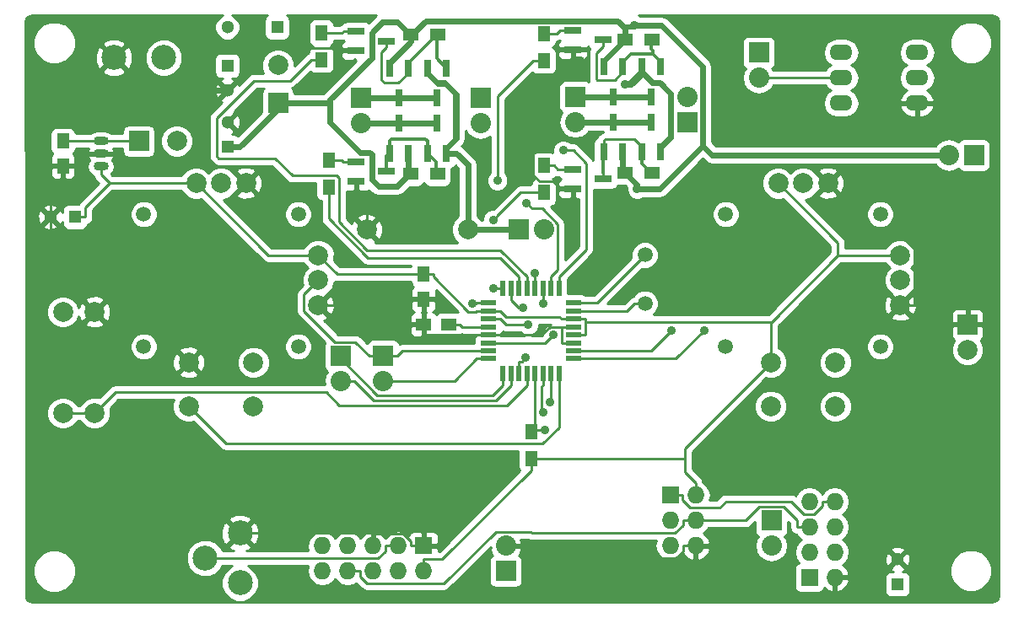
<source format=gtl>
G04 #@! TF.GenerationSoftware,KiCad,Pcbnew,(2017-03-02 revision 906ee77db)-makepkg*
G04 #@! TF.CreationDate,2017-03-05T17:57:52+01:00*
G04 #@! TF.ProjectId,FTController,4654436F6E74726F6C6C65722E6B6963,1.0*
G04 #@! TF.FileFunction,Copper,L1,Top,Signal*
G04 #@! TF.FilePolarity,Positive*
%FSLAX46Y46*%
G04 Gerber Fmt 4.6, Leading zero omitted, Abs format (unit mm)*
G04 Created by KiCad (PCBNEW (2017-03-02 revision 906ee77db)-makepkg) date 03/05/17 17:57:52*
%MOMM*%
%LPD*%
G01*
G04 APERTURE LIST*
%ADD10C,0.100000*%
%ADD11C,1.998980*%
%ADD12C,1.501140*%
%ADD13R,1.250000X1.500000*%
%ADD14R,1.500000X1.250000*%
%ADD15R,1.998980X1.998980*%
%ADD16C,2.000000*%
%ADD17R,2.000000X2.000000*%
%ADD18R,1.727200X1.727200*%
%ADD19O,1.727200X1.727200*%
%ADD20R,1.800860X0.800100*%
%ADD21R,0.800100X1.800860*%
%ADD22O,2.300000X1.600000*%
%ADD23C,1.300000*%
%ADD24R,1.300000X1.300000*%
%ADD25O,2.032000X2.032000*%
%ADD26R,2.032000X2.032000*%
%ADD27O,1.501140X0.899160*%
%ADD28C,2.499360*%
%ADD29R,1.300000X1.500000*%
%ADD30R,1.500000X1.300000*%
%ADD31R,1.600000X0.550000*%
%ADD32R,0.550000X1.600000*%
%ADD33C,2.500000*%
%ADD34C,0.889000*%
%ADD35C,0.600000*%
%ADD36C,0.254000*%
%ADD37C,0.500000*%
%ADD38C,0.300000*%
G04 APERTURE END LIST*
D10*
D11*
X227406200Y-129489200D03*
X220903800Y-129489200D03*
X227406200Y-125089920D03*
X220903800Y-125089920D03*
D12*
X216405460Y-123489720D03*
X231904540Y-123489720D03*
X216405460Y-110190280D03*
X231904540Y-110190280D03*
D11*
X226654360Y-107088940D03*
X221655640Y-107088940D03*
X224155000Y-107088940D03*
X233906060Y-119339360D03*
X233906060Y-116840000D03*
X233906060Y-114340640D03*
D13*
X149860000Y-105370000D03*
X149860000Y-102870000D03*
X186055000Y-116245000D03*
X186055000Y-118745000D03*
D14*
X186095000Y-121285000D03*
X188595000Y-121285000D03*
D11*
X161290000Y-102870000D03*
D15*
X157480000Y-102870000D03*
D16*
X240665000Y-123825000D03*
D17*
X240665000Y-121285000D03*
D18*
X210820000Y-138430000D03*
D19*
X213360000Y-138430000D03*
X210820000Y-140970000D03*
X213360000Y-140970000D03*
X210820000Y-143510000D03*
X213360000Y-143510000D03*
D20*
X204066140Y-92710000D03*
X201063860Y-93660000D03*
X201063860Y-91760000D03*
D21*
X206055000Y-95422760D03*
X204155000Y-95422760D03*
X205105000Y-98425040D03*
X208915000Y-98425040D03*
X207965000Y-95422760D03*
X209865000Y-95422760D03*
X204155000Y-103967140D03*
X206055000Y-103967140D03*
X205105000Y-100964860D03*
X208915000Y-100964860D03*
X209865000Y-103967140D03*
X207965000Y-103967140D03*
D20*
X201063860Y-105730000D03*
X201063860Y-107630000D03*
X204066140Y-106680000D03*
X182313140Y-92813500D03*
X179310860Y-93763500D03*
X179310860Y-91863500D03*
D21*
X183583000Y-98528440D03*
X182633000Y-95526160D03*
X184533000Y-95526160D03*
X188343000Y-95526160D03*
X186443000Y-95526160D03*
X187393000Y-98528440D03*
X182633000Y-104071140D03*
X184533000Y-104071140D03*
X183583000Y-101068860D03*
X186443000Y-104071140D03*
X188343000Y-104071140D03*
X187393000Y-101068860D03*
D20*
X182313140Y-105917000D03*
X179310860Y-106867000D03*
X179310860Y-104967000D03*
D22*
X227965000Y-93980000D03*
X227965000Y-96520000D03*
X227965000Y-99060000D03*
X235585000Y-99060000D03*
X235585000Y-96520000D03*
X235585000Y-93980000D03*
D11*
X175486060Y-114340640D03*
X175486060Y-116840000D03*
X175486060Y-119339360D03*
X165735000Y-107088940D03*
X163235640Y-107088940D03*
X168234360Y-107088940D03*
D12*
X173484540Y-110190280D03*
X157985460Y-110190280D03*
X173484540Y-123489720D03*
X157985460Y-123489720D03*
D11*
X162483800Y-125089920D03*
X168986200Y-125089920D03*
X162483800Y-129489200D03*
X168986200Y-129489200D03*
D12*
X208280000Y-114300060D03*
X208280000Y-119181940D03*
D23*
X166370000Y-97790000D03*
D24*
X166370000Y-95290000D03*
D23*
X148590000Y-110490000D03*
D24*
X151090000Y-110490000D03*
D25*
X198120000Y-111760000D03*
D26*
X195580000Y-111760000D03*
X219710000Y-93980000D03*
D25*
X219710000Y-96520000D03*
D26*
X241300000Y-104267000D03*
D25*
X238760000Y-104267000D03*
D26*
X201295000Y-98425000D03*
D25*
X201295000Y-100965000D03*
X212533000Y-98425000D03*
D26*
X212533000Y-100965000D03*
D25*
X179773000Y-101068500D03*
D26*
X179773000Y-98528500D03*
X191770000Y-98552000D03*
D25*
X191770000Y-101092000D03*
D11*
X149860000Y-120015000D03*
X149860000Y-130175000D03*
X153035000Y-120015000D03*
X153035000Y-130175000D03*
X190500000Y-111760000D03*
X180340000Y-111760000D03*
D27*
X153670000Y-104140000D03*
X153670000Y-102870000D03*
X153670000Y-105410000D03*
D18*
X186055000Y-143510000D03*
D19*
X186055000Y-146050000D03*
X183515000Y-143510000D03*
X183515000Y-146050000D03*
X180975000Y-143510000D03*
X180975000Y-146050000D03*
X178435000Y-143510000D03*
X178435000Y-146050000D03*
X175895000Y-143510000D03*
X175895000Y-146050000D03*
D26*
X194310000Y-146050000D03*
D25*
X194310000Y-143510000D03*
D28*
X164139880Y-144739640D03*
X167640000Y-142240280D03*
X167640000Y-147239000D03*
D29*
X198120000Y-92075000D03*
X198120000Y-94775000D03*
D30*
X206295000Y-92690000D03*
X208995000Y-92690000D03*
X208995000Y-106045000D03*
X206295000Y-106045000D03*
D29*
X198120000Y-108030000D03*
X198120000Y-105330000D03*
X175815000Y-94695000D03*
X175815000Y-91995000D03*
D30*
X187493000Y-92178500D03*
X184793000Y-92178500D03*
X184753000Y-106168000D03*
X187453000Y-106168000D03*
D29*
X176530000Y-107475000D03*
X176530000Y-104775000D03*
X196850000Y-132080000D03*
X196850000Y-134780000D03*
D31*
X201100000Y-124720000D03*
X201100000Y-123920000D03*
X201100000Y-123120000D03*
X201100000Y-122320000D03*
X201100000Y-121520000D03*
X201100000Y-120720000D03*
X201100000Y-119920000D03*
X201100000Y-119120000D03*
D32*
X199650000Y-117670000D03*
X198850000Y-117670000D03*
X198050000Y-117670000D03*
X197250000Y-117670000D03*
X196450000Y-117670000D03*
X195650000Y-117670000D03*
X194850000Y-117670000D03*
X194050000Y-117670000D03*
D31*
X192600000Y-119120000D03*
X192600000Y-119920000D03*
X192600000Y-120720000D03*
X192600000Y-121520000D03*
X192600000Y-122320000D03*
X192600000Y-123120000D03*
X192600000Y-123920000D03*
X192600000Y-124720000D03*
D32*
X194050000Y-126170000D03*
X194850000Y-126170000D03*
X195650000Y-126170000D03*
X196450000Y-126170000D03*
X197250000Y-126170000D03*
X198050000Y-126170000D03*
X198850000Y-126170000D03*
X199650000Y-126170000D03*
D24*
X233640000Y-147360000D03*
D23*
X233640000Y-144860000D03*
D18*
X224790000Y-146685000D03*
D19*
X227330000Y-146685000D03*
X224790000Y-144145000D03*
X227330000Y-144145000D03*
X224790000Y-141605000D03*
X227330000Y-141605000D03*
X224790000Y-139065000D03*
X227330000Y-139065000D03*
D26*
X220980000Y-140970000D03*
D25*
X220980000Y-143510000D03*
D26*
X177726000Y-124426000D03*
D25*
X177726000Y-126966000D03*
X182018000Y-126966000D03*
D26*
X182018000Y-124426000D03*
D24*
X166370000Y-103465000D03*
D23*
X166370000Y-100965000D03*
D33*
X159980000Y-94488000D03*
X154980000Y-94488000D03*
D11*
X171450000Y-95250000D03*
D15*
X171450000Y-99060000D03*
D24*
X171370000Y-91440000D03*
D23*
X166370000Y-91440000D03*
D34*
X201796600Y-94761100D03*
X207506600Y-107649700D03*
X207239900Y-91243200D03*
X214237300Y-121884000D03*
X210972700Y-121899400D03*
X200092200Y-103801000D03*
X196418700Y-109107400D03*
X198050000Y-119179300D03*
X196059500Y-119596700D03*
X193054800Y-117675800D03*
X190989900Y-119149900D03*
X196571800Y-121321400D03*
X199054500Y-122331500D03*
X193479600Y-106812800D03*
X193047600Y-110765490D03*
X196282900Y-124622700D03*
X198205100Y-131852000D03*
X206286100Y-97201800D03*
X197250000Y-116102500D03*
X198083400Y-130065600D03*
X198735000Y-129046200D03*
D35*
X154980000Y-94488000D02*
X158282000Y-97790000D01*
X158282000Y-97790000D02*
X166370000Y-97790000D01*
D36*
X201100000Y-123120000D02*
X199918700Y-123120000D01*
X152096300Y-104140000D02*
X150866300Y-105370000D01*
X153670000Y-104140000D02*
X152096300Y-104140000D01*
X149860000Y-105370000D02*
X150866300Y-105370000D01*
X149860000Y-105370000D02*
X148853700Y-105370000D01*
X201100000Y-121520000D02*
X199918700Y-121520000D01*
X212115100Y-144025800D02*
X212115100Y-143510000D01*
X211375800Y-144765100D02*
X212115100Y-144025800D01*
X196962400Y-144765100D02*
X211375800Y-144765100D01*
X195707300Y-143510000D02*
X196962400Y-144765100D01*
X194310000Y-143510000D02*
X195707300Y-143510000D01*
X213360000Y-143510000D02*
X212115100Y-143510000D01*
X148590000Y-105633700D02*
X148590000Y-110490000D01*
X148853700Y-105370000D02*
X148590000Y-105633700D01*
X148590000Y-115570000D02*
X153035000Y-120015000D01*
X148590000Y-110490000D02*
X148590000Y-115570000D01*
X184454300Y-119339400D02*
X185048700Y-118745000D01*
X175486100Y-119339400D02*
X184454300Y-119339400D01*
X186055000Y-118745000D02*
X185048700Y-118745000D01*
X186055000Y-118745000D02*
X186055000Y-119876300D01*
X186095000Y-119916300D02*
X186095000Y-121285000D01*
X186055000Y-119876300D02*
X186095000Y-119916300D01*
X191390000Y-122291300D02*
X191418700Y-122320000D01*
X186095000Y-122291300D02*
X191390000Y-122291300D01*
X186095000Y-121285000D02*
X186095000Y-122291300D01*
X192600000Y-122320000D02*
X191418700Y-122320000D01*
X177829300Y-93563600D02*
X178029200Y-93763500D01*
X170596400Y-93563600D02*
X177829300Y-93563600D01*
X166370000Y-97790000D02*
X170596400Y-93563600D01*
X179310900Y-93763500D02*
X178029200Y-93763500D01*
X192600000Y-122320000D02*
X193781300Y-122320000D01*
X179310900Y-106867000D02*
X179310900Y-107648400D01*
X199918700Y-121520000D02*
X199918700Y-123120000D01*
X197898300Y-122320000D02*
X193781300Y-122320000D01*
X198712600Y-121505700D02*
X197898300Y-122320000D01*
X199904400Y-121505700D02*
X198712600Y-121505700D01*
X199918700Y-121520000D02*
X199904400Y-121505700D01*
X180340000Y-108677500D02*
X179310900Y-107648400D01*
X180340000Y-111760000D02*
X180340000Y-108677500D01*
X240665000Y-121285000D02*
X239283700Y-121285000D01*
X235287000Y-113710800D02*
X235287000Y-119339400D01*
X233513000Y-111936800D02*
X235287000Y-113710800D01*
X231502300Y-111936800D02*
X233513000Y-111936800D01*
X226654400Y-107088900D02*
X231502300Y-111936800D01*
X233906100Y-119339400D02*
X235287000Y-119339400D01*
X237338100Y-119339400D02*
X239283700Y-121285000D01*
X235287000Y-119339400D02*
X237338100Y-119339400D01*
X201063900Y-93660000D02*
X201063900Y-94441400D01*
X201476900Y-94441400D02*
X201063900Y-94441400D01*
X201796600Y-94761100D02*
X201476900Y-94441400D01*
X197088600Y-99469100D02*
X201796600Y-94761100D01*
X197088600Y-106287200D02*
X197088600Y-99469100D01*
X197700000Y-106898600D02*
X197088600Y-106287200D01*
X199050800Y-106898600D02*
X197700000Y-106898600D01*
X199782200Y-107630000D02*
X199050800Y-106898600D01*
X201063900Y-107630000D02*
X199782200Y-107630000D01*
X186055000Y-143510000D02*
X184810100Y-143510000D01*
X180975000Y-143510000D02*
X180975000Y-142265100D01*
X184032000Y-142265100D02*
X180975000Y-142265100D01*
X184810100Y-143043200D02*
X184032000Y-142265100D01*
X184810100Y-143510000D02*
X184810100Y-143043200D01*
X180950200Y-142240300D02*
X180975000Y-142265100D01*
X167640000Y-142240300D02*
X180950200Y-142240300D01*
X185551900Y-116245000D02*
X185048700Y-116245000D01*
X185551900Y-116245000D02*
X186055000Y-116245000D01*
X153670000Y-105410000D02*
X153670000Y-106240900D01*
X154518000Y-107088900D02*
X153670000Y-106240900D01*
X152121300Y-109485600D02*
X152121300Y-110490000D01*
X154518000Y-107088900D02*
X152121300Y-109485600D01*
X151090000Y-110490000D02*
X152121300Y-110490000D01*
X200636500Y-120720000D02*
X199918700Y-120720000D01*
X177390500Y-116245000D02*
X185048700Y-116245000D01*
X175486100Y-114340600D02*
X177390500Y-116245000D01*
X163235600Y-107088900D02*
X154518000Y-107088900D01*
X170487300Y-114340600D02*
X175486100Y-114340600D01*
X163235600Y-107088900D02*
X170487300Y-114340600D01*
X193190700Y-119920000D02*
X193781300Y-119920000D01*
X199694300Y-120495600D02*
X199918700Y-120720000D01*
X194356900Y-120495600D02*
X199694300Y-120495600D01*
X193781300Y-119920000D02*
X194356900Y-120495600D01*
X227665000Y-113098300D02*
X227665000Y-114340600D01*
X221655600Y-107088900D02*
X227665000Y-113098300D01*
X227665000Y-114340600D02*
X233906100Y-114340600D01*
X200636500Y-120720000D02*
X201100000Y-120720000D01*
X201100000Y-120720000D02*
X202281300Y-120720000D01*
X201100000Y-122320000D02*
X202281300Y-122320000D01*
X227665000Y-114340600D02*
X220903800Y-121101800D01*
X220903800Y-121101800D02*
X220903800Y-125089900D01*
X220837400Y-121035400D02*
X220903800Y-121101800D01*
X202281300Y-121035400D02*
X220837400Y-121035400D01*
X202281300Y-120720000D02*
X202281300Y-121035400D01*
X202281300Y-121035400D02*
X202281300Y-122320000D01*
X213360000Y-138430000D02*
X213360000Y-137185100D01*
X193190700Y-119920000D02*
X192600000Y-119920000D01*
X187061300Y-116496600D02*
X187061300Y-116245000D01*
X190574300Y-120009600D02*
X187061300Y-116496600D01*
X191329100Y-120009600D02*
X190574300Y-120009600D01*
X191418700Y-119920000D02*
X191329100Y-120009600D01*
X192600000Y-119920000D02*
X191418700Y-119920000D01*
X186055000Y-116245000D02*
X187061300Y-116245000D01*
X196850000Y-134780000D02*
X197881300Y-134780000D01*
X212271500Y-134780000D02*
X197881300Y-134780000D01*
X212271500Y-133722200D02*
X212271500Y-134780000D01*
X220903800Y-125089900D02*
X212271500Y-133722200D01*
X212271500Y-136096600D02*
X213360000Y-137185100D01*
X212271500Y-134780000D02*
X212271500Y-136096600D01*
X187956200Y-144805100D02*
X196850000Y-135911300D01*
X186055000Y-144805100D02*
X187956200Y-144805100D01*
X186055000Y-146050000D02*
X186055000Y-144805100D01*
X196850000Y-134780000D02*
X196850000Y-135911300D01*
X189961300Y-121520000D02*
X189726300Y-121285000D01*
X192600000Y-121520000D02*
X189961300Y-121520000D01*
X188595000Y-121285000D02*
X189726300Y-121285000D01*
X206480000Y-119920000D02*
X201100000Y-119920000D01*
X207219000Y-119182000D02*
X206480000Y-119920000D01*
X208280000Y-119182000D02*
X207219000Y-119182000D01*
X208280000Y-119181900D02*
X208280000Y-119182000D01*
X203460000Y-119120000D02*
X208280000Y-114300000D01*
X201100000Y-119120000D02*
X203460000Y-119120000D01*
X208280000Y-114300100D02*
X208280000Y-114300000D01*
D35*
X214099001Y-103331001D02*
X215035000Y-104267000D01*
X215035000Y-104267000D02*
X238760000Y-104267000D01*
X207506600Y-107649700D02*
X207506600Y-107256600D01*
X207506600Y-107256600D02*
X206295000Y-106045000D01*
X207239900Y-91243200D02*
X209938202Y-91243200D01*
X209938202Y-91243200D02*
X214099001Y-95403999D01*
X214099001Y-95403999D02*
X214099001Y-103331001D01*
X214099001Y-103331001D02*
X209780302Y-107649700D01*
X209780302Y-107649700D02*
X208135217Y-107649700D01*
X208135217Y-107649700D02*
X207506600Y-107649700D01*
X176691000Y-99060000D02*
X176691000Y-100984700D01*
X176691000Y-100984700D02*
X179723249Y-104016949D01*
X179723249Y-104016949D02*
X180651291Y-104016949D01*
X180651291Y-104016949D02*
X180862709Y-104228367D01*
X180862709Y-104228367D02*
X180862709Y-106757051D01*
X180862709Y-106757051D02*
X181523658Y-107418000D01*
X181523658Y-107418000D02*
X183403000Y-107418000D01*
X184653000Y-106168000D02*
X184753000Y-106168000D01*
X183403000Y-107418000D02*
X184653000Y-106168000D01*
X171450000Y-99060000D02*
X176691000Y-99060000D01*
X184533000Y-104071140D02*
X184533000Y-105948000D01*
X184533000Y-105948000D02*
X184753000Y-106168000D01*
X206055000Y-103967140D02*
X206055000Y-105805000D01*
X206055000Y-105805000D02*
X206295000Y-106045000D01*
X206295000Y-92690000D02*
X206295000Y-91440000D01*
X206295000Y-91440000D02*
X206332200Y-91402800D01*
X206332200Y-91402800D02*
X206357000Y-91402800D01*
X206295000Y-92690000D02*
X204155000Y-94830000D01*
X204155000Y-94830000D02*
X204155000Y-95422760D01*
X206295000Y-92690000D02*
X206295000Y-91514800D01*
X206295000Y-91514800D02*
X206270000Y-91489800D01*
X184793000Y-92178500D02*
X184893000Y-92178500D01*
X184893000Y-92178500D02*
X186296501Y-90774999D01*
X186296501Y-90774999D02*
X205555199Y-90774999D01*
X205555199Y-90774999D02*
X206270000Y-91489800D01*
X182633000Y-95526160D02*
X182633000Y-95025780D01*
X182633000Y-95025780D02*
X184793000Y-92865780D01*
X184793000Y-92865780D02*
X184793000Y-92178500D01*
X176691000Y-99060000D02*
X176691000Y-98673842D01*
X183443000Y-90928500D02*
X184693000Y-92178500D01*
X176691000Y-98673842D02*
X180862709Y-94502133D01*
X180862709Y-91973449D02*
X181907658Y-90928500D01*
X180862709Y-94502133D02*
X180862709Y-91973449D01*
X184693000Y-92178500D02*
X184793000Y-92178500D01*
X181907658Y-90928500D02*
X183443000Y-90928500D01*
X166370000Y-103465000D02*
X167620000Y-103465000D01*
X167620000Y-103465000D02*
X171450000Y-99635000D01*
X171450000Y-99635000D02*
X171450000Y-99060000D01*
D37*
X204155000Y-94930000D02*
X204155000Y-94830000D01*
D38*
X206055000Y-103967000D02*
X206055000Y-103967100D01*
X206055000Y-105705000D02*
X206395000Y-106045000D01*
D37*
X182633000Y-95526200D02*
X182633000Y-95025800D01*
X206055000Y-103967000D02*
X206055000Y-103967100D01*
D38*
X206395000Y-92690000D02*
X206295000Y-92690000D01*
X206295000Y-92690000D02*
X206270000Y-92690000D01*
X204155000Y-94805000D02*
X204155000Y-94930000D01*
X206270000Y-92690000D02*
X204155000Y-94805000D01*
X184693000Y-104231000D02*
X184613000Y-104151000D01*
X184613000Y-104151000D02*
X184573000Y-104111000D01*
D37*
X184613000Y-104151000D02*
X184573000Y-104111000D01*
X184573000Y-104111000D02*
X184553000Y-104091000D01*
D38*
X184573000Y-104111000D02*
X184553000Y-104091000D01*
X184553000Y-104091000D02*
X184543000Y-104081000D01*
D37*
X184553000Y-104091000D02*
X184543000Y-104081000D01*
X184543000Y-104081000D02*
X184538000Y-104076000D01*
D38*
X184543000Y-104081000D02*
X184538000Y-104076000D01*
X184538000Y-104076000D02*
X184535500Y-104073500D01*
D37*
X184538000Y-104076000D02*
X184535500Y-104073500D01*
X184535500Y-104073500D02*
X184534300Y-104072200D01*
D38*
X184535500Y-104073500D02*
X184534300Y-104072200D01*
X184534300Y-104072200D02*
X184533600Y-104071600D01*
D37*
X184534300Y-104072200D02*
X184533600Y-104071600D01*
X184533600Y-104071600D02*
X184533300Y-104071300D01*
D38*
X184533600Y-104071600D02*
X184533300Y-104071300D01*
D37*
X184533300Y-104071300D02*
X184533200Y-104071200D01*
X184533200Y-104071200D02*
X184533200Y-104071100D01*
D38*
X184533300Y-104071300D02*
X184533200Y-104071200D01*
X184533200Y-104071200D02*
X184533200Y-104071100D01*
D37*
X184533200Y-104071100D02*
X184533100Y-104071100D01*
D38*
X184533200Y-104071100D02*
X184533100Y-104071100D01*
X184533100Y-104071100D02*
X184533100Y-104071000D01*
X184533100Y-104071000D02*
X184533000Y-104071000D01*
D37*
X184533100Y-104071100D02*
X184533100Y-104071000D01*
X184533100Y-104071000D02*
X184533000Y-104071000D01*
X184533000Y-104071100D02*
X184533100Y-104071000D01*
X206270000Y-92690000D02*
X206270000Y-91489800D01*
X207239900Y-91402800D02*
X207239900Y-91243200D01*
X206357000Y-91402800D02*
X207239900Y-91402800D01*
X206270000Y-91489800D02*
X206357000Y-91402800D01*
D36*
X211401300Y-124720000D02*
X214237300Y-121884000D01*
X201100000Y-124720000D02*
X211401300Y-124720000D01*
X208952100Y-123920000D02*
X210972700Y-121899400D01*
X201100000Y-123920000D02*
X208952100Y-123920000D01*
X201097100Y-103801000D02*
X200092200Y-103801000D01*
X202404800Y-105108700D02*
X201097100Y-103801000D01*
X202404800Y-113733900D02*
X202404800Y-105108700D01*
X199650000Y-116488700D02*
X202404800Y-113733900D01*
X199650000Y-117670000D02*
X199650000Y-116488700D01*
X198850000Y-117670000D02*
X198850000Y-116488700D01*
X196953700Y-109642400D02*
X196418700Y-109107400D01*
X197990300Y-109642400D02*
X196953700Y-109642400D01*
X199524200Y-111176300D02*
X197990300Y-109642400D01*
X199524200Y-115814500D02*
X199524200Y-111176300D01*
X198850000Y-116488700D02*
X199524200Y-115814500D01*
X198050000Y-117670000D02*
X198050000Y-119179300D01*
X172676700Y-96802000D02*
X174783700Y-94695000D01*
X169060400Y-96802000D02*
X172676700Y-96802000D01*
X165281800Y-100580600D02*
X169060400Y-96802000D01*
X165281800Y-104365300D02*
X165281800Y-100580600D01*
X165489900Y-104573400D02*
X165281800Y-104365300D01*
X171131200Y-104573400D02*
X165489900Y-104573400D01*
X172901400Y-106343600D02*
X171131200Y-104573400D01*
X177344300Y-106343600D02*
X172901400Y-106343600D01*
X177561400Y-106560700D02*
X177344300Y-106343600D01*
X177561400Y-110976200D02*
X177561400Y-106560700D01*
X180390500Y-113805300D02*
X177561400Y-110976200D01*
X193766600Y-113805300D02*
X180390500Y-113805300D01*
X196450000Y-116488700D02*
X193766600Y-113805300D01*
X196450000Y-117670000D02*
X196450000Y-116488700D01*
X175815000Y-94695000D02*
X174783700Y-94695000D01*
X195650000Y-117670000D02*
X195650000Y-116488700D01*
X193779800Y-114618500D02*
X195650000Y-116488700D01*
X180484900Y-114618500D02*
X193779800Y-114618500D01*
X176530000Y-110663600D02*
X180484900Y-114618500D01*
X176530000Y-107475000D02*
X176530000Y-110663600D01*
X224790000Y-141605000D02*
X223545100Y-141605000D01*
X178435000Y-146050000D02*
X179679900Y-146050000D01*
X218363400Y-140970000D02*
X213360000Y-140970000D01*
X219760800Y-139572600D02*
X218363400Y-140970000D01*
X222213000Y-139572600D02*
X219760800Y-139572600D01*
X223545100Y-140904700D02*
X222213000Y-139572600D01*
X223545100Y-141605000D02*
X223545100Y-140904700D01*
X213360000Y-140970000D02*
X212115100Y-140970000D01*
X194850000Y-117670000D02*
X194850000Y-118851300D01*
X195595400Y-119596700D02*
X196059500Y-119596700D01*
X194850000Y-118851300D02*
X195595400Y-119596700D01*
X212115100Y-141436800D02*
X212115100Y-140970000D01*
X211311900Y-142240000D02*
X212115100Y-141436800D01*
X196990300Y-142240000D02*
X211311900Y-142240000D01*
X196829400Y-142079100D02*
X196990300Y-142240000D01*
X193312700Y-142079100D02*
X196829400Y-142079100D01*
X188096200Y-147295600D02*
X193312700Y-142079100D01*
X180409700Y-147295600D02*
X188096200Y-147295600D01*
X179679900Y-146565800D02*
X180409700Y-147295600D01*
X179679900Y-146050000D02*
X179679900Y-146565800D01*
X212064900Y-138896900D02*
X212064900Y-138430000D01*
X212842900Y-139674900D02*
X212064900Y-138896900D01*
X215782800Y-139674900D02*
X212842900Y-139674900D01*
X216414000Y-139043700D02*
X215782800Y-139674900D01*
X222963200Y-139043700D02*
X216414000Y-139043700D01*
X224254500Y-140335000D02*
X222963200Y-139043700D01*
X225281900Y-140335000D02*
X224254500Y-140335000D01*
X226085100Y-139531800D02*
X225281900Y-140335000D01*
X226085100Y-139065000D02*
X226085100Y-139531800D01*
X227330000Y-139065000D02*
X226085100Y-139065000D01*
X210820000Y-138430000D02*
X212064900Y-138430000D01*
X194044200Y-117675800D02*
X194050000Y-117670000D01*
X193054800Y-117675800D02*
X194044200Y-117675800D01*
X192600000Y-119120000D02*
X191418700Y-119120000D01*
X191388800Y-119149900D02*
X190989900Y-119149900D01*
X191418700Y-119120000D02*
X191388800Y-119149900D01*
X194382700Y-121321400D02*
X196571800Y-121321400D01*
X193781300Y-120720000D02*
X194382700Y-121321400D01*
X192600000Y-120720000D02*
X193781300Y-120720000D01*
X192600000Y-123120000D02*
X193781300Y-123120000D01*
X198266000Y-123120000D02*
X199054500Y-122331500D01*
X193781300Y-123120000D02*
X198266000Y-123120000D01*
X174069500Y-118256600D02*
X175486100Y-116840000D01*
X174069500Y-119927900D02*
X174069500Y-118256600D01*
X177170300Y-123028700D02*
X174069500Y-119927900D01*
X179223400Y-123028700D02*
X177170300Y-123028700D01*
X180620700Y-124426000D02*
X179223400Y-123028700D01*
X182018000Y-124426000D02*
X180620700Y-124426000D01*
X183921300Y-123920000D02*
X183415300Y-124426000D01*
X192600000Y-123920000D02*
X183921300Y-123920000D01*
X182018000Y-124426000D02*
X183415300Y-124426000D01*
X189172700Y-126966000D02*
X182018000Y-126966000D01*
X191418700Y-124720000D02*
X189172700Y-126966000D01*
X192600000Y-124720000D02*
X191418700Y-124720000D01*
X194050000Y-126170000D02*
X194050000Y-127351300D01*
X177726000Y-124671000D02*
X177726000Y-124426000D01*
X181420900Y-128365900D02*
X177726000Y-124671000D01*
X193035400Y-128365900D02*
X181420900Y-128365900D01*
X194050000Y-127351300D02*
X193035400Y-128365900D01*
X198120000Y-94775000D02*
X197088700Y-94775000D01*
X193479600Y-98384100D02*
X193479600Y-106812800D01*
X197088700Y-94775000D02*
X193479600Y-98384100D01*
X193492099Y-110320991D02*
X193047600Y-110765490D01*
X195783090Y-108030000D02*
X193492099Y-110320991D01*
X198120000Y-108030000D02*
X195783090Y-108030000D01*
X194850000Y-126170000D02*
X194850000Y-127351300D01*
X177726000Y-126966000D02*
X179123300Y-126966000D01*
X181031500Y-128874200D02*
X179123300Y-126966000D01*
X193327100Y-128874200D02*
X181031500Y-128874200D01*
X194850000Y-127351300D02*
X193327100Y-128874200D01*
X195916900Y-124988700D02*
X196282900Y-124622700D01*
X195650000Y-124988700D02*
X195916900Y-124988700D01*
X195650000Y-126170000D02*
X195650000Y-124988700D01*
X153035000Y-130175000D02*
X149860000Y-130175000D01*
X196450000Y-126170000D02*
X196450000Y-127351300D01*
X155108600Y-128101400D02*
X153035000Y-130175000D01*
X176321700Y-128101400D02*
X155108600Y-128101400D01*
X177602900Y-129382600D02*
X176321700Y-128101400D01*
X194418700Y-129382600D02*
X177602900Y-129382600D01*
X196450000Y-127351300D02*
X194418700Y-129382600D01*
X197422000Y-131852000D02*
X198205100Y-131852000D01*
X197250000Y-131680000D02*
X197422000Y-131852000D01*
X197250000Y-126170000D02*
X197250000Y-131680000D01*
X197250000Y-131680000D02*
X196850000Y-132080000D01*
X166220900Y-133226300D02*
X162483800Y-129489200D01*
X198007700Y-133226300D02*
X166220900Y-133226300D01*
X199650000Y-131584000D02*
X198007700Y-133226300D01*
X199650000Y-126170000D02*
X199650000Y-131584000D01*
X206055000Y-95923140D02*
X205277949Y-96700191D01*
X205277949Y-96700191D02*
X203453349Y-96700191D01*
X203453349Y-96700191D02*
X203377949Y-96624791D01*
X203377949Y-96624791D02*
X203377949Y-94052241D01*
X203377949Y-94052241D02*
X204066140Y-93364050D01*
X204066140Y-93364050D02*
X204066140Y-92710000D01*
D38*
X209065000Y-93784900D02*
X209065000Y-94122300D01*
X208895000Y-93615000D02*
X209065000Y-93784900D01*
X208895000Y-92690000D02*
X208895000Y-93615000D01*
X204066100Y-92710000D02*
X204567000Y-92710000D01*
X206855000Y-94122300D02*
X206055000Y-94922300D01*
X209065000Y-94122300D02*
X206855000Y-94122300D01*
X204066000Y-92710000D02*
X204066100Y-92710000D01*
D36*
X209865000Y-95422700D02*
X209865000Y-95422800D01*
D38*
X209865000Y-94810000D02*
X209865000Y-94798800D01*
X209865000Y-94798800D02*
X209865000Y-94787700D01*
D36*
X209865000Y-94798800D02*
X209803300Y-94860500D01*
D38*
X209865000Y-94922300D02*
X209803300Y-94860500D01*
X209865000Y-95422700D02*
X209865000Y-94922300D01*
X209803300Y-94860500D02*
X209065000Y-94122300D01*
D36*
X208995000Y-92690000D02*
X208895000Y-92690000D01*
X199467200Y-92075000D02*
X199782200Y-91760000D01*
X198120000Y-92075000D02*
X199467200Y-92075000D01*
X201063900Y-91760000D02*
X199782200Y-91760000D01*
D35*
X201295000Y-98425000D02*
X208914960Y-98425000D01*
X208914960Y-98425000D02*
X208915000Y-98425040D01*
D37*
X205105000Y-98425040D02*
X201295040Y-98425040D01*
X201295040Y-98425040D02*
X201295000Y-98425000D01*
D38*
X201295000Y-98425000D02*
X205105000Y-98425000D01*
X208915000Y-98425000D02*
X205105000Y-98425000D01*
D35*
X207965000Y-95422760D02*
X207965000Y-95923140D01*
X207965000Y-95923140D02*
X209016469Y-96974609D01*
X209016469Y-96974609D02*
X209755051Y-96974609D01*
X209755051Y-96974609D02*
X210865050Y-98084608D01*
X209865000Y-103466760D02*
X209865000Y-103967140D01*
X210865050Y-98084608D02*
X210865050Y-102466710D01*
X210865050Y-102466710D02*
X209865000Y-103466760D01*
X209755051Y-96974609D02*
X210058000Y-97277558D01*
X207965000Y-95422760D02*
X207965000Y-96151517D01*
X207965000Y-96151517D02*
X206914717Y-97201800D01*
X206914717Y-97201800D02*
X206286100Y-97201800D01*
X189243000Y-102670000D02*
X189243000Y-98087958D01*
X189243000Y-98087958D02*
X188131633Y-96976591D01*
X188131633Y-96976591D02*
X187393051Y-96976591D01*
X187393051Y-96976591D02*
X186443000Y-96026540D01*
X186443000Y-96026540D02*
X186443000Y-95526160D01*
X188343000Y-104071140D02*
X188343000Y-103570000D01*
X188343000Y-103570000D02*
X189243000Y-102670000D01*
X190500000Y-111760000D02*
X190500000Y-105228090D01*
X190500000Y-105228090D02*
X189343050Y-104071140D01*
X189343050Y-104071140D02*
X188343000Y-104071140D01*
X195580000Y-111760000D02*
X190500000Y-111760000D01*
X186443000Y-96026540D02*
X187494469Y-97078009D01*
X189343050Y-98188008D02*
X189343050Y-102570710D01*
X187494469Y-97078009D02*
X188233051Y-97078009D01*
X188233051Y-97078009D02*
X189343050Y-98188008D01*
X189343050Y-102570710D02*
X188343000Y-103570760D01*
X188343000Y-103570760D02*
X188343000Y-104071140D01*
D37*
X207965000Y-95422700D02*
X207965000Y-95422800D01*
X209865000Y-103967000D02*
X209865000Y-103967100D01*
X188343000Y-104071000D02*
X188343000Y-104071100D01*
X206686300Y-97201800D02*
X207965000Y-95923100D01*
X206286100Y-97201800D02*
X206686300Y-97201800D01*
X207965000Y-95422800D02*
X207965000Y-95923100D01*
X209865000Y-103467000D02*
X209865000Y-103967000D01*
X188343000Y-103570000D02*
X188343000Y-104071000D01*
X189243000Y-98088000D02*
X189243000Y-102670000D01*
X188233000Y-97078000D02*
X189243000Y-98088000D01*
X187494000Y-97078000D02*
X188233000Y-97078000D01*
X186443000Y-96026600D02*
X187494000Y-97078000D01*
X186443000Y-95526200D02*
X186443000Y-96026600D01*
D36*
X204155000Y-103967140D02*
X204155000Y-102812710D01*
X204155000Y-102812710D02*
X204278001Y-102689709D01*
X204278001Y-102689709D02*
X207187949Y-102689709D01*
X207187949Y-102689709D02*
X207965000Y-103466760D01*
X207965000Y-103466760D02*
X207965000Y-103967140D01*
D38*
X207965000Y-105115000D02*
X208895000Y-106045000D01*
X207965000Y-103967100D02*
X207965000Y-105115000D01*
D36*
X208995000Y-106045000D02*
X208895000Y-106045000D01*
X204066000Y-106679900D02*
X204066000Y-106045000D01*
X204066100Y-106680000D02*
X204066000Y-106679900D01*
D38*
X204066000Y-104056000D02*
X204110500Y-104011500D01*
X204066000Y-106045000D02*
X204066000Y-104056000D01*
X204155000Y-103967000D02*
X204155000Y-103467000D01*
X204110500Y-104011500D02*
X204155000Y-103967000D01*
D36*
X204110600Y-104011500D02*
X204155000Y-103967100D01*
X204110500Y-104011500D02*
X204110600Y-104011500D01*
D35*
X205105000Y-100964860D02*
X208915000Y-100964860D01*
X201295000Y-100965000D02*
X205104860Y-100965000D01*
X205104860Y-100965000D02*
X205105000Y-100964860D01*
D38*
X205105100Y-100965000D02*
X201295000Y-100965000D01*
D36*
X205105100Y-100965000D02*
X205105000Y-100964900D01*
D38*
X208915000Y-100965000D02*
X208914900Y-100965000D01*
X208914900Y-100965000D02*
X205105100Y-100965000D01*
D36*
X208914900Y-100965000D02*
X208915000Y-100964900D01*
X201063900Y-105730000D02*
X199782200Y-105730000D01*
X199551300Y-105730000D02*
X199782200Y-105730000D01*
X199151300Y-105330000D02*
X199551300Y-105730000D01*
X198120000Y-105330000D02*
X199151300Y-105330000D01*
X183531540Y-97028000D02*
X182155758Y-97028000D01*
X182155758Y-97028000D02*
X181855949Y-96728191D01*
X181855949Y-96728191D02*
X181855949Y-93924741D01*
X181855949Y-93924741D02*
X182313140Y-93467550D01*
X182313140Y-93467550D02*
X182313140Y-92813500D01*
X184533000Y-95526160D02*
X184533000Y-96026540D01*
X184533000Y-96026540D02*
X183531540Y-97028000D01*
D38*
X182313000Y-92813500D02*
X182313100Y-92813500D01*
X182313100Y-92813500D02*
X182813000Y-92813500D01*
X184533000Y-96026600D02*
X184533000Y-95526200D01*
D36*
X187386500Y-92178500D02*
X187493000Y-92178500D01*
D38*
X187380000Y-92178500D02*
X187386500Y-92178500D01*
X184533000Y-95025800D02*
X187380000Y-92178500D01*
X184533000Y-95526200D02*
X184533000Y-95025800D01*
X187393000Y-94576200D02*
X188343000Y-95526200D01*
X187393000Y-92178500D02*
X187393000Y-94576200D01*
X187386500Y-92178500D02*
X187393000Y-92178500D01*
D36*
X177897700Y-91995000D02*
X178029200Y-91863500D01*
X175815000Y-91995000D02*
X177897700Y-91995000D01*
X179310900Y-91863500D02*
X178029200Y-91863500D01*
D35*
X179773000Y-98528500D02*
X187392940Y-98528500D01*
X187392940Y-98528500D02*
X187393000Y-98528440D01*
D37*
X183583000Y-98528440D02*
X187393000Y-98528440D01*
X179773000Y-98528500D02*
X183582940Y-98528500D01*
X183582940Y-98528500D02*
X183583000Y-98528440D01*
D38*
X187393000Y-98528500D02*
X187392900Y-98528500D01*
D36*
X187392900Y-98528500D02*
X187393000Y-98528400D01*
D38*
X187392900Y-98528500D02*
X183582900Y-98528500D01*
X183582900Y-98528500D02*
X179773000Y-98528500D01*
D36*
X183582900Y-98528500D02*
X183583000Y-98528400D01*
D38*
X182313000Y-105630900D02*
X182313000Y-105917000D01*
D36*
X182313100Y-105631000D02*
X182313100Y-105917000D01*
X182313000Y-105630900D02*
X182313100Y-105631000D01*
X187453000Y-106168000D02*
X187353000Y-106168000D01*
X182633000Y-104071100D02*
X182633000Y-104071000D01*
D38*
X182313000Y-104391000D02*
X182313000Y-105630900D01*
X182633000Y-104071000D02*
X182313000Y-104391000D01*
X187353000Y-104981000D02*
X186898000Y-104526000D01*
X187353000Y-106168000D02*
X187353000Y-104981000D01*
X182633000Y-102870000D02*
X182633000Y-104071000D01*
X182849000Y-102653000D02*
X182633000Y-102870000D01*
X186226000Y-102653000D02*
X182849000Y-102653000D01*
X186443000Y-102870000D02*
X186226000Y-102653000D01*
X186443000Y-104071000D02*
X186443000Y-102870000D01*
X186898000Y-104526000D02*
X186443000Y-104071000D01*
D36*
X186897900Y-104526000D02*
X186443000Y-104071100D01*
X186898000Y-104526000D02*
X186897900Y-104526000D01*
D35*
X179773000Y-101068500D02*
X187392640Y-101068500D01*
X187392640Y-101068500D02*
X187393000Y-101068860D01*
D37*
X183583000Y-101068860D02*
X187393000Y-101068860D01*
X179773000Y-101068500D02*
X183582640Y-101068500D01*
X183582640Y-101068500D02*
X183583000Y-101068860D01*
D38*
X179773000Y-101068000D02*
X179773500Y-101068000D01*
D36*
X179773500Y-101068000D02*
X179773000Y-101068500D01*
D38*
X187392100Y-101068000D02*
X187393000Y-101068000D01*
D36*
X187392100Y-101068000D02*
X187393000Y-101068900D01*
D38*
X179773500Y-101068000D02*
X183583900Y-101068000D01*
X183583900Y-101068000D02*
X187392100Y-101068000D01*
D36*
X183583900Y-101068000D02*
X183583000Y-101068900D01*
X177837200Y-104775000D02*
X178029200Y-104967000D01*
X176530000Y-104775000D02*
X177837200Y-104775000D01*
X179310900Y-104967000D02*
X178029200Y-104967000D01*
X197250000Y-117670000D02*
X197250000Y-116488700D01*
X197250000Y-116488700D02*
X197250000Y-116102500D01*
X197909100Y-129891300D02*
X198083400Y-130065600D01*
X197909100Y-127492200D02*
X197909100Y-129891300D01*
X198050000Y-127351300D02*
X197909100Y-127492200D01*
X198050000Y-126170000D02*
X198050000Y-127351300D01*
X198850000Y-128931200D02*
X198850000Y-126170000D01*
X198735000Y-129046200D02*
X198850000Y-128931200D01*
X219710000Y-96520000D02*
X227965000Y-96520000D01*
X182270100Y-144025800D02*
X182270100Y-143510000D01*
X181515900Y-144780000D02*
X182270100Y-144025800D01*
X164180300Y-144780000D02*
X181515900Y-144780000D01*
X164139900Y-144739600D02*
X164180300Y-144780000D01*
X183515000Y-143510000D02*
X182270100Y-143510000D01*
X157480000Y-102870000D02*
X153670000Y-102870000D01*
X153670000Y-102870000D02*
X149860000Y-102870000D01*
G36*
X165643057Y-90349995D02*
X165281265Y-90711155D01*
X165085223Y-91183276D01*
X165084777Y-91694481D01*
X165279995Y-92166943D01*
X165641155Y-92528735D01*
X166113276Y-92724777D01*
X166624481Y-92725223D01*
X167096943Y-92530005D01*
X167458735Y-92168845D01*
X167654777Y-91696724D01*
X167655223Y-91185519D01*
X167460005Y-90713057D01*
X167098845Y-90351265D01*
X166842931Y-90245000D01*
X170392681Y-90245000D01*
X170262191Y-90332191D01*
X170121843Y-90542235D01*
X170072560Y-90790000D01*
X170072560Y-92090000D01*
X170121843Y-92337765D01*
X170262191Y-92547809D01*
X170472235Y-92688157D01*
X170720000Y-92737440D01*
X172020000Y-92737440D01*
X172267765Y-92688157D01*
X172477809Y-92547809D01*
X172618157Y-92337765D01*
X172667440Y-92090000D01*
X172667440Y-90790000D01*
X172618157Y-90542235D01*
X172477809Y-90332191D01*
X172347319Y-90245000D01*
X181279970Y-90245000D01*
X181246513Y-90267355D01*
X180572664Y-90941204D01*
X180459055Y-90865293D01*
X180211290Y-90816010D01*
X178410430Y-90816010D01*
X178162665Y-90865293D01*
X177952621Y-91005641D01*
X177867013Y-91133761D01*
X177750229Y-91156991D01*
X177737595Y-91159504D01*
X177627601Y-91233000D01*
X177110053Y-91233000D01*
X177063157Y-90997235D01*
X176922809Y-90787191D01*
X176712765Y-90646843D01*
X176465000Y-90597560D01*
X175165000Y-90597560D01*
X174917235Y-90646843D01*
X174707191Y-90787191D01*
X174566843Y-90997235D01*
X174517560Y-91245000D01*
X174517560Y-92745000D01*
X174566843Y-92992765D01*
X174707191Y-93202809D01*
X174917235Y-93343157D01*
X174926500Y-93345000D01*
X174917235Y-93346843D01*
X174707191Y-93487191D01*
X174566843Y-93697235D01*
X174517560Y-93945000D01*
X174517560Y-93985939D01*
X174492095Y-93991004D01*
X174295518Y-94122353D01*
X174244885Y-94156185D01*
X173084433Y-95316637D01*
X173084774Y-94926306D01*
X172836462Y-94325345D01*
X172377073Y-93865154D01*
X171776547Y-93615794D01*
X171126306Y-93615226D01*
X170525345Y-93863538D01*
X170065154Y-94322927D01*
X169815794Y-94923453D01*
X169815226Y-95573694D01*
X170007900Y-96040000D01*
X169060400Y-96040000D01*
X168768795Y-96098004D01*
X168521584Y-96263185D01*
X167546148Y-97238621D01*
X167499611Y-97126271D01*
X167269016Y-97070590D01*
X166549605Y-97790000D01*
X166563748Y-97804143D01*
X166384143Y-97983748D01*
X166370000Y-97969605D01*
X165650590Y-98689016D01*
X165706271Y-98919611D01*
X165824141Y-98960628D01*
X164742985Y-100041785D01*
X164577804Y-100288995D01*
X164519800Y-100580600D01*
X164519800Y-104365300D01*
X164577804Y-104656905D01*
X164717517Y-104866000D01*
X164742985Y-104904115D01*
X164951085Y-105112215D01*
X165198295Y-105277396D01*
X165489900Y-105335400D01*
X170815570Y-105335400D01*
X172362585Y-106882415D01*
X172609795Y-107047596D01*
X172901400Y-107105600D01*
X175232560Y-107105600D01*
X175232560Y-108225000D01*
X175281843Y-108472765D01*
X175422191Y-108682809D01*
X175632235Y-108823157D01*
X175768000Y-108850162D01*
X175768000Y-110663600D01*
X175826004Y-110955205D01*
X175985560Y-111193996D01*
X175991185Y-111202415D01*
X179946084Y-115157315D01*
X180123236Y-115275684D01*
X180193295Y-115322496D01*
X180484900Y-115380500D01*
X184805335Y-115380500D01*
X184784947Y-115483000D01*
X177706131Y-115483000D01*
X177052798Y-114829668D01*
X177120266Y-114667187D01*
X177120834Y-114016946D01*
X176872522Y-113415985D01*
X176413133Y-112955794D01*
X175812607Y-112706434D01*
X175162366Y-112705866D01*
X174561405Y-112954178D01*
X174101214Y-113413567D01*
X174032686Y-113578600D01*
X170802931Y-113578600D01*
X167689009Y-110464678D01*
X172098730Y-110464678D01*
X172309226Y-110974117D01*
X172698653Y-111364224D01*
X173207724Y-111575609D01*
X173758938Y-111576090D01*
X174268377Y-111365594D01*
X174658484Y-110976167D01*
X174869869Y-110467096D01*
X174870350Y-109915882D01*
X174659854Y-109406443D01*
X174270427Y-109016336D01*
X173761356Y-108804951D01*
X173210142Y-108804470D01*
X172700703Y-109014966D01*
X172310596Y-109404393D01*
X172099211Y-109913464D01*
X172098730Y-110464678D01*
X167689009Y-110464678D01*
X165947948Y-108723617D01*
X166058694Y-108723714D01*
X166659655Y-108475402D01*
X166894362Y-108241103D01*
X167261803Y-108241103D01*
X167360402Y-108507905D01*
X167969942Y-108734341D01*
X168619737Y-108710281D01*
X169108318Y-108507905D01*
X169206917Y-108241103D01*
X168234360Y-107268545D01*
X167261803Y-108241103D01*
X166894362Y-108241103D01*
X167076421Y-108059362D01*
X167082197Y-108061497D01*
X168054755Y-107088940D01*
X168413965Y-107088940D01*
X169386523Y-108061497D01*
X169653325Y-107962898D01*
X169879761Y-107353358D01*
X169855701Y-106703563D01*
X169653325Y-106214982D01*
X169386523Y-106116383D01*
X168413965Y-107088940D01*
X168054755Y-107088940D01*
X167082197Y-106116383D01*
X167075949Y-106118692D01*
X166894351Y-105936777D01*
X167261803Y-105936777D01*
X168234360Y-106909335D01*
X169206917Y-105936777D01*
X169108318Y-105669975D01*
X168498778Y-105443539D01*
X167848983Y-105467599D01*
X167360402Y-105669975D01*
X167261803Y-105936777D01*
X166894351Y-105936777D01*
X166662073Y-105704094D01*
X166061547Y-105454734D01*
X165411306Y-105454166D01*
X164810345Y-105702478D01*
X164485156Y-106027100D01*
X164162713Y-105704094D01*
X163562187Y-105454734D01*
X162911946Y-105454166D01*
X162310985Y-105702478D01*
X161850794Y-106161867D01*
X161782266Y-106326900D01*
X154833630Y-106326900D01*
X154716250Y-106209520D01*
X154765049Y-106176914D01*
X155000156Y-105825051D01*
X155082715Y-105410000D01*
X155000156Y-104994949D01*
X154850359Y-104770762D01*
X155014981Y-104433935D01*
X154888068Y-104267000D01*
X153797000Y-104267000D01*
X153797000Y-104287000D01*
X153543000Y-104287000D01*
X153543000Y-104267000D01*
X152451932Y-104267000D01*
X152325019Y-104433935D01*
X152489641Y-104770762D01*
X152339844Y-104994949D01*
X152257285Y-105410000D01*
X152339844Y-105825051D01*
X152574951Y-106176914D01*
X152926814Y-106412021D01*
X152942665Y-106415174D01*
X152966004Y-106532505D01*
X153104648Y-106740000D01*
X153131185Y-106779715D01*
X153440370Y-107088900D01*
X151582485Y-108946785D01*
X151418263Y-109192560D01*
X150440000Y-109192560D01*
X150192235Y-109241843D01*
X149982191Y-109382191D01*
X149841843Y-109592235D01*
X149792560Y-109840000D01*
X149792560Y-110002385D01*
X149719611Y-109826271D01*
X149489016Y-109770590D01*
X148769605Y-110490000D01*
X149489016Y-111209410D01*
X149719611Y-111153729D01*
X149792560Y-110944098D01*
X149792560Y-111140000D01*
X149841843Y-111387765D01*
X149982191Y-111597809D01*
X150192235Y-111738157D01*
X150440000Y-111787440D01*
X151740000Y-111787440D01*
X151987765Y-111738157D01*
X152197809Y-111597809D01*
X152338157Y-111387765D01*
X152375208Y-111201494D01*
X152412905Y-111193996D01*
X152660115Y-111028815D01*
X152825296Y-110781605D01*
X152883300Y-110490000D01*
X152883300Y-110464678D01*
X156599650Y-110464678D01*
X156810146Y-110974117D01*
X157199573Y-111364224D01*
X157708644Y-111575609D01*
X158259858Y-111576090D01*
X158769297Y-111365594D01*
X159159404Y-110976167D01*
X159370789Y-110467096D01*
X159371270Y-109915882D01*
X159160774Y-109406443D01*
X158771347Y-109016336D01*
X158262276Y-108804951D01*
X157711062Y-108804470D01*
X157201623Y-109014966D01*
X156811516Y-109404393D01*
X156600131Y-109913464D01*
X156599650Y-110464678D01*
X152883300Y-110464678D01*
X152883300Y-109801230D01*
X154833631Y-107850900D01*
X161781954Y-107850900D01*
X161849178Y-108013595D01*
X162308567Y-108473786D01*
X162909093Y-108723146D01*
X163559334Y-108723714D01*
X163724527Y-108655458D01*
X169948484Y-114879415D01*
X170163654Y-115023187D01*
X170195695Y-115044596D01*
X170487300Y-115102600D01*
X174032374Y-115102600D01*
X174099598Y-115265295D01*
X174424220Y-115590484D01*
X174101214Y-115912927D01*
X173851854Y-116513453D01*
X173851286Y-117163694D01*
X173919554Y-117328916D01*
X173530685Y-117717785D01*
X173365504Y-117964995D01*
X173307500Y-118256600D01*
X173307500Y-119927900D01*
X173365504Y-120219505D01*
X173525406Y-120458815D01*
X173530685Y-120466715D01*
X176157650Y-123093681D01*
X176111843Y-123162235D01*
X176062560Y-123410000D01*
X176062560Y-125442000D01*
X176111843Y-125689765D01*
X176252191Y-125899809D01*
X176394872Y-125995146D01*
X176168330Y-126334190D01*
X176042655Y-126966000D01*
X176116929Y-127339400D01*
X155108600Y-127339400D01*
X154816995Y-127397404D01*
X154569784Y-127562585D01*
X153524084Y-128608285D01*
X153361547Y-128540794D01*
X152711306Y-128540226D01*
X152110345Y-128788538D01*
X151650154Y-129247927D01*
X151581610Y-129413000D01*
X151313670Y-129413000D01*
X151246462Y-129250345D01*
X150787073Y-128790154D01*
X150186547Y-128540794D01*
X149536306Y-128540226D01*
X148935345Y-128788538D01*
X148475154Y-129247927D01*
X148225794Y-129848453D01*
X148225226Y-130498694D01*
X148473538Y-131099655D01*
X148932927Y-131559846D01*
X149533453Y-131809206D01*
X150183694Y-131809774D01*
X150784655Y-131561462D01*
X151244846Y-131102073D01*
X151313390Y-130937000D01*
X151581330Y-130937000D01*
X151648538Y-131099655D01*
X152107927Y-131559846D01*
X152708453Y-131809206D01*
X153358694Y-131809774D01*
X153959655Y-131561462D01*
X154419846Y-131102073D01*
X154669206Y-130501547D01*
X154669774Y-129851306D01*
X154601518Y-129686113D01*
X155424231Y-128863400D01*
X160973855Y-128863400D01*
X160849594Y-129162653D01*
X160849026Y-129812894D01*
X161097338Y-130413855D01*
X161556727Y-130874046D01*
X162157253Y-131123406D01*
X162807494Y-131123974D01*
X162972687Y-131055718D01*
X165682085Y-133765116D01*
X165929296Y-133930297D01*
X166220900Y-133988300D01*
X195560855Y-133988300D01*
X195552560Y-134030000D01*
X195552560Y-135530000D01*
X195601843Y-135777765D01*
X195723633Y-135960036D01*
X187640570Y-144043100D01*
X187553600Y-144043100D01*
X187553600Y-143795750D01*
X187394850Y-143637000D01*
X186182000Y-143637000D01*
X186182000Y-143657000D01*
X185928000Y-143657000D01*
X185928000Y-143637000D01*
X185908000Y-143637000D01*
X185908000Y-143383000D01*
X185928000Y-143383000D01*
X185928000Y-142170150D01*
X186182000Y-142170150D01*
X186182000Y-143383000D01*
X187394850Y-143383000D01*
X187553600Y-143224250D01*
X187553600Y-142520091D01*
X187456927Y-142286702D01*
X187278299Y-142108073D01*
X187044910Y-142011400D01*
X186340750Y-142011400D01*
X186182000Y-142170150D01*
X185928000Y-142170150D01*
X185769250Y-142011400D01*
X185065090Y-142011400D01*
X184831701Y-142108073D01*
X184653073Y-142286702D01*
X184588737Y-142442023D01*
X184574670Y-142420971D01*
X184088489Y-142096115D01*
X183515000Y-141982041D01*
X182941511Y-142096115D01*
X182455330Y-142420971D01*
X182239336Y-142744228D01*
X182181821Y-142621510D01*
X181749947Y-142227312D01*
X181334026Y-142055042D01*
X181102000Y-142176183D01*
X181102000Y-143383000D01*
X181122000Y-143383000D01*
X181122000Y-143637000D01*
X181102000Y-143637000D01*
X181102000Y-143657000D01*
X180848000Y-143657000D01*
X180848000Y-143637000D01*
X180828000Y-143637000D01*
X180828000Y-143383000D01*
X180848000Y-143383000D01*
X180848000Y-142176183D01*
X180615974Y-142055042D01*
X180200053Y-142227312D01*
X179768179Y-142621510D01*
X179710664Y-142744228D01*
X179494670Y-142420971D01*
X179008489Y-142096115D01*
X178435000Y-141982041D01*
X177861511Y-142096115D01*
X177375330Y-142420971D01*
X177165000Y-142735752D01*
X176954670Y-142420971D01*
X176468489Y-142096115D01*
X175895000Y-141982041D01*
X175321511Y-142096115D01*
X174835330Y-142420971D01*
X174510474Y-142907152D01*
X174396400Y-143480641D01*
X174396400Y-143539359D01*
X174491608Y-144018000D01*
X168297650Y-144018000D01*
X168664275Y-143866139D01*
X168793483Y-143573369D01*
X167640000Y-142419885D01*
X166486517Y-143573369D01*
X166615725Y-143866139D01*
X167012153Y-144018000D01*
X165880931Y-144018000D01*
X165738566Y-143673449D01*
X165208859Y-143142818D01*
X164516411Y-142855288D01*
X163766639Y-142854634D01*
X163073689Y-143140954D01*
X162543058Y-143670661D01*
X162255528Y-144363109D01*
X162254874Y-145112881D01*
X162541194Y-145805831D01*
X163070901Y-146336462D01*
X163763349Y-146623992D01*
X164513121Y-146624646D01*
X165206071Y-146338326D01*
X165736702Y-145808619D01*
X165847412Y-145542000D01*
X166811748Y-145542000D01*
X166573809Y-145640314D01*
X166043178Y-146170021D01*
X165755648Y-146862469D01*
X165754994Y-147612241D01*
X166041314Y-148305191D01*
X166571021Y-148835822D01*
X167263469Y-149123352D01*
X168013241Y-149124006D01*
X168706191Y-148837686D01*
X169236822Y-148307979D01*
X169524352Y-147615531D01*
X169525006Y-146865759D01*
X169238686Y-146172809D01*
X168708979Y-145642178D01*
X168467724Y-145542000D01*
X174491608Y-145542000D01*
X174396400Y-146020641D01*
X174396400Y-146079359D01*
X174510474Y-146652848D01*
X174835330Y-147139029D01*
X175321511Y-147463885D01*
X175895000Y-147577959D01*
X176468489Y-147463885D01*
X176954670Y-147139029D01*
X177165000Y-146824248D01*
X177375330Y-147139029D01*
X177861511Y-147463885D01*
X178435000Y-147577959D01*
X179008489Y-147463885D01*
X179303341Y-147266871D01*
X179870885Y-147834415D01*
X180118095Y-147999596D01*
X180409700Y-148057600D01*
X188096200Y-148057600D01*
X188387805Y-147999596D01*
X188635015Y-147834415D01*
X192815095Y-143654335D01*
X192704025Y-143892944D01*
X192903615Y-144374818D01*
X192993113Y-144471338D01*
X192836191Y-144576191D01*
X192695843Y-144786235D01*
X192646560Y-145034000D01*
X192646560Y-147066000D01*
X192695843Y-147313765D01*
X192836191Y-147523809D01*
X193046235Y-147664157D01*
X193294000Y-147713440D01*
X195326000Y-147713440D01*
X195573765Y-147664157D01*
X195783809Y-147523809D01*
X195924157Y-147313765D01*
X195973440Y-147066000D01*
X195973440Y-145034000D01*
X195924157Y-144786235D01*
X195783809Y-144576191D01*
X195626887Y-144471338D01*
X195716385Y-144374818D01*
X195915975Y-143892944D01*
X195796836Y-143637000D01*
X194437000Y-143637000D01*
X194437000Y-143657000D01*
X194183000Y-143657000D01*
X194183000Y-143637000D01*
X194163000Y-143637000D01*
X194163000Y-143383000D01*
X194183000Y-143383000D01*
X194183000Y-143363000D01*
X194437000Y-143363000D01*
X194437000Y-143383000D01*
X195796836Y-143383000D01*
X195915975Y-143127056D01*
X195797533Y-142841100D01*
X196544701Y-142841100D01*
X196698695Y-142943996D01*
X196990300Y-143002000D01*
X209393088Y-143002000D01*
X209292041Y-143510000D01*
X209406115Y-144083489D01*
X209730971Y-144569670D01*
X210217152Y-144894526D01*
X210790641Y-145008600D01*
X210849359Y-145008600D01*
X211422848Y-144894526D01*
X211909029Y-144569670D01*
X212089992Y-144298839D01*
X212471510Y-144716821D01*
X213000973Y-144964968D01*
X213233000Y-144844469D01*
X213233000Y-143637000D01*
X213487000Y-143637000D01*
X213487000Y-144844469D01*
X213719027Y-144964968D01*
X214248490Y-144716821D01*
X214642688Y-144284947D01*
X214814958Y-143869026D01*
X214693817Y-143637000D01*
X213487000Y-143637000D01*
X213233000Y-143637000D01*
X213213000Y-143637000D01*
X213213000Y-143383000D01*
X213233000Y-143383000D01*
X213233000Y-143363000D01*
X213487000Y-143363000D01*
X213487000Y-143383000D01*
X214693817Y-143383000D01*
X214814958Y-143150974D01*
X214642688Y-142735053D01*
X214248490Y-142303179D01*
X214125772Y-142245664D01*
X214449029Y-142029670D01*
X214647926Y-141732000D01*
X218363400Y-141732000D01*
X218655005Y-141673996D01*
X218902215Y-141508815D01*
X219316560Y-141094470D01*
X219316560Y-141986000D01*
X219365843Y-142233765D01*
X219506191Y-142443809D01*
X219648872Y-142539146D01*
X219422330Y-142878190D01*
X219296655Y-143510000D01*
X219422330Y-144141810D01*
X219780222Y-144677433D01*
X220315845Y-145035325D01*
X220947655Y-145161000D01*
X221012345Y-145161000D01*
X221644155Y-145035325D01*
X222179778Y-144677433D01*
X222537670Y-144141810D01*
X222663345Y-143510000D01*
X222537670Y-142878190D01*
X222311128Y-142539146D01*
X222453809Y-142443809D01*
X222594157Y-142233765D01*
X222643440Y-141986000D01*
X222643440Y-141080670D01*
X222783100Y-141220330D01*
X222783100Y-141605000D01*
X222841104Y-141896605D01*
X223006285Y-142143815D01*
X223253495Y-142308996D01*
X223506714Y-142359365D01*
X223730330Y-142694029D01*
X224001172Y-142875000D01*
X223730330Y-143055971D01*
X223405474Y-143542152D01*
X223291400Y-144115641D01*
X223291400Y-144174359D01*
X223405474Y-144747848D01*
X223717904Y-145215432D01*
X223678635Y-145223243D01*
X223468591Y-145363591D01*
X223328243Y-145573635D01*
X223278960Y-145821400D01*
X223278960Y-147548600D01*
X223328243Y-147796365D01*
X223468591Y-148006409D01*
X223678635Y-148146757D01*
X223926400Y-148196040D01*
X225653600Y-148196040D01*
X225901365Y-148146757D01*
X226111409Y-148006409D01*
X226251757Y-147796365D01*
X226269520Y-147707064D01*
X226555053Y-147967688D01*
X226970974Y-148139958D01*
X227203000Y-148018817D01*
X227203000Y-146812000D01*
X227457000Y-146812000D01*
X227457000Y-148018817D01*
X227689026Y-148139958D01*
X228104947Y-147967688D01*
X228536821Y-147573490D01*
X228784968Y-147044027D01*
X228664469Y-146812000D01*
X227457000Y-146812000D01*
X227203000Y-146812000D01*
X227183000Y-146812000D01*
X227183000Y-146710000D01*
X232342560Y-146710000D01*
X232342560Y-148010000D01*
X232391843Y-148257765D01*
X232532191Y-148467809D01*
X232742235Y-148608157D01*
X232990000Y-148657440D01*
X234290000Y-148657440D01*
X234537765Y-148608157D01*
X234747809Y-148467809D01*
X234888157Y-148257765D01*
X234937440Y-148010000D01*
X234937440Y-146710000D01*
X234888157Y-146462235D01*
X234861818Y-146422815D01*
X238864630Y-146422815D01*
X239188980Y-147207800D01*
X239789041Y-147808909D01*
X240573459Y-148134628D01*
X241422815Y-148135370D01*
X242207800Y-147811020D01*
X242808909Y-147210959D01*
X243134628Y-146426541D01*
X243135370Y-145577185D01*
X242811020Y-144792200D01*
X242210959Y-144191091D01*
X241426541Y-143865372D01*
X240577185Y-143864630D01*
X239792200Y-144188980D01*
X239191091Y-144789041D01*
X238865372Y-145573459D01*
X238864630Y-146422815D01*
X234861818Y-146422815D01*
X234747809Y-146252191D01*
X234537765Y-146111843D01*
X234290000Y-146062560D01*
X234127615Y-146062560D01*
X234303729Y-145989611D01*
X234359410Y-145759016D01*
X233640000Y-145039605D01*
X232920590Y-145759016D01*
X232976271Y-145989611D01*
X233185902Y-146062560D01*
X232990000Y-146062560D01*
X232742235Y-146111843D01*
X232532191Y-146252191D01*
X232391843Y-146462235D01*
X232342560Y-146710000D01*
X227183000Y-146710000D01*
X227183000Y-146558000D01*
X227203000Y-146558000D01*
X227203000Y-146538000D01*
X227457000Y-146538000D01*
X227457000Y-146558000D01*
X228664469Y-146558000D01*
X228784968Y-146325973D01*
X228536821Y-145796510D01*
X228118839Y-145414992D01*
X228389670Y-145234029D01*
X228714526Y-144747848D01*
X228728205Y-144679078D01*
X232342378Y-144679078D01*
X232371917Y-145189428D01*
X232510389Y-145523729D01*
X232740984Y-145579410D01*
X233460395Y-144860000D01*
X233819605Y-144860000D01*
X234539016Y-145579410D01*
X234769611Y-145523729D01*
X234937622Y-145040922D01*
X234908083Y-144530572D01*
X234769611Y-144196271D01*
X234539016Y-144140590D01*
X233819605Y-144860000D01*
X233460395Y-144860000D01*
X232740984Y-144140590D01*
X232510389Y-144196271D01*
X232342378Y-144679078D01*
X228728205Y-144679078D01*
X228828600Y-144174359D01*
X228828600Y-144115641D01*
X228797837Y-143960984D01*
X232920590Y-143960984D01*
X233640000Y-144680395D01*
X234359410Y-143960984D01*
X234303729Y-143730389D01*
X233820922Y-143562378D01*
X233310572Y-143591917D01*
X232976271Y-143730389D01*
X232920590Y-143960984D01*
X228797837Y-143960984D01*
X228714526Y-143542152D01*
X228389670Y-143055971D01*
X228118828Y-142875000D01*
X228389670Y-142694029D01*
X228714526Y-142207848D01*
X228828600Y-141634359D01*
X228828600Y-141575641D01*
X228714526Y-141002152D01*
X228389670Y-140515971D01*
X228118828Y-140335000D01*
X228389670Y-140154029D01*
X228714526Y-139667848D01*
X228828600Y-139094359D01*
X228828600Y-139035641D01*
X228714526Y-138462152D01*
X228389670Y-137975971D01*
X227903489Y-137651115D01*
X227330000Y-137537041D01*
X226756511Y-137651115D01*
X226270330Y-137975971D01*
X226060000Y-138290752D01*
X225849670Y-137975971D01*
X225363489Y-137651115D01*
X224790000Y-137537041D01*
X224216511Y-137651115D01*
X223730330Y-137975971D01*
X223415532Y-138447099D01*
X223389942Y-138430000D01*
X223254805Y-138339704D01*
X222963200Y-138281700D01*
X216414000Y-138281700D01*
X216122396Y-138339703D01*
X215875185Y-138504884D01*
X215467170Y-138912900D01*
X214791904Y-138912900D01*
X214887959Y-138430000D01*
X214773885Y-137856511D01*
X214449029Y-137370330D01*
X214114365Y-137146714D01*
X214063996Y-136893495D01*
X214001923Y-136800596D01*
X213898815Y-136646284D01*
X213033500Y-135780970D01*
X213033500Y-134037830D01*
X217258436Y-129812894D01*
X219269026Y-129812894D01*
X219517338Y-130413855D01*
X219976727Y-130874046D01*
X220577253Y-131123406D01*
X221227494Y-131123974D01*
X221828455Y-130875662D01*
X222288646Y-130416273D01*
X222538006Y-129815747D01*
X222538008Y-129812894D01*
X225771426Y-129812894D01*
X226019738Y-130413855D01*
X226479127Y-130874046D01*
X227079653Y-131123406D01*
X227729894Y-131123974D01*
X228330855Y-130875662D01*
X228791046Y-130416273D01*
X229040406Y-129815747D01*
X229040974Y-129165506D01*
X228792662Y-128564545D01*
X228333273Y-128104354D01*
X227732747Y-127854994D01*
X227082506Y-127854426D01*
X226481545Y-128102738D01*
X226021354Y-128562127D01*
X225771994Y-129162653D01*
X225771426Y-129812894D01*
X222538008Y-129812894D01*
X222538574Y-129165506D01*
X222290262Y-128564545D01*
X221830873Y-128104354D01*
X221230347Y-127854994D01*
X220580106Y-127854426D01*
X219979145Y-128102738D01*
X219518954Y-128562127D01*
X219269594Y-129162653D01*
X219269026Y-129812894D01*
X217258436Y-129812894D01*
X220414702Y-126656629D01*
X220577253Y-126724126D01*
X221227494Y-126724694D01*
X221828455Y-126476382D01*
X222288646Y-126016993D01*
X222538006Y-125416467D01*
X222538008Y-125413614D01*
X225771426Y-125413614D01*
X226019738Y-126014575D01*
X226479127Y-126474766D01*
X227079653Y-126724126D01*
X227729894Y-126724694D01*
X228330855Y-126476382D01*
X228791046Y-126016993D01*
X229040406Y-125416467D01*
X229040974Y-124766226D01*
X228792662Y-124165265D01*
X228392215Y-123764118D01*
X230518730Y-123764118D01*
X230729226Y-124273557D01*
X231118653Y-124663664D01*
X231627724Y-124875049D01*
X232178938Y-124875530D01*
X232688377Y-124665034D01*
X233078484Y-124275607D01*
X233131141Y-124148795D01*
X239029716Y-124148795D01*
X239278106Y-124749943D01*
X239737637Y-125210278D01*
X240338352Y-125459716D01*
X240988795Y-125460284D01*
X241589943Y-125211894D01*
X242050278Y-124752363D01*
X242299716Y-124151648D01*
X242300284Y-123501205D01*
X242051894Y-122900057D01*
X241989749Y-122837803D01*
X242024698Y-122823327D01*
X242203327Y-122644699D01*
X242300000Y-122411310D01*
X242300000Y-121570750D01*
X242141250Y-121412000D01*
X240792000Y-121412000D01*
X240792000Y-121432000D01*
X240538000Y-121432000D01*
X240538000Y-121412000D01*
X239188750Y-121412000D01*
X239030000Y-121570750D01*
X239030000Y-122411310D01*
X239126673Y-122644699D01*
X239305302Y-122823327D01*
X239339834Y-122837630D01*
X239279722Y-122897637D01*
X239030284Y-123498352D01*
X239029716Y-124148795D01*
X233131141Y-124148795D01*
X233289869Y-123766536D01*
X233290350Y-123215322D01*
X233079854Y-122705883D01*
X232690427Y-122315776D01*
X232181356Y-122104391D01*
X231630142Y-122103910D01*
X231120703Y-122314406D01*
X230730596Y-122703833D01*
X230519211Y-123212904D01*
X230518730Y-123764118D01*
X228392215Y-123764118D01*
X228333273Y-123705074D01*
X227732747Y-123455714D01*
X227082506Y-123455146D01*
X226481545Y-123703458D01*
X226021354Y-124162847D01*
X225771994Y-124763373D01*
X225771426Y-125413614D01*
X222538008Y-125413614D01*
X222538574Y-124766226D01*
X222290262Y-124165265D01*
X221830873Y-123705074D01*
X221665800Y-123636530D01*
X221665800Y-121417430D01*
X222591707Y-120491523D01*
X232933503Y-120491523D01*
X233032102Y-120758325D01*
X233641642Y-120984761D01*
X234291437Y-120960701D01*
X234780018Y-120758325D01*
X234878617Y-120491523D01*
X233906060Y-119518965D01*
X232933503Y-120491523D01*
X222591707Y-120491523D01*
X224008288Y-119074942D01*
X232260659Y-119074942D01*
X232284719Y-119724737D01*
X232487095Y-120213318D01*
X232753897Y-120311917D01*
X233726455Y-119339360D01*
X234085665Y-119339360D01*
X235058223Y-120311917D01*
X235325025Y-120213318D01*
X235345318Y-120158690D01*
X239030000Y-120158690D01*
X239030000Y-120999250D01*
X239188750Y-121158000D01*
X240538000Y-121158000D01*
X240538000Y-119808750D01*
X240792000Y-119808750D01*
X240792000Y-121158000D01*
X242141250Y-121158000D01*
X242300000Y-120999250D01*
X242300000Y-120158690D01*
X242203327Y-119925301D01*
X242024698Y-119746673D01*
X241791309Y-119650000D01*
X240950750Y-119650000D01*
X240792000Y-119808750D01*
X240538000Y-119808750D01*
X240379250Y-119650000D01*
X239538691Y-119650000D01*
X239305302Y-119746673D01*
X239126673Y-119925301D01*
X239030000Y-120158690D01*
X235345318Y-120158690D01*
X235551461Y-119603778D01*
X235527401Y-118953983D01*
X235325025Y-118465402D01*
X235058223Y-118366803D01*
X234085665Y-119339360D01*
X233726455Y-119339360D01*
X232753897Y-118366803D01*
X232487095Y-118465402D01*
X232260659Y-119074942D01*
X224008288Y-119074942D01*
X227980631Y-115102600D01*
X232452374Y-115102600D01*
X232519598Y-115265295D01*
X232844220Y-115590484D01*
X232521214Y-115912927D01*
X232271854Y-116513453D01*
X232271286Y-117163694D01*
X232519598Y-117764655D01*
X232935638Y-118181421D01*
X232933503Y-118187197D01*
X233906060Y-119159755D01*
X234878617Y-118187197D01*
X234876308Y-118180949D01*
X235290906Y-117767073D01*
X235540266Y-117166547D01*
X235540834Y-116516306D01*
X235292522Y-115915345D01*
X234967900Y-115590156D01*
X235290906Y-115267713D01*
X235540266Y-114667187D01*
X235540834Y-114016946D01*
X235292522Y-113415985D01*
X234833133Y-112955794D01*
X234232607Y-112706434D01*
X233582366Y-112705866D01*
X232981405Y-112954178D01*
X232521214Y-113413567D01*
X232452686Y-113578600D01*
X228427000Y-113578600D01*
X228427000Y-113098300D01*
X228368996Y-112806695D01*
X228203815Y-112559485D01*
X226109008Y-110464678D01*
X230518730Y-110464678D01*
X230729226Y-110974117D01*
X231118653Y-111364224D01*
X231627724Y-111575609D01*
X232178938Y-111576090D01*
X232688377Y-111365594D01*
X233078484Y-110976167D01*
X233289869Y-110467096D01*
X233290350Y-109915882D01*
X233079854Y-109406443D01*
X232690427Y-109016336D01*
X232181356Y-108804951D01*
X231630142Y-108804470D01*
X231120703Y-109014966D01*
X230730596Y-109404393D01*
X230519211Y-109913464D01*
X230518730Y-110464678D01*
X226109008Y-110464678D01*
X224367947Y-108723617D01*
X224478694Y-108723714D01*
X225079655Y-108475402D01*
X225314362Y-108241103D01*
X225681803Y-108241103D01*
X225780402Y-108507905D01*
X226389942Y-108734341D01*
X227039737Y-108710281D01*
X227528318Y-108507905D01*
X227626917Y-108241103D01*
X226654360Y-107268545D01*
X225681803Y-108241103D01*
X225314362Y-108241103D01*
X225496421Y-108059362D01*
X225502197Y-108061497D01*
X226474755Y-107088940D01*
X226833965Y-107088940D01*
X227806523Y-108061497D01*
X228073325Y-107962898D01*
X228299761Y-107353358D01*
X228275701Y-106703563D01*
X228073325Y-106214982D01*
X227806523Y-106116383D01*
X226833965Y-107088940D01*
X226474755Y-107088940D01*
X225502197Y-106116383D01*
X225495949Y-106118692D01*
X225314351Y-105936777D01*
X225681803Y-105936777D01*
X226654360Y-106909335D01*
X227626917Y-105936777D01*
X227528318Y-105669975D01*
X226918778Y-105443539D01*
X226268983Y-105467599D01*
X225780402Y-105669975D01*
X225681803Y-105936777D01*
X225314351Y-105936777D01*
X225082073Y-105704094D01*
X224481547Y-105454734D01*
X223831306Y-105454166D01*
X223230345Y-105702478D01*
X222905156Y-106027100D01*
X222582713Y-105704094D01*
X221982187Y-105454734D01*
X221331946Y-105454166D01*
X220730985Y-105702478D01*
X220270794Y-106161867D01*
X220021434Y-106762393D01*
X220020866Y-107412634D01*
X220269178Y-108013595D01*
X220728567Y-108473786D01*
X221329093Y-108723146D01*
X221979334Y-108723714D01*
X222144527Y-108655457D01*
X226903000Y-113413930D01*
X226903000Y-114024969D01*
X220654570Y-120273400D01*
X209147837Y-120273400D01*
X209453944Y-119967827D01*
X209665329Y-119458756D01*
X209665810Y-118907542D01*
X209455314Y-118398103D01*
X209065887Y-118007996D01*
X208556816Y-117796611D01*
X208005602Y-117796130D01*
X207496163Y-118006626D01*
X207106056Y-118396053D01*
X207085048Y-118446645D01*
X207073327Y-118448976D01*
X206927872Y-118477806D01*
X206927652Y-118477953D01*
X206927395Y-118478004D01*
X206804411Y-118560179D01*
X206680550Y-118642820D01*
X206164672Y-119158000D01*
X204499630Y-119158000D01*
X207981320Y-115676310D01*
X208003184Y-115685389D01*
X208554398Y-115685870D01*
X209063837Y-115475374D01*
X209453944Y-115085947D01*
X209665329Y-114576876D01*
X209665810Y-114025662D01*
X209455314Y-113516223D01*
X209065887Y-113126116D01*
X208556816Y-112914731D01*
X208005602Y-112914250D01*
X207496163Y-113124746D01*
X207106056Y-113514173D01*
X206894671Y-114023244D01*
X206894190Y-114574458D01*
X206904049Y-114598320D01*
X203144370Y-118358000D01*
X202314122Y-118358000D01*
X202147765Y-118246843D01*
X201900000Y-118197560D01*
X200572440Y-118197560D01*
X200572440Y-116870000D01*
X200534926Y-116681404D01*
X202943616Y-114272715D01*
X203108797Y-114025504D01*
X203166800Y-113733900D01*
X203166800Y-110464678D01*
X215019650Y-110464678D01*
X215230146Y-110974117D01*
X215619573Y-111364224D01*
X216128644Y-111575609D01*
X216679858Y-111576090D01*
X217189297Y-111365594D01*
X217579404Y-110976167D01*
X217790789Y-110467096D01*
X217791270Y-109915882D01*
X217580774Y-109406443D01*
X217191347Y-109016336D01*
X216682276Y-108804951D01*
X216131062Y-108804470D01*
X215621623Y-109014966D01*
X215231516Y-109404393D01*
X215020131Y-109913464D01*
X215019650Y-110464678D01*
X203166800Y-110464678D01*
X203166800Y-107727490D01*
X204966570Y-107727490D01*
X205214335Y-107678207D01*
X205424379Y-107537859D01*
X205554955Y-107342440D01*
X206270150Y-107342440D01*
X206427230Y-107499520D01*
X206426913Y-107863484D01*
X206590911Y-108260389D01*
X206894314Y-108564322D01*
X207290932Y-108729013D01*
X207720384Y-108729387D01*
X208070553Y-108584700D01*
X209780302Y-108584700D01*
X210138111Y-108513527D01*
X210441447Y-108310845D01*
X214099001Y-104653291D01*
X214373855Y-104928145D01*
X214677191Y-105130827D01*
X215035000Y-105202000D01*
X237415648Y-105202000D01*
X237592567Y-105466778D01*
X238128190Y-105824670D01*
X238760000Y-105950345D01*
X239391810Y-105824670D01*
X239730854Y-105598128D01*
X239826191Y-105740809D01*
X240036235Y-105881157D01*
X240284000Y-105930440D01*
X242316000Y-105930440D01*
X242563765Y-105881157D01*
X242773809Y-105740809D01*
X242914157Y-105530765D01*
X242963440Y-105283000D01*
X242963440Y-103251000D01*
X242914157Y-103003235D01*
X242773809Y-102793191D01*
X242563765Y-102652843D01*
X242316000Y-102603560D01*
X240284000Y-102603560D01*
X240036235Y-102652843D01*
X239826191Y-102793191D01*
X239730854Y-102935872D01*
X239391810Y-102709330D01*
X238760000Y-102583655D01*
X238128190Y-102709330D01*
X237592567Y-103067222D01*
X237415648Y-103332000D01*
X215422290Y-103332000D01*
X215034001Y-102943711D01*
X215034001Y-96520000D01*
X218026655Y-96520000D01*
X218152330Y-97151810D01*
X218510222Y-97687433D01*
X219045845Y-98045325D01*
X219677655Y-98171000D01*
X219742345Y-98171000D01*
X220374155Y-98045325D01*
X220909778Y-97687433D01*
X221180680Y-97282000D01*
X226396484Y-97282000D01*
X226565332Y-97534698D01*
X226947418Y-97790000D01*
X226565332Y-98045302D01*
X226254263Y-98510849D01*
X226145030Y-99060000D01*
X226254263Y-99609151D01*
X226565332Y-100074698D01*
X227030879Y-100385767D01*
X227580030Y-100495000D01*
X228349970Y-100495000D01*
X228899121Y-100385767D01*
X229364668Y-100074698D01*
X229675737Y-99609151D01*
X229715541Y-99409039D01*
X233843096Y-99409039D01*
X233860633Y-99491819D01*
X234130500Y-99984896D01*
X234568517Y-100337166D01*
X235108000Y-100495000D01*
X235458000Y-100495000D01*
X235458000Y-99187000D01*
X235712000Y-99187000D01*
X235712000Y-100495000D01*
X236062000Y-100495000D01*
X236601483Y-100337166D01*
X237039500Y-99984896D01*
X237309367Y-99491819D01*
X237326904Y-99409039D01*
X237204915Y-99187000D01*
X235712000Y-99187000D01*
X235458000Y-99187000D01*
X233965085Y-99187000D01*
X233843096Y-99409039D01*
X229715541Y-99409039D01*
X229784970Y-99060000D01*
X229675737Y-98510849D01*
X229364668Y-98045302D01*
X228982582Y-97790000D01*
X229364668Y-97534698D01*
X229675737Y-97069151D01*
X229784970Y-96520000D01*
X229675737Y-95970849D01*
X229364668Y-95505302D01*
X228982582Y-95250000D01*
X229364668Y-94994698D01*
X229675737Y-94529151D01*
X229784970Y-93980000D01*
X233765030Y-93980000D01*
X233874263Y-94529151D01*
X234185332Y-94994698D01*
X234567418Y-95250000D01*
X234185332Y-95505302D01*
X233874263Y-95970849D01*
X233765030Y-96520000D01*
X233874263Y-97069151D01*
X234185332Y-97534698D01*
X234563151Y-97787149D01*
X234130500Y-98135104D01*
X233860633Y-98628181D01*
X233843096Y-98710961D01*
X233965085Y-98933000D01*
X235458000Y-98933000D01*
X235458000Y-98913000D01*
X235712000Y-98913000D01*
X235712000Y-98933000D01*
X237204915Y-98933000D01*
X237326904Y-98710961D01*
X237309367Y-98628181D01*
X237039500Y-98135104D01*
X236606849Y-97787149D01*
X236984668Y-97534698D01*
X237295737Y-97069151D01*
X237404970Y-96520000D01*
X237295737Y-95970849D01*
X236984668Y-95505302D01*
X236602582Y-95250000D01*
X236984668Y-94994698D01*
X237295737Y-94529151D01*
X237404970Y-93980000D01*
X237295737Y-93430849D01*
X237290369Y-93422815D01*
X238864630Y-93422815D01*
X239188980Y-94207800D01*
X239789041Y-94808909D01*
X240573459Y-95134628D01*
X241422815Y-95135370D01*
X242207800Y-94811020D01*
X242808909Y-94210959D01*
X243134628Y-93426541D01*
X243135370Y-92577185D01*
X242811020Y-91792200D01*
X242210959Y-91191091D01*
X241426541Y-90865372D01*
X240577185Y-90864630D01*
X239792200Y-91188980D01*
X239191091Y-91789041D01*
X238865372Y-92573459D01*
X238864630Y-93422815D01*
X237290369Y-93422815D01*
X236984668Y-92965302D01*
X236519121Y-92654233D01*
X235969970Y-92545000D01*
X235200030Y-92545000D01*
X234650879Y-92654233D01*
X234185332Y-92965302D01*
X233874263Y-93430849D01*
X233765030Y-93980000D01*
X229784970Y-93980000D01*
X229675737Y-93430849D01*
X229364668Y-92965302D01*
X228899121Y-92654233D01*
X228349970Y-92545000D01*
X227580030Y-92545000D01*
X227030879Y-92654233D01*
X226565332Y-92965302D01*
X226254263Y-93430849D01*
X226145030Y-93980000D01*
X226254263Y-94529151D01*
X226565332Y-94994698D01*
X226947418Y-95250000D01*
X226565332Y-95505302D01*
X226396484Y-95758000D01*
X221180680Y-95758000D01*
X221041128Y-95549146D01*
X221183809Y-95453809D01*
X221324157Y-95243765D01*
X221373440Y-94996000D01*
X221373440Y-92964000D01*
X221324157Y-92716235D01*
X221183809Y-92506191D01*
X220973765Y-92365843D01*
X220726000Y-92316560D01*
X218694000Y-92316560D01*
X218446235Y-92365843D01*
X218236191Y-92506191D01*
X218095843Y-92716235D01*
X218046560Y-92964000D01*
X218046560Y-94996000D01*
X218095843Y-95243765D01*
X218236191Y-95453809D01*
X218378872Y-95549146D01*
X218152330Y-95888190D01*
X218026655Y-96520000D01*
X215034001Y-96520000D01*
X215034001Y-95403999D01*
X214962828Y-95046190D01*
X214760146Y-94742854D01*
X210599347Y-90582055D01*
X210296011Y-90379373D01*
X209938202Y-90308200D01*
X207803111Y-90308200D01*
X207650909Y-90245000D01*
X243135070Y-90245000D01*
X243413979Y-90300478D01*
X243591145Y-90418856D01*
X243709521Y-90596019D01*
X243765000Y-90874931D01*
X243765000Y-148520069D01*
X243709521Y-148798981D01*
X243591145Y-148976144D01*
X243413979Y-149094522D01*
X243135070Y-149150000D01*
X146762032Y-149150000D01*
X146491125Y-149090514D01*
X146316257Y-148968595D01*
X146199450Y-148786057D01*
X146149902Y-148522962D01*
X146149902Y-146472815D01*
X146864630Y-146472815D01*
X147188980Y-147257800D01*
X147789041Y-147858909D01*
X148573459Y-148184628D01*
X149422815Y-148185370D01*
X150207800Y-147861020D01*
X150808909Y-147260959D01*
X151134628Y-146476541D01*
X151135370Y-145627185D01*
X150811020Y-144842200D01*
X150210959Y-144241091D01*
X149426541Y-143915372D01*
X148577185Y-143914630D01*
X147792200Y-144238980D01*
X147191091Y-144839041D01*
X146865372Y-145623459D01*
X146864630Y-146472815D01*
X146149902Y-146472815D01*
X146149902Y-141916163D01*
X165745929Y-141916163D01*
X165766072Y-142665664D01*
X166014141Y-143264555D01*
X166306911Y-143393763D01*
X167460395Y-142240280D01*
X167819605Y-142240280D01*
X168973089Y-143393763D01*
X169265859Y-143264555D01*
X169534071Y-142564397D01*
X169513928Y-141814896D01*
X169265859Y-141216005D01*
X168973089Y-141086797D01*
X167819605Y-142240280D01*
X167460395Y-142240280D01*
X166306911Y-141086797D01*
X166014141Y-141216005D01*
X165745929Y-141916163D01*
X146149902Y-141916163D01*
X146149902Y-140907191D01*
X166486517Y-140907191D01*
X167640000Y-142060675D01*
X168793483Y-140907191D01*
X168664275Y-140614421D01*
X167964117Y-140346209D01*
X167214616Y-140366352D01*
X166615725Y-140614421D01*
X166486517Y-140907191D01*
X146149902Y-140907191D01*
X146149902Y-137795000D01*
X146149865Y-137794812D01*
X146149902Y-137794624D01*
X146143781Y-126242083D01*
X161511243Y-126242083D01*
X161609842Y-126508885D01*
X162219382Y-126735321D01*
X162869177Y-126711261D01*
X163357758Y-126508885D01*
X163456357Y-126242083D01*
X162483800Y-125269525D01*
X161511243Y-126242083D01*
X146143781Y-126242083D01*
X146142468Y-123764118D01*
X156599650Y-123764118D01*
X156810146Y-124273557D01*
X157199573Y-124663664D01*
X157708644Y-124875049D01*
X158259858Y-124875530D01*
X158380934Y-124825502D01*
X160838399Y-124825502D01*
X160862459Y-125475297D01*
X161064835Y-125963878D01*
X161331637Y-126062477D01*
X162304195Y-125089920D01*
X162663405Y-125089920D01*
X163635963Y-126062477D01*
X163902765Y-125963878D01*
X164107180Y-125413614D01*
X167351426Y-125413614D01*
X167599738Y-126014575D01*
X168059127Y-126474766D01*
X168659653Y-126724126D01*
X169309894Y-126724694D01*
X169910855Y-126476382D01*
X170371046Y-126016993D01*
X170620406Y-125416467D01*
X170620974Y-124766226D01*
X170372662Y-124165265D01*
X169972215Y-123764118D01*
X172098730Y-123764118D01*
X172309226Y-124273557D01*
X172698653Y-124663664D01*
X173207724Y-124875049D01*
X173758938Y-124875530D01*
X174268377Y-124665034D01*
X174658484Y-124275607D01*
X174869869Y-123766536D01*
X174870350Y-123215322D01*
X174659854Y-122705883D01*
X174270427Y-122315776D01*
X173761356Y-122104391D01*
X173210142Y-122103910D01*
X172700703Y-122314406D01*
X172310596Y-122703833D01*
X172099211Y-123212904D01*
X172098730Y-123764118D01*
X169972215Y-123764118D01*
X169913273Y-123705074D01*
X169312747Y-123455714D01*
X168662506Y-123455146D01*
X168061545Y-123703458D01*
X167601354Y-124162847D01*
X167351994Y-124763373D01*
X167351426Y-125413614D01*
X164107180Y-125413614D01*
X164129201Y-125354338D01*
X164105141Y-124704543D01*
X163902765Y-124215962D01*
X163635963Y-124117363D01*
X162663405Y-125089920D01*
X162304195Y-125089920D01*
X161331637Y-124117363D01*
X161064835Y-124215962D01*
X160838399Y-124825502D01*
X158380934Y-124825502D01*
X158769297Y-124665034D01*
X159159404Y-124275607D01*
X159299691Y-123937757D01*
X161511243Y-123937757D01*
X162483800Y-124910315D01*
X163456357Y-123937757D01*
X163357758Y-123670955D01*
X162748218Y-123444519D01*
X162098423Y-123468579D01*
X161609842Y-123670955D01*
X161511243Y-123937757D01*
X159299691Y-123937757D01*
X159370789Y-123766536D01*
X159371270Y-123215322D01*
X159160774Y-122705883D01*
X158771347Y-122315776D01*
X158262276Y-122104391D01*
X157711062Y-122103910D01*
X157201623Y-122314406D01*
X156811516Y-122703833D01*
X156600131Y-123212904D01*
X156599650Y-123764118D01*
X146142468Y-123764118D01*
X146140653Y-120338694D01*
X148225226Y-120338694D01*
X148473538Y-120939655D01*
X148932927Y-121399846D01*
X149533453Y-121649206D01*
X150183694Y-121649774D01*
X150784655Y-121401462D01*
X151019363Y-121167163D01*
X152062443Y-121167163D01*
X152161042Y-121433965D01*
X152770582Y-121660401D01*
X153420377Y-121636341D01*
X153908958Y-121433965D01*
X154007557Y-121167163D01*
X153035000Y-120194605D01*
X152062443Y-121167163D01*
X151019363Y-121167163D01*
X151244846Y-120942073D01*
X151441684Y-120468035D01*
X151616035Y-120888958D01*
X151882837Y-120987557D01*
X152855395Y-120015000D01*
X153214605Y-120015000D01*
X154187163Y-120987557D01*
X154453965Y-120888958D01*
X154680401Y-120279418D01*
X154656341Y-119629623D01*
X154453965Y-119141042D01*
X154187163Y-119042443D01*
X153214605Y-120015000D01*
X152855395Y-120015000D01*
X151882837Y-119042443D01*
X151616035Y-119141042D01*
X151450987Y-119585333D01*
X151246462Y-119090345D01*
X151019351Y-118862837D01*
X152062443Y-118862837D01*
X153035000Y-119835395D01*
X154007557Y-118862837D01*
X153908958Y-118596035D01*
X153299418Y-118369599D01*
X152649623Y-118393659D01*
X152161042Y-118596035D01*
X152062443Y-118862837D01*
X151019351Y-118862837D01*
X150787073Y-118630154D01*
X150186547Y-118380794D01*
X149536306Y-118380226D01*
X148935345Y-118628538D01*
X148475154Y-119087927D01*
X148225794Y-119688453D01*
X148225226Y-120338694D01*
X146140653Y-120338694D01*
X146135910Y-111389016D01*
X147870590Y-111389016D01*
X147926271Y-111619611D01*
X148409078Y-111787622D01*
X148919428Y-111758083D01*
X149253729Y-111619611D01*
X149309410Y-111389016D01*
X148590000Y-110669605D01*
X147870590Y-111389016D01*
X146135910Y-111389016D01*
X146135337Y-110309078D01*
X147292378Y-110309078D01*
X147321917Y-110819428D01*
X147460389Y-111153729D01*
X147690984Y-111209410D01*
X148410395Y-110490000D01*
X147690984Y-109770590D01*
X147460389Y-109826271D01*
X147292378Y-110309078D01*
X146135337Y-110309078D01*
X146134957Y-109590984D01*
X147870590Y-109590984D01*
X148590000Y-110310395D01*
X149309410Y-109590984D01*
X149253729Y-109360389D01*
X148770922Y-109192378D01*
X148260572Y-109221917D01*
X147926271Y-109360389D01*
X147870590Y-109590984D01*
X146134957Y-109590984D01*
X146132872Y-105655750D01*
X148600000Y-105655750D01*
X148600000Y-106246309D01*
X148696673Y-106479698D01*
X148875301Y-106658327D01*
X149108690Y-106755000D01*
X149574250Y-106755000D01*
X149733000Y-106596250D01*
X149733000Y-105497000D01*
X149987000Y-105497000D01*
X149987000Y-106596250D01*
X150145750Y-106755000D01*
X150611310Y-106755000D01*
X150844699Y-106658327D01*
X151023327Y-106479698D01*
X151120000Y-106246309D01*
X151120000Y-105655750D01*
X150961250Y-105497000D01*
X149987000Y-105497000D01*
X149733000Y-105497000D01*
X148758750Y-105497000D01*
X148600000Y-105655750D01*
X146132872Y-105655750D01*
X146130998Y-102120000D01*
X148587560Y-102120000D01*
X148587560Y-103620000D01*
X148636843Y-103867765D01*
X148777191Y-104077809D01*
X148838320Y-104118654D01*
X148696673Y-104260302D01*
X148600000Y-104493691D01*
X148600000Y-105084250D01*
X148758750Y-105243000D01*
X149733000Y-105243000D01*
X149733000Y-105223000D01*
X149987000Y-105223000D01*
X149987000Y-105243000D01*
X150961250Y-105243000D01*
X151120000Y-105084250D01*
X151120000Y-104493691D01*
X151023327Y-104260302D01*
X150881680Y-104118654D01*
X150942809Y-104077809D01*
X151083157Y-103867765D01*
X151130053Y-103632000D01*
X152429642Y-103632000D01*
X152325019Y-103846065D01*
X152451932Y-104013000D01*
X153543000Y-104013000D01*
X153543000Y-103993000D01*
X153797000Y-103993000D01*
X153797000Y-104013000D01*
X154888068Y-104013000D01*
X155014981Y-103846065D01*
X154910358Y-103632000D01*
X155833070Y-103632000D01*
X155833070Y-103869490D01*
X155882353Y-104117255D01*
X156022701Y-104327299D01*
X156232745Y-104467647D01*
X156480510Y-104516930D01*
X158479490Y-104516930D01*
X158727255Y-104467647D01*
X158937299Y-104327299D01*
X159077647Y-104117255D01*
X159126930Y-103869490D01*
X159126930Y-103193694D01*
X159655226Y-103193694D01*
X159903538Y-103794655D01*
X160362927Y-104254846D01*
X160963453Y-104504206D01*
X161613694Y-104504774D01*
X162214655Y-104256462D01*
X162674846Y-103797073D01*
X162924206Y-103196547D01*
X162924774Y-102546306D01*
X162676462Y-101945345D01*
X162217073Y-101485154D01*
X161616547Y-101235794D01*
X160966306Y-101235226D01*
X160365345Y-101483538D01*
X159905154Y-101942927D01*
X159655794Y-102543453D01*
X159655226Y-103193694D01*
X159126930Y-103193694D01*
X159126930Y-101870510D01*
X159077647Y-101622745D01*
X158937299Y-101412701D01*
X158727255Y-101272353D01*
X158479490Y-101223070D01*
X156480510Y-101223070D01*
X156232745Y-101272353D01*
X156022701Y-101412701D01*
X155882353Y-101622745D01*
X155833070Y-101870510D01*
X155833070Y-102108000D01*
X154768332Y-102108000D01*
X154765049Y-102103086D01*
X154413186Y-101867979D01*
X153998135Y-101785420D01*
X153341865Y-101785420D01*
X152926814Y-101867979D01*
X152574951Y-102103086D01*
X152571668Y-102108000D01*
X151130053Y-102108000D01*
X151083157Y-101872235D01*
X150942809Y-101662191D01*
X150732765Y-101521843D01*
X150485000Y-101472560D01*
X149235000Y-101472560D01*
X148987235Y-101521843D01*
X148777191Y-101662191D01*
X148636843Y-101872235D01*
X148587560Y-102120000D01*
X146130998Y-102120000D01*
X146128608Y-97609078D01*
X165072378Y-97609078D01*
X165101917Y-98119428D01*
X165240389Y-98453729D01*
X165470984Y-98509410D01*
X166190395Y-97790000D01*
X165470984Y-97070590D01*
X165240389Y-97126271D01*
X165072378Y-97609078D01*
X146128608Y-97609078D01*
X146127660Y-95821320D01*
X153826285Y-95821320D01*
X153955533Y-96114123D01*
X154655806Y-96382388D01*
X155405435Y-96362250D01*
X156004467Y-96114123D01*
X156133715Y-95821320D01*
X154980000Y-94667605D01*
X153826285Y-95821320D01*
X146127660Y-95821320D01*
X146126388Y-93422815D01*
X146864630Y-93422815D01*
X147188980Y-94207800D01*
X147789041Y-94808909D01*
X148573459Y-95134628D01*
X149422815Y-95135370D01*
X150207800Y-94811020D01*
X150808909Y-94210959D01*
X150828488Y-94163806D01*
X153085612Y-94163806D01*
X153105750Y-94913435D01*
X153353877Y-95512467D01*
X153646680Y-95641715D01*
X154800395Y-94488000D01*
X155159605Y-94488000D01*
X156313320Y-95641715D01*
X156606123Y-95512467D01*
X156855574Y-94861305D01*
X158094674Y-94861305D01*
X158381043Y-95554372D01*
X158910839Y-96085093D01*
X159603405Y-96372672D01*
X160353305Y-96373326D01*
X161046372Y-96086957D01*
X161577093Y-95557161D01*
X161864672Y-94864595D01*
X161864867Y-94640000D01*
X165072560Y-94640000D01*
X165072560Y-95940000D01*
X165121843Y-96187765D01*
X165262191Y-96397809D01*
X165472235Y-96538157D01*
X165720000Y-96587440D01*
X165882385Y-96587440D01*
X165706271Y-96660389D01*
X165650590Y-96890984D01*
X166370000Y-97610395D01*
X167089410Y-96890984D01*
X167033729Y-96660389D01*
X166824098Y-96587440D01*
X167020000Y-96587440D01*
X167267765Y-96538157D01*
X167477809Y-96397809D01*
X167618157Y-96187765D01*
X167667440Y-95940000D01*
X167667440Y-94640000D01*
X167618157Y-94392235D01*
X167477809Y-94182191D01*
X167267765Y-94041843D01*
X167020000Y-93992560D01*
X165720000Y-93992560D01*
X165472235Y-94041843D01*
X165262191Y-94182191D01*
X165121843Y-94392235D01*
X165072560Y-94640000D01*
X161864867Y-94640000D01*
X161865326Y-94114695D01*
X161578957Y-93421628D01*
X161049161Y-92890907D01*
X160356595Y-92603328D01*
X159606695Y-92602674D01*
X158913628Y-92889043D01*
X158382907Y-93418839D01*
X158095328Y-94111405D01*
X158094674Y-94861305D01*
X156855574Y-94861305D01*
X156874388Y-94812194D01*
X156854250Y-94062565D01*
X156606123Y-93463533D01*
X156313320Y-93334285D01*
X155159605Y-94488000D01*
X154800395Y-94488000D01*
X153646680Y-93334285D01*
X153353877Y-93463533D01*
X153085612Y-94163806D01*
X150828488Y-94163806D01*
X151134628Y-93426541D01*
X151134865Y-93154680D01*
X153826285Y-93154680D01*
X154980000Y-94308395D01*
X156133715Y-93154680D01*
X156004467Y-92861877D01*
X155304194Y-92593612D01*
X154554565Y-92613750D01*
X153955533Y-92861877D01*
X153826285Y-93154680D01*
X151134865Y-93154680D01*
X151135370Y-92577185D01*
X150811020Y-91792200D01*
X150210959Y-91191091D01*
X149426541Y-90865372D01*
X148577185Y-90864630D01*
X147792200Y-91188980D01*
X147191091Y-91789041D01*
X146865372Y-92573459D01*
X146864630Y-93422815D01*
X146126388Y-93422815D01*
X146125037Y-90874744D01*
X146180478Y-90596021D01*
X146298856Y-90418855D01*
X146476019Y-90300479D01*
X146754931Y-90245000D01*
X165897163Y-90245000D01*
X165643057Y-90349995D01*
X165643057Y-90349995D01*
G37*
X165643057Y-90349995D02*
X165281265Y-90711155D01*
X165085223Y-91183276D01*
X165084777Y-91694481D01*
X165279995Y-92166943D01*
X165641155Y-92528735D01*
X166113276Y-92724777D01*
X166624481Y-92725223D01*
X167096943Y-92530005D01*
X167458735Y-92168845D01*
X167654777Y-91696724D01*
X167655223Y-91185519D01*
X167460005Y-90713057D01*
X167098845Y-90351265D01*
X166842931Y-90245000D01*
X170392681Y-90245000D01*
X170262191Y-90332191D01*
X170121843Y-90542235D01*
X170072560Y-90790000D01*
X170072560Y-92090000D01*
X170121843Y-92337765D01*
X170262191Y-92547809D01*
X170472235Y-92688157D01*
X170720000Y-92737440D01*
X172020000Y-92737440D01*
X172267765Y-92688157D01*
X172477809Y-92547809D01*
X172618157Y-92337765D01*
X172667440Y-92090000D01*
X172667440Y-90790000D01*
X172618157Y-90542235D01*
X172477809Y-90332191D01*
X172347319Y-90245000D01*
X181279970Y-90245000D01*
X181246513Y-90267355D01*
X180572664Y-90941204D01*
X180459055Y-90865293D01*
X180211290Y-90816010D01*
X178410430Y-90816010D01*
X178162665Y-90865293D01*
X177952621Y-91005641D01*
X177867013Y-91133761D01*
X177750229Y-91156991D01*
X177737595Y-91159504D01*
X177627601Y-91233000D01*
X177110053Y-91233000D01*
X177063157Y-90997235D01*
X176922809Y-90787191D01*
X176712765Y-90646843D01*
X176465000Y-90597560D01*
X175165000Y-90597560D01*
X174917235Y-90646843D01*
X174707191Y-90787191D01*
X174566843Y-90997235D01*
X174517560Y-91245000D01*
X174517560Y-92745000D01*
X174566843Y-92992765D01*
X174707191Y-93202809D01*
X174917235Y-93343157D01*
X174926500Y-93345000D01*
X174917235Y-93346843D01*
X174707191Y-93487191D01*
X174566843Y-93697235D01*
X174517560Y-93945000D01*
X174517560Y-93985939D01*
X174492095Y-93991004D01*
X174295518Y-94122353D01*
X174244885Y-94156185D01*
X173084433Y-95316637D01*
X173084774Y-94926306D01*
X172836462Y-94325345D01*
X172377073Y-93865154D01*
X171776547Y-93615794D01*
X171126306Y-93615226D01*
X170525345Y-93863538D01*
X170065154Y-94322927D01*
X169815794Y-94923453D01*
X169815226Y-95573694D01*
X170007900Y-96040000D01*
X169060400Y-96040000D01*
X168768795Y-96098004D01*
X168521584Y-96263185D01*
X167546148Y-97238621D01*
X167499611Y-97126271D01*
X167269016Y-97070590D01*
X166549605Y-97790000D01*
X166563748Y-97804143D01*
X166384143Y-97983748D01*
X166370000Y-97969605D01*
X165650590Y-98689016D01*
X165706271Y-98919611D01*
X165824141Y-98960628D01*
X164742985Y-100041785D01*
X164577804Y-100288995D01*
X164519800Y-100580600D01*
X164519800Y-104365300D01*
X164577804Y-104656905D01*
X164717517Y-104866000D01*
X164742985Y-104904115D01*
X164951085Y-105112215D01*
X165198295Y-105277396D01*
X165489900Y-105335400D01*
X170815570Y-105335400D01*
X172362585Y-106882415D01*
X172609795Y-107047596D01*
X172901400Y-107105600D01*
X175232560Y-107105600D01*
X175232560Y-108225000D01*
X175281843Y-108472765D01*
X175422191Y-108682809D01*
X175632235Y-108823157D01*
X175768000Y-108850162D01*
X175768000Y-110663600D01*
X175826004Y-110955205D01*
X175985560Y-111193996D01*
X175991185Y-111202415D01*
X179946084Y-115157315D01*
X180123236Y-115275684D01*
X180193295Y-115322496D01*
X180484900Y-115380500D01*
X184805335Y-115380500D01*
X184784947Y-115483000D01*
X177706131Y-115483000D01*
X177052798Y-114829668D01*
X177120266Y-114667187D01*
X177120834Y-114016946D01*
X176872522Y-113415985D01*
X176413133Y-112955794D01*
X175812607Y-112706434D01*
X175162366Y-112705866D01*
X174561405Y-112954178D01*
X174101214Y-113413567D01*
X174032686Y-113578600D01*
X170802931Y-113578600D01*
X167689009Y-110464678D01*
X172098730Y-110464678D01*
X172309226Y-110974117D01*
X172698653Y-111364224D01*
X173207724Y-111575609D01*
X173758938Y-111576090D01*
X174268377Y-111365594D01*
X174658484Y-110976167D01*
X174869869Y-110467096D01*
X174870350Y-109915882D01*
X174659854Y-109406443D01*
X174270427Y-109016336D01*
X173761356Y-108804951D01*
X173210142Y-108804470D01*
X172700703Y-109014966D01*
X172310596Y-109404393D01*
X172099211Y-109913464D01*
X172098730Y-110464678D01*
X167689009Y-110464678D01*
X165947948Y-108723617D01*
X166058694Y-108723714D01*
X166659655Y-108475402D01*
X166894362Y-108241103D01*
X167261803Y-108241103D01*
X167360402Y-108507905D01*
X167969942Y-108734341D01*
X168619737Y-108710281D01*
X169108318Y-108507905D01*
X169206917Y-108241103D01*
X168234360Y-107268545D01*
X167261803Y-108241103D01*
X166894362Y-108241103D01*
X167076421Y-108059362D01*
X167082197Y-108061497D01*
X168054755Y-107088940D01*
X168413965Y-107088940D01*
X169386523Y-108061497D01*
X169653325Y-107962898D01*
X169879761Y-107353358D01*
X169855701Y-106703563D01*
X169653325Y-106214982D01*
X169386523Y-106116383D01*
X168413965Y-107088940D01*
X168054755Y-107088940D01*
X167082197Y-106116383D01*
X167075949Y-106118692D01*
X166894351Y-105936777D01*
X167261803Y-105936777D01*
X168234360Y-106909335D01*
X169206917Y-105936777D01*
X169108318Y-105669975D01*
X168498778Y-105443539D01*
X167848983Y-105467599D01*
X167360402Y-105669975D01*
X167261803Y-105936777D01*
X166894351Y-105936777D01*
X166662073Y-105704094D01*
X166061547Y-105454734D01*
X165411306Y-105454166D01*
X164810345Y-105702478D01*
X164485156Y-106027100D01*
X164162713Y-105704094D01*
X163562187Y-105454734D01*
X162911946Y-105454166D01*
X162310985Y-105702478D01*
X161850794Y-106161867D01*
X161782266Y-106326900D01*
X154833630Y-106326900D01*
X154716250Y-106209520D01*
X154765049Y-106176914D01*
X155000156Y-105825051D01*
X155082715Y-105410000D01*
X155000156Y-104994949D01*
X154850359Y-104770762D01*
X155014981Y-104433935D01*
X154888068Y-104267000D01*
X153797000Y-104267000D01*
X153797000Y-104287000D01*
X153543000Y-104287000D01*
X153543000Y-104267000D01*
X152451932Y-104267000D01*
X152325019Y-104433935D01*
X152489641Y-104770762D01*
X152339844Y-104994949D01*
X152257285Y-105410000D01*
X152339844Y-105825051D01*
X152574951Y-106176914D01*
X152926814Y-106412021D01*
X152942665Y-106415174D01*
X152966004Y-106532505D01*
X153104648Y-106740000D01*
X153131185Y-106779715D01*
X153440370Y-107088900D01*
X151582485Y-108946785D01*
X151418263Y-109192560D01*
X150440000Y-109192560D01*
X150192235Y-109241843D01*
X149982191Y-109382191D01*
X149841843Y-109592235D01*
X149792560Y-109840000D01*
X149792560Y-110002385D01*
X149719611Y-109826271D01*
X149489016Y-109770590D01*
X148769605Y-110490000D01*
X149489016Y-111209410D01*
X149719611Y-111153729D01*
X149792560Y-110944098D01*
X149792560Y-111140000D01*
X149841843Y-111387765D01*
X149982191Y-111597809D01*
X150192235Y-111738157D01*
X150440000Y-111787440D01*
X151740000Y-111787440D01*
X151987765Y-111738157D01*
X152197809Y-111597809D01*
X152338157Y-111387765D01*
X152375208Y-111201494D01*
X152412905Y-111193996D01*
X152660115Y-111028815D01*
X152825296Y-110781605D01*
X152883300Y-110490000D01*
X152883300Y-110464678D01*
X156599650Y-110464678D01*
X156810146Y-110974117D01*
X157199573Y-111364224D01*
X157708644Y-111575609D01*
X158259858Y-111576090D01*
X158769297Y-111365594D01*
X159159404Y-110976167D01*
X159370789Y-110467096D01*
X159371270Y-109915882D01*
X159160774Y-109406443D01*
X158771347Y-109016336D01*
X158262276Y-108804951D01*
X157711062Y-108804470D01*
X157201623Y-109014966D01*
X156811516Y-109404393D01*
X156600131Y-109913464D01*
X156599650Y-110464678D01*
X152883300Y-110464678D01*
X152883300Y-109801230D01*
X154833631Y-107850900D01*
X161781954Y-107850900D01*
X161849178Y-108013595D01*
X162308567Y-108473786D01*
X162909093Y-108723146D01*
X163559334Y-108723714D01*
X163724527Y-108655458D01*
X169948484Y-114879415D01*
X170163654Y-115023187D01*
X170195695Y-115044596D01*
X170487300Y-115102600D01*
X174032374Y-115102600D01*
X174099598Y-115265295D01*
X174424220Y-115590484D01*
X174101214Y-115912927D01*
X173851854Y-116513453D01*
X173851286Y-117163694D01*
X173919554Y-117328916D01*
X173530685Y-117717785D01*
X173365504Y-117964995D01*
X173307500Y-118256600D01*
X173307500Y-119927900D01*
X173365504Y-120219505D01*
X173525406Y-120458815D01*
X173530685Y-120466715D01*
X176157650Y-123093681D01*
X176111843Y-123162235D01*
X176062560Y-123410000D01*
X176062560Y-125442000D01*
X176111843Y-125689765D01*
X176252191Y-125899809D01*
X176394872Y-125995146D01*
X176168330Y-126334190D01*
X176042655Y-126966000D01*
X176116929Y-127339400D01*
X155108600Y-127339400D01*
X154816995Y-127397404D01*
X154569784Y-127562585D01*
X153524084Y-128608285D01*
X153361547Y-128540794D01*
X152711306Y-128540226D01*
X152110345Y-128788538D01*
X151650154Y-129247927D01*
X151581610Y-129413000D01*
X151313670Y-129413000D01*
X151246462Y-129250345D01*
X150787073Y-128790154D01*
X150186547Y-128540794D01*
X149536306Y-128540226D01*
X148935345Y-128788538D01*
X148475154Y-129247927D01*
X148225794Y-129848453D01*
X148225226Y-130498694D01*
X148473538Y-131099655D01*
X148932927Y-131559846D01*
X149533453Y-131809206D01*
X150183694Y-131809774D01*
X150784655Y-131561462D01*
X151244846Y-131102073D01*
X151313390Y-130937000D01*
X151581330Y-130937000D01*
X151648538Y-131099655D01*
X152107927Y-131559846D01*
X152708453Y-131809206D01*
X153358694Y-131809774D01*
X153959655Y-131561462D01*
X154419846Y-131102073D01*
X154669206Y-130501547D01*
X154669774Y-129851306D01*
X154601518Y-129686113D01*
X155424231Y-128863400D01*
X160973855Y-128863400D01*
X160849594Y-129162653D01*
X160849026Y-129812894D01*
X161097338Y-130413855D01*
X161556727Y-130874046D01*
X162157253Y-131123406D01*
X162807494Y-131123974D01*
X162972687Y-131055718D01*
X165682085Y-133765116D01*
X165929296Y-133930297D01*
X166220900Y-133988300D01*
X195560855Y-133988300D01*
X195552560Y-134030000D01*
X195552560Y-135530000D01*
X195601843Y-135777765D01*
X195723633Y-135960036D01*
X187640570Y-144043100D01*
X187553600Y-144043100D01*
X187553600Y-143795750D01*
X187394850Y-143637000D01*
X186182000Y-143637000D01*
X186182000Y-143657000D01*
X185928000Y-143657000D01*
X185928000Y-143637000D01*
X185908000Y-143637000D01*
X185908000Y-143383000D01*
X185928000Y-143383000D01*
X185928000Y-142170150D01*
X186182000Y-142170150D01*
X186182000Y-143383000D01*
X187394850Y-143383000D01*
X187553600Y-143224250D01*
X187553600Y-142520091D01*
X187456927Y-142286702D01*
X187278299Y-142108073D01*
X187044910Y-142011400D01*
X186340750Y-142011400D01*
X186182000Y-142170150D01*
X185928000Y-142170150D01*
X185769250Y-142011400D01*
X185065090Y-142011400D01*
X184831701Y-142108073D01*
X184653073Y-142286702D01*
X184588737Y-142442023D01*
X184574670Y-142420971D01*
X184088489Y-142096115D01*
X183515000Y-141982041D01*
X182941511Y-142096115D01*
X182455330Y-142420971D01*
X182239336Y-142744228D01*
X182181821Y-142621510D01*
X181749947Y-142227312D01*
X181334026Y-142055042D01*
X181102000Y-142176183D01*
X181102000Y-143383000D01*
X181122000Y-143383000D01*
X181122000Y-143637000D01*
X181102000Y-143637000D01*
X181102000Y-143657000D01*
X180848000Y-143657000D01*
X180848000Y-143637000D01*
X180828000Y-143637000D01*
X180828000Y-143383000D01*
X180848000Y-143383000D01*
X180848000Y-142176183D01*
X180615974Y-142055042D01*
X180200053Y-142227312D01*
X179768179Y-142621510D01*
X179710664Y-142744228D01*
X179494670Y-142420971D01*
X179008489Y-142096115D01*
X178435000Y-141982041D01*
X177861511Y-142096115D01*
X177375330Y-142420971D01*
X177165000Y-142735752D01*
X176954670Y-142420971D01*
X176468489Y-142096115D01*
X175895000Y-141982041D01*
X175321511Y-142096115D01*
X174835330Y-142420971D01*
X174510474Y-142907152D01*
X174396400Y-143480641D01*
X174396400Y-143539359D01*
X174491608Y-144018000D01*
X168297650Y-144018000D01*
X168664275Y-143866139D01*
X168793483Y-143573369D01*
X167640000Y-142419885D01*
X166486517Y-143573369D01*
X166615725Y-143866139D01*
X167012153Y-144018000D01*
X165880931Y-144018000D01*
X165738566Y-143673449D01*
X165208859Y-143142818D01*
X164516411Y-142855288D01*
X163766639Y-142854634D01*
X163073689Y-143140954D01*
X162543058Y-143670661D01*
X162255528Y-144363109D01*
X162254874Y-145112881D01*
X162541194Y-145805831D01*
X163070901Y-146336462D01*
X163763349Y-146623992D01*
X164513121Y-146624646D01*
X165206071Y-146338326D01*
X165736702Y-145808619D01*
X165847412Y-145542000D01*
X166811748Y-145542000D01*
X166573809Y-145640314D01*
X166043178Y-146170021D01*
X165755648Y-146862469D01*
X165754994Y-147612241D01*
X166041314Y-148305191D01*
X166571021Y-148835822D01*
X167263469Y-149123352D01*
X168013241Y-149124006D01*
X168706191Y-148837686D01*
X169236822Y-148307979D01*
X169524352Y-147615531D01*
X169525006Y-146865759D01*
X169238686Y-146172809D01*
X168708979Y-145642178D01*
X168467724Y-145542000D01*
X174491608Y-145542000D01*
X174396400Y-146020641D01*
X174396400Y-146079359D01*
X174510474Y-146652848D01*
X174835330Y-147139029D01*
X175321511Y-147463885D01*
X175895000Y-147577959D01*
X176468489Y-147463885D01*
X176954670Y-147139029D01*
X177165000Y-146824248D01*
X177375330Y-147139029D01*
X177861511Y-147463885D01*
X178435000Y-147577959D01*
X179008489Y-147463885D01*
X179303341Y-147266871D01*
X179870885Y-147834415D01*
X180118095Y-147999596D01*
X180409700Y-148057600D01*
X188096200Y-148057600D01*
X188387805Y-147999596D01*
X188635015Y-147834415D01*
X192815095Y-143654335D01*
X192704025Y-143892944D01*
X192903615Y-144374818D01*
X192993113Y-144471338D01*
X192836191Y-144576191D01*
X192695843Y-144786235D01*
X192646560Y-145034000D01*
X192646560Y-147066000D01*
X192695843Y-147313765D01*
X192836191Y-147523809D01*
X193046235Y-147664157D01*
X193294000Y-147713440D01*
X195326000Y-147713440D01*
X195573765Y-147664157D01*
X195783809Y-147523809D01*
X195924157Y-147313765D01*
X195973440Y-147066000D01*
X195973440Y-145034000D01*
X195924157Y-144786235D01*
X195783809Y-144576191D01*
X195626887Y-144471338D01*
X195716385Y-144374818D01*
X195915975Y-143892944D01*
X195796836Y-143637000D01*
X194437000Y-143637000D01*
X194437000Y-143657000D01*
X194183000Y-143657000D01*
X194183000Y-143637000D01*
X194163000Y-143637000D01*
X194163000Y-143383000D01*
X194183000Y-143383000D01*
X194183000Y-143363000D01*
X194437000Y-143363000D01*
X194437000Y-143383000D01*
X195796836Y-143383000D01*
X195915975Y-143127056D01*
X195797533Y-142841100D01*
X196544701Y-142841100D01*
X196698695Y-142943996D01*
X196990300Y-143002000D01*
X209393088Y-143002000D01*
X209292041Y-143510000D01*
X209406115Y-144083489D01*
X209730971Y-144569670D01*
X210217152Y-144894526D01*
X210790641Y-145008600D01*
X210849359Y-145008600D01*
X211422848Y-144894526D01*
X211909029Y-144569670D01*
X212089992Y-144298839D01*
X212471510Y-144716821D01*
X213000973Y-144964968D01*
X213233000Y-144844469D01*
X213233000Y-143637000D01*
X213487000Y-143637000D01*
X213487000Y-144844469D01*
X213719027Y-144964968D01*
X214248490Y-144716821D01*
X214642688Y-144284947D01*
X214814958Y-143869026D01*
X214693817Y-143637000D01*
X213487000Y-143637000D01*
X213233000Y-143637000D01*
X213213000Y-143637000D01*
X213213000Y-143383000D01*
X213233000Y-143383000D01*
X213233000Y-143363000D01*
X213487000Y-143363000D01*
X213487000Y-143383000D01*
X214693817Y-143383000D01*
X214814958Y-143150974D01*
X214642688Y-142735053D01*
X214248490Y-142303179D01*
X214125772Y-142245664D01*
X214449029Y-142029670D01*
X214647926Y-141732000D01*
X218363400Y-141732000D01*
X218655005Y-141673996D01*
X218902215Y-141508815D01*
X219316560Y-141094470D01*
X219316560Y-141986000D01*
X219365843Y-142233765D01*
X219506191Y-142443809D01*
X219648872Y-142539146D01*
X219422330Y-142878190D01*
X219296655Y-143510000D01*
X219422330Y-144141810D01*
X219780222Y-144677433D01*
X220315845Y-145035325D01*
X220947655Y-145161000D01*
X221012345Y-145161000D01*
X221644155Y-145035325D01*
X222179778Y-144677433D01*
X222537670Y-144141810D01*
X222663345Y-143510000D01*
X222537670Y-142878190D01*
X222311128Y-142539146D01*
X222453809Y-142443809D01*
X222594157Y-142233765D01*
X222643440Y-141986000D01*
X222643440Y-141080670D01*
X222783100Y-141220330D01*
X222783100Y-141605000D01*
X222841104Y-141896605D01*
X223006285Y-142143815D01*
X223253495Y-142308996D01*
X223506714Y-142359365D01*
X223730330Y-142694029D01*
X224001172Y-142875000D01*
X223730330Y-143055971D01*
X223405474Y-143542152D01*
X223291400Y-144115641D01*
X223291400Y-144174359D01*
X223405474Y-144747848D01*
X223717904Y-145215432D01*
X223678635Y-145223243D01*
X223468591Y-145363591D01*
X223328243Y-145573635D01*
X223278960Y-145821400D01*
X223278960Y-147548600D01*
X223328243Y-147796365D01*
X223468591Y-148006409D01*
X223678635Y-148146757D01*
X223926400Y-148196040D01*
X225653600Y-148196040D01*
X225901365Y-148146757D01*
X226111409Y-148006409D01*
X226251757Y-147796365D01*
X226269520Y-147707064D01*
X226555053Y-147967688D01*
X226970974Y-148139958D01*
X227203000Y-148018817D01*
X227203000Y-146812000D01*
X227457000Y-146812000D01*
X227457000Y-148018817D01*
X227689026Y-148139958D01*
X228104947Y-147967688D01*
X228536821Y-147573490D01*
X228784968Y-147044027D01*
X228664469Y-146812000D01*
X227457000Y-146812000D01*
X227203000Y-146812000D01*
X227183000Y-146812000D01*
X227183000Y-146710000D01*
X232342560Y-146710000D01*
X232342560Y-148010000D01*
X232391843Y-148257765D01*
X232532191Y-148467809D01*
X232742235Y-148608157D01*
X232990000Y-148657440D01*
X234290000Y-148657440D01*
X234537765Y-148608157D01*
X234747809Y-148467809D01*
X234888157Y-148257765D01*
X234937440Y-148010000D01*
X234937440Y-146710000D01*
X234888157Y-146462235D01*
X234861818Y-146422815D01*
X238864630Y-146422815D01*
X239188980Y-147207800D01*
X239789041Y-147808909D01*
X240573459Y-148134628D01*
X241422815Y-148135370D01*
X242207800Y-147811020D01*
X242808909Y-147210959D01*
X243134628Y-146426541D01*
X243135370Y-145577185D01*
X242811020Y-144792200D01*
X242210959Y-144191091D01*
X241426541Y-143865372D01*
X240577185Y-143864630D01*
X239792200Y-144188980D01*
X239191091Y-144789041D01*
X238865372Y-145573459D01*
X238864630Y-146422815D01*
X234861818Y-146422815D01*
X234747809Y-146252191D01*
X234537765Y-146111843D01*
X234290000Y-146062560D01*
X234127615Y-146062560D01*
X234303729Y-145989611D01*
X234359410Y-145759016D01*
X233640000Y-145039605D01*
X232920590Y-145759016D01*
X232976271Y-145989611D01*
X233185902Y-146062560D01*
X232990000Y-146062560D01*
X232742235Y-146111843D01*
X232532191Y-146252191D01*
X232391843Y-146462235D01*
X232342560Y-146710000D01*
X227183000Y-146710000D01*
X227183000Y-146558000D01*
X227203000Y-146558000D01*
X227203000Y-146538000D01*
X227457000Y-146538000D01*
X227457000Y-146558000D01*
X228664469Y-146558000D01*
X228784968Y-146325973D01*
X228536821Y-145796510D01*
X228118839Y-145414992D01*
X228389670Y-145234029D01*
X228714526Y-144747848D01*
X228728205Y-144679078D01*
X232342378Y-144679078D01*
X232371917Y-145189428D01*
X232510389Y-145523729D01*
X232740984Y-145579410D01*
X233460395Y-144860000D01*
X233819605Y-144860000D01*
X234539016Y-145579410D01*
X234769611Y-145523729D01*
X234937622Y-145040922D01*
X234908083Y-144530572D01*
X234769611Y-144196271D01*
X234539016Y-144140590D01*
X233819605Y-144860000D01*
X233460395Y-144860000D01*
X232740984Y-144140590D01*
X232510389Y-144196271D01*
X232342378Y-144679078D01*
X228728205Y-144679078D01*
X228828600Y-144174359D01*
X228828600Y-144115641D01*
X228797837Y-143960984D01*
X232920590Y-143960984D01*
X233640000Y-144680395D01*
X234359410Y-143960984D01*
X234303729Y-143730389D01*
X233820922Y-143562378D01*
X233310572Y-143591917D01*
X232976271Y-143730389D01*
X232920590Y-143960984D01*
X228797837Y-143960984D01*
X228714526Y-143542152D01*
X228389670Y-143055971D01*
X228118828Y-142875000D01*
X228389670Y-142694029D01*
X228714526Y-142207848D01*
X228828600Y-141634359D01*
X228828600Y-141575641D01*
X228714526Y-141002152D01*
X228389670Y-140515971D01*
X228118828Y-140335000D01*
X228389670Y-140154029D01*
X228714526Y-139667848D01*
X228828600Y-139094359D01*
X228828600Y-139035641D01*
X228714526Y-138462152D01*
X228389670Y-137975971D01*
X227903489Y-137651115D01*
X227330000Y-137537041D01*
X226756511Y-137651115D01*
X226270330Y-137975971D01*
X226060000Y-138290752D01*
X225849670Y-137975971D01*
X225363489Y-137651115D01*
X224790000Y-137537041D01*
X224216511Y-137651115D01*
X223730330Y-137975971D01*
X223415532Y-138447099D01*
X223389942Y-138430000D01*
X223254805Y-138339704D01*
X222963200Y-138281700D01*
X216414000Y-138281700D01*
X216122396Y-138339703D01*
X215875185Y-138504884D01*
X215467170Y-138912900D01*
X214791904Y-138912900D01*
X214887959Y-138430000D01*
X214773885Y-137856511D01*
X214449029Y-137370330D01*
X214114365Y-137146714D01*
X214063996Y-136893495D01*
X214001923Y-136800596D01*
X213898815Y-136646284D01*
X213033500Y-135780970D01*
X213033500Y-134037830D01*
X217258436Y-129812894D01*
X219269026Y-129812894D01*
X219517338Y-130413855D01*
X219976727Y-130874046D01*
X220577253Y-131123406D01*
X221227494Y-131123974D01*
X221828455Y-130875662D01*
X222288646Y-130416273D01*
X222538006Y-129815747D01*
X222538008Y-129812894D01*
X225771426Y-129812894D01*
X226019738Y-130413855D01*
X226479127Y-130874046D01*
X227079653Y-131123406D01*
X227729894Y-131123974D01*
X228330855Y-130875662D01*
X228791046Y-130416273D01*
X229040406Y-129815747D01*
X229040974Y-129165506D01*
X228792662Y-128564545D01*
X228333273Y-128104354D01*
X227732747Y-127854994D01*
X227082506Y-127854426D01*
X226481545Y-128102738D01*
X226021354Y-128562127D01*
X225771994Y-129162653D01*
X225771426Y-129812894D01*
X222538008Y-129812894D01*
X222538574Y-129165506D01*
X222290262Y-128564545D01*
X221830873Y-128104354D01*
X221230347Y-127854994D01*
X220580106Y-127854426D01*
X219979145Y-128102738D01*
X219518954Y-128562127D01*
X219269594Y-129162653D01*
X219269026Y-129812894D01*
X217258436Y-129812894D01*
X220414702Y-126656629D01*
X220577253Y-126724126D01*
X221227494Y-126724694D01*
X221828455Y-126476382D01*
X222288646Y-126016993D01*
X222538006Y-125416467D01*
X222538008Y-125413614D01*
X225771426Y-125413614D01*
X226019738Y-126014575D01*
X226479127Y-126474766D01*
X227079653Y-126724126D01*
X227729894Y-126724694D01*
X228330855Y-126476382D01*
X228791046Y-126016993D01*
X229040406Y-125416467D01*
X229040974Y-124766226D01*
X228792662Y-124165265D01*
X228392215Y-123764118D01*
X230518730Y-123764118D01*
X230729226Y-124273557D01*
X231118653Y-124663664D01*
X231627724Y-124875049D01*
X232178938Y-124875530D01*
X232688377Y-124665034D01*
X233078484Y-124275607D01*
X233131141Y-124148795D01*
X239029716Y-124148795D01*
X239278106Y-124749943D01*
X239737637Y-125210278D01*
X240338352Y-125459716D01*
X240988795Y-125460284D01*
X241589943Y-125211894D01*
X242050278Y-124752363D01*
X242299716Y-124151648D01*
X242300284Y-123501205D01*
X242051894Y-122900057D01*
X241989749Y-122837803D01*
X242024698Y-122823327D01*
X242203327Y-122644699D01*
X242300000Y-122411310D01*
X242300000Y-121570750D01*
X242141250Y-121412000D01*
X240792000Y-121412000D01*
X240792000Y-121432000D01*
X240538000Y-121432000D01*
X240538000Y-121412000D01*
X239188750Y-121412000D01*
X239030000Y-121570750D01*
X239030000Y-122411310D01*
X239126673Y-122644699D01*
X239305302Y-122823327D01*
X239339834Y-122837630D01*
X239279722Y-122897637D01*
X239030284Y-123498352D01*
X239029716Y-124148795D01*
X233131141Y-124148795D01*
X233289869Y-123766536D01*
X233290350Y-123215322D01*
X233079854Y-122705883D01*
X232690427Y-122315776D01*
X232181356Y-122104391D01*
X231630142Y-122103910D01*
X231120703Y-122314406D01*
X230730596Y-122703833D01*
X230519211Y-123212904D01*
X230518730Y-123764118D01*
X228392215Y-123764118D01*
X228333273Y-123705074D01*
X227732747Y-123455714D01*
X227082506Y-123455146D01*
X226481545Y-123703458D01*
X226021354Y-124162847D01*
X225771994Y-124763373D01*
X225771426Y-125413614D01*
X222538008Y-125413614D01*
X222538574Y-124766226D01*
X222290262Y-124165265D01*
X221830873Y-123705074D01*
X221665800Y-123636530D01*
X221665800Y-121417430D01*
X222591707Y-120491523D01*
X232933503Y-120491523D01*
X233032102Y-120758325D01*
X233641642Y-120984761D01*
X234291437Y-120960701D01*
X234780018Y-120758325D01*
X234878617Y-120491523D01*
X233906060Y-119518965D01*
X232933503Y-120491523D01*
X222591707Y-120491523D01*
X224008288Y-119074942D01*
X232260659Y-119074942D01*
X232284719Y-119724737D01*
X232487095Y-120213318D01*
X232753897Y-120311917D01*
X233726455Y-119339360D01*
X234085665Y-119339360D01*
X235058223Y-120311917D01*
X235325025Y-120213318D01*
X235345318Y-120158690D01*
X239030000Y-120158690D01*
X239030000Y-120999250D01*
X239188750Y-121158000D01*
X240538000Y-121158000D01*
X240538000Y-119808750D01*
X240792000Y-119808750D01*
X240792000Y-121158000D01*
X242141250Y-121158000D01*
X242300000Y-120999250D01*
X242300000Y-120158690D01*
X242203327Y-119925301D01*
X242024698Y-119746673D01*
X241791309Y-119650000D01*
X240950750Y-119650000D01*
X240792000Y-119808750D01*
X240538000Y-119808750D01*
X240379250Y-119650000D01*
X239538691Y-119650000D01*
X239305302Y-119746673D01*
X239126673Y-119925301D01*
X239030000Y-120158690D01*
X235345318Y-120158690D01*
X235551461Y-119603778D01*
X235527401Y-118953983D01*
X235325025Y-118465402D01*
X235058223Y-118366803D01*
X234085665Y-119339360D01*
X233726455Y-119339360D01*
X232753897Y-118366803D01*
X232487095Y-118465402D01*
X232260659Y-119074942D01*
X224008288Y-119074942D01*
X227980631Y-115102600D01*
X232452374Y-115102600D01*
X232519598Y-115265295D01*
X232844220Y-115590484D01*
X232521214Y-115912927D01*
X232271854Y-116513453D01*
X232271286Y-117163694D01*
X232519598Y-117764655D01*
X232935638Y-118181421D01*
X232933503Y-118187197D01*
X233906060Y-119159755D01*
X234878617Y-118187197D01*
X234876308Y-118180949D01*
X235290906Y-117767073D01*
X235540266Y-117166547D01*
X235540834Y-116516306D01*
X235292522Y-115915345D01*
X234967900Y-115590156D01*
X235290906Y-115267713D01*
X235540266Y-114667187D01*
X235540834Y-114016946D01*
X235292522Y-113415985D01*
X234833133Y-112955794D01*
X234232607Y-112706434D01*
X233582366Y-112705866D01*
X232981405Y-112954178D01*
X232521214Y-113413567D01*
X232452686Y-113578600D01*
X228427000Y-113578600D01*
X228427000Y-113098300D01*
X228368996Y-112806695D01*
X228203815Y-112559485D01*
X226109008Y-110464678D01*
X230518730Y-110464678D01*
X230729226Y-110974117D01*
X231118653Y-111364224D01*
X231627724Y-111575609D01*
X232178938Y-111576090D01*
X232688377Y-111365594D01*
X233078484Y-110976167D01*
X233289869Y-110467096D01*
X233290350Y-109915882D01*
X233079854Y-109406443D01*
X232690427Y-109016336D01*
X232181356Y-108804951D01*
X231630142Y-108804470D01*
X231120703Y-109014966D01*
X230730596Y-109404393D01*
X230519211Y-109913464D01*
X230518730Y-110464678D01*
X226109008Y-110464678D01*
X224367947Y-108723617D01*
X224478694Y-108723714D01*
X225079655Y-108475402D01*
X225314362Y-108241103D01*
X225681803Y-108241103D01*
X225780402Y-108507905D01*
X226389942Y-108734341D01*
X227039737Y-108710281D01*
X227528318Y-108507905D01*
X227626917Y-108241103D01*
X226654360Y-107268545D01*
X225681803Y-108241103D01*
X225314362Y-108241103D01*
X225496421Y-108059362D01*
X225502197Y-108061497D01*
X226474755Y-107088940D01*
X226833965Y-107088940D01*
X227806523Y-108061497D01*
X228073325Y-107962898D01*
X228299761Y-107353358D01*
X228275701Y-106703563D01*
X228073325Y-106214982D01*
X227806523Y-106116383D01*
X226833965Y-107088940D01*
X226474755Y-107088940D01*
X225502197Y-106116383D01*
X225495949Y-106118692D01*
X225314351Y-105936777D01*
X225681803Y-105936777D01*
X226654360Y-106909335D01*
X227626917Y-105936777D01*
X227528318Y-105669975D01*
X226918778Y-105443539D01*
X226268983Y-105467599D01*
X225780402Y-105669975D01*
X225681803Y-105936777D01*
X225314351Y-105936777D01*
X225082073Y-105704094D01*
X224481547Y-105454734D01*
X223831306Y-105454166D01*
X223230345Y-105702478D01*
X222905156Y-106027100D01*
X222582713Y-105704094D01*
X221982187Y-105454734D01*
X221331946Y-105454166D01*
X220730985Y-105702478D01*
X220270794Y-106161867D01*
X220021434Y-106762393D01*
X220020866Y-107412634D01*
X220269178Y-108013595D01*
X220728567Y-108473786D01*
X221329093Y-108723146D01*
X221979334Y-108723714D01*
X222144527Y-108655457D01*
X226903000Y-113413930D01*
X226903000Y-114024969D01*
X220654570Y-120273400D01*
X209147837Y-120273400D01*
X209453944Y-119967827D01*
X209665329Y-119458756D01*
X209665810Y-118907542D01*
X209455314Y-118398103D01*
X209065887Y-118007996D01*
X208556816Y-117796611D01*
X208005602Y-117796130D01*
X207496163Y-118006626D01*
X207106056Y-118396053D01*
X207085048Y-118446645D01*
X207073327Y-118448976D01*
X206927872Y-118477806D01*
X206927652Y-118477953D01*
X206927395Y-118478004D01*
X206804411Y-118560179D01*
X206680550Y-118642820D01*
X206164672Y-119158000D01*
X204499630Y-119158000D01*
X207981320Y-115676310D01*
X208003184Y-115685389D01*
X208554398Y-115685870D01*
X209063837Y-115475374D01*
X209453944Y-115085947D01*
X209665329Y-114576876D01*
X209665810Y-114025662D01*
X209455314Y-113516223D01*
X209065887Y-113126116D01*
X208556816Y-112914731D01*
X208005602Y-112914250D01*
X207496163Y-113124746D01*
X207106056Y-113514173D01*
X206894671Y-114023244D01*
X206894190Y-114574458D01*
X206904049Y-114598320D01*
X203144370Y-118358000D01*
X202314122Y-118358000D01*
X202147765Y-118246843D01*
X201900000Y-118197560D01*
X200572440Y-118197560D01*
X200572440Y-116870000D01*
X200534926Y-116681404D01*
X202943616Y-114272715D01*
X203108797Y-114025504D01*
X203166800Y-113733900D01*
X203166800Y-110464678D01*
X215019650Y-110464678D01*
X215230146Y-110974117D01*
X215619573Y-111364224D01*
X216128644Y-111575609D01*
X216679858Y-111576090D01*
X217189297Y-111365594D01*
X217579404Y-110976167D01*
X217790789Y-110467096D01*
X217791270Y-109915882D01*
X217580774Y-109406443D01*
X217191347Y-109016336D01*
X216682276Y-108804951D01*
X216131062Y-108804470D01*
X215621623Y-109014966D01*
X215231516Y-109404393D01*
X215020131Y-109913464D01*
X215019650Y-110464678D01*
X203166800Y-110464678D01*
X203166800Y-107727490D01*
X204966570Y-107727490D01*
X205214335Y-107678207D01*
X205424379Y-107537859D01*
X205554955Y-107342440D01*
X206270150Y-107342440D01*
X206427230Y-107499520D01*
X206426913Y-107863484D01*
X206590911Y-108260389D01*
X206894314Y-108564322D01*
X207290932Y-108729013D01*
X207720384Y-108729387D01*
X208070553Y-108584700D01*
X209780302Y-108584700D01*
X210138111Y-108513527D01*
X210441447Y-108310845D01*
X214099001Y-104653291D01*
X214373855Y-104928145D01*
X214677191Y-105130827D01*
X215035000Y-105202000D01*
X237415648Y-105202000D01*
X237592567Y-105466778D01*
X238128190Y-105824670D01*
X238760000Y-105950345D01*
X239391810Y-105824670D01*
X239730854Y-105598128D01*
X239826191Y-105740809D01*
X240036235Y-105881157D01*
X240284000Y-105930440D01*
X242316000Y-105930440D01*
X242563765Y-105881157D01*
X242773809Y-105740809D01*
X242914157Y-105530765D01*
X242963440Y-105283000D01*
X242963440Y-103251000D01*
X242914157Y-103003235D01*
X242773809Y-102793191D01*
X242563765Y-102652843D01*
X242316000Y-102603560D01*
X240284000Y-102603560D01*
X240036235Y-102652843D01*
X239826191Y-102793191D01*
X239730854Y-102935872D01*
X239391810Y-102709330D01*
X238760000Y-102583655D01*
X238128190Y-102709330D01*
X237592567Y-103067222D01*
X237415648Y-103332000D01*
X215422290Y-103332000D01*
X215034001Y-102943711D01*
X215034001Y-96520000D01*
X218026655Y-96520000D01*
X218152330Y-97151810D01*
X218510222Y-97687433D01*
X219045845Y-98045325D01*
X219677655Y-98171000D01*
X219742345Y-98171000D01*
X220374155Y-98045325D01*
X220909778Y-97687433D01*
X221180680Y-97282000D01*
X226396484Y-97282000D01*
X226565332Y-97534698D01*
X226947418Y-97790000D01*
X226565332Y-98045302D01*
X226254263Y-98510849D01*
X226145030Y-99060000D01*
X226254263Y-99609151D01*
X226565332Y-100074698D01*
X227030879Y-100385767D01*
X227580030Y-100495000D01*
X228349970Y-100495000D01*
X228899121Y-100385767D01*
X229364668Y-100074698D01*
X229675737Y-99609151D01*
X229715541Y-99409039D01*
X233843096Y-99409039D01*
X233860633Y-99491819D01*
X234130500Y-99984896D01*
X234568517Y-100337166D01*
X235108000Y-100495000D01*
X235458000Y-100495000D01*
X235458000Y-99187000D01*
X235712000Y-99187000D01*
X235712000Y-100495000D01*
X236062000Y-100495000D01*
X236601483Y-100337166D01*
X237039500Y-99984896D01*
X237309367Y-99491819D01*
X237326904Y-99409039D01*
X237204915Y-99187000D01*
X235712000Y-99187000D01*
X235458000Y-99187000D01*
X233965085Y-99187000D01*
X233843096Y-99409039D01*
X229715541Y-99409039D01*
X229784970Y-99060000D01*
X229675737Y-98510849D01*
X229364668Y-98045302D01*
X228982582Y-97790000D01*
X229364668Y-97534698D01*
X229675737Y-97069151D01*
X229784970Y-96520000D01*
X229675737Y-95970849D01*
X229364668Y-95505302D01*
X228982582Y-95250000D01*
X229364668Y-94994698D01*
X229675737Y-94529151D01*
X229784970Y-93980000D01*
X233765030Y-93980000D01*
X233874263Y-94529151D01*
X234185332Y-94994698D01*
X234567418Y-95250000D01*
X234185332Y-95505302D01*
X233874263Y-95970849D01*
X233765030Y-96520000D01*
X233874263Y-97069151D01*
X234185332Y-97534698D01*
X234563151Y-97787149D01*
X234130500Y-98135104D01*
X233860633Y-98628181D01*
X233843096Y-98710961D01*
X233965085Y-98933000D01*
X235458000Y-98933000D01*
X235458000Y-98913000D01*
X235712000Y-98913000D01*
X235712000Y-98933000D01*
X237204915Y-98933000D01*
X237326904Y-98710961D01*
X237309367Y-98628181D01*
X237039500Y-98135104D01*
X236606849Y-97787149D01*
X236984668Y-97534698D01*
X237295737Y-97069151D01*
X237404970Y-96520000D01*
X237295737Y-95970849D01*
X236984668Y-95505302D01*
X236602582Y-95250000D01*
X236984668Y-94994698D01*
X237295737Y-94529151D01*
X237404970Y-93980000D01*
X237295737Y-93430849D01*
X237290369Y-93422815D01*
X238864630Y-93422815D01*
X239188980Y-94207800D01*
X239789041Y-94808909D01*
X240573459Y-95134628D01*
X241422815Y-95135370D01*
X242207800Y-94811020D01*
X242808909Y-94210959D01*
X243134628Y-93426541D01*
X243135370Y-92577185D01*
X242811020Y-91792200D01*
X242210959Y-91191091D01*
X241426541Y-90865372D01*
X240577185Y-90864630D01*
X239792200Y-91188980D01*
X239191091Y-91789041D01*
X238865372Y-92573459D01*
X238864630Y-93422815D01*
X237290369Y-93422815D01*
X236984668Y-92965302D01*
X236519121Y-92654233D01*
X235969970Y-92545000D01*
X235200030Y-92545000D01*
X234650879Y-92654233D01*
X234185332Y-92965302D01*
X233874263Y-93430849D01*
X233765030Y-93980000D01*
X229784970Y-93980000D01*
X229675737Y-93430849D01*
X229364668Y-92965302D01*
X228899121Y-92654233D01*
X228349970Y-92545000D01*
X227580030Y-92545000D01*
X227030879Y-92654233D01*
X226565332Y-92965302D01*
X226254263Y-93430849D01*
X226145030Y-93980000D01*
X226254263Y-94529151D01*
X226565332Y-94994698D01*
X226947418Y-95250000D01*
X226565332Y-95505302D01*
X226396484Y-95758000D01*
X221180680Y-95758000D01*
X221041128Y-95549146D01*
X221183809Y-95453809D01*
X221324157Y-95243765D01*
X221373440Y-94996000D01*
X221373440Y-92964000D01*
X221324157Y-92716235D01*
X221183809Y-92506191D01*
X220973765Y-92365843D01*
X220726000Y-92316560D01*
X218694000Y-92316560D01*
X218446235Y-92365843D01*
X218236191Y-92506191D01*
X218095843Y-92716235D01*
X218046560Y-92964000D01*
X218046560Y-94996000D01*
X218095843Y-95243765D01*
X218236191Y-95453809D01*
X218378872Y-95549146D01*
X218152330Y-95888190D01*
X218026655Y-96520000D01*
X215034001Y-96520000D01*
X215034001Y-95403999D01*
X214962828Y-95046190D01*
X214760146Y-94742854D01*
X210599347Y-90582055D01*
X210296011Y-90379373D01*
X209938202Y-90308200D01*
X207803111Y-90308200D01*
X207650909Y-90245000D01*
X243135070Y-90245000D01*
X243413979Y-90300478D01*
X243591145Y-90418856D01*
X243709521Y-90596019D01*
X243765000Y-90874931D01*
X243765000Y-148520069D01*
X243709521Y-148798981D01*
X243591145Y-148976144D01*
X243413979Y-149094522D01*
X243135070Y-149150000D01*
X146762032Y-149150000D01*
X146491125Y-149090514D01*
X146316257Y-148968595D01*
X146199450Y-148786057D01*
X146149902Y-148522962D01*
X146149902Y-146472815D01*
X146864630Y-146472815D01*
X147188980Y-147257800D01*
X147789041Y-147858909D01*
X148573459Y-148184628D01*
X149422815Y-148185370D01*
X150207800Y-147861020D01*
X150808909Y-147260959D01*
X151134628Y-146476541D01*
X151135370Y-145627185D01*
X150811020Y-144842200D01*
X150210959Y-144241091D01*
X149426541Y-143915372D01*
X148577185Y-143914630D01*
X147792200Y-144238980D01*
X147191091Y-144839041D01*
X146865372Y-145623459D01*
X146864630Y-146472815D01*
X146149902Y-146472815D01*
X146149902Y-141916163D01*
X165745929Y-141916163D01*
X165766072Y-142665664D01*
X166014141Y-143264555D01*
X166306911Y-143393763D01*
X167460395Y-142240280D01*
X167819605Y-142240280D01*
X168973089Y-143393763D01*
X169265859Y-143264555D01*
X169534071Y-142564397D01*
X169513928Y-141814896D01*
X169265859Y-141216005D01*
X168973089Y-141086797D01*
X167819605Y-142240280D01*
X167460395Y-142240280D01*
X166306911Y-141086797D01*
X166014141Y-141216005D01*
X165745929Y-141916163D01*
X146149902Y-141916163D01*
X146149902Y-140907191D01*
X166486517Y-140907191D01*
X167640000Y-142060675D01*
X168793483Y-140907191D01*
X168664275Y-140614421D01*
X167964117Y-140346209D01*
X167214616Y-140366352D01*
X166615725Y-140614421D01*
X166486517Y-140907191D01*
X146149902Y-140907191D01*
X146149902Y-137795000D01*
X146149865Y-137794812D01*
X146149902Y-137794624D01*
X146143781Y-126242083D01*
X161511243Y-126242083D01*
X161609842Y-126508885D01*
X162219382Y-126735321D01*
X162869177Y-126711261D01*
X163357758Y-126508885D01*
X163456357Y-126242083D01*
X162483800Y-125269525D01*
X161511243Y-126242083D01*
X146143781Y-126242083D01*
X146142468Y-123764118D01*
X156599650Y-123764118D01*
X156810146Y-124273557D01*
X157199573Y-124663664D01*
X157708644Y-124875049D01*
X158259858Y-124875530D01*
X158380934Y-124825502D01*
X160838399Y-124825502D01*
X160862459Y-125475297D01*
X161064835Y-125963878D01*
X161331637Y-126062477D01*
X162304195Y-125089920D01*
X162663405Y-125089920D01*
X163635963Y-126062477D01*
X163902765Y-125963878D01*
X164107180Y-125413614D01*
X167351426Y-125413614D01*
X167599738Y-126014575D01*
X168059127Y-126474766D01*
X168659653Y-126724126D01*
X169309894Y-126724694D01*
X169910855Y-126476382D01*
X170371046Y-126016993D01*
X170620406Y-125416467D01*
X170620974Y-124766226D01*
X170372662Y-124165265D01*
X169972215Y-123764118D01*
X172098730Y-123764118D01*
X172309226Y-124273557D01*
X172698653Y-124663664D01*
X173207724Y-124875049D01*
X173758938Y-124875530D01*
X174268377Y-124665034D01*
X174658484Y-124275607D01*
X174869869Y-123766536D01*
X174870350Y-123215322D01*
X174659854Y-122705883D01*
X174270427Y-122315776D01*
X173761356Y-122104391D01*
X173210142Y-122103910D01*
X172700703Y-122314406D01*
X172310596Y-122703833D01*
X172099211Y-123212904D01*
X172098730Y-123764118D01*
X169972215Y-123764118D01*
X169913273Y-123705074D01*
X169312747Y-123455714D01*
X168662506Y-123455146D01*
X168061545Y-123703458D01*
X167601354Y-124162847D01*
X167351994Y-124763373D01*
X167351426Y-125413614D01*
X164107180Y-125413614D01*
X164129201Y-125354338D01*
X164105141Y-124704543D01*
X163902765Y-124215962D01*
X163635963Y-124117363D01*
X162663405Y-125089920D01*
X162304195Y-125089920D01*
X161331637Y-124117363D01*
X161064835Y-124215962D01*
X160838399Y-124825502D01*
X158380934Y-124825502D01*
X158769297Y-124665034D01*
X159159404Y-124275607D01*
X159299691Y-123937757D01*
X161511243Y-123937757D01*
X162483800Y-124910315D01*
X163456357Y-123937757D01*
X163357758Y-123670955D01*
X162748218Y-123444519D01*
X162098423Y-123468579D01*
X161609842Y-123670955D01*
X161511243Y-123937757D01*
X159299691Y-123937757D01*
X159370789Y-123766536D01*
X159371270Y-123215322D01*
X159160774Y-122705883D01*
X158771347Y-122315776D01*
X158262276Y-122104391D01*
X157711062Y-122103910D01*
X157201623Y-122314406D01*
X156811516Y-122703833D01*
X156600131Y-123212904D01*
X156599650Y-123764118D01*
X146142468Y-123764118D01*
X146140653Y-120338694D01*
X148225226Y-120338694D01*
X148473538Y-120939655D01*
X148932927Y-121399846D01*
X149533453Y-121649206D01*
X150183694Y-121649774D01*
X150784655Y-121401462D01*
X151019363Y-121167163D01*
X152062443Y-121167163D01*
X152161042Y-121433965D01*
X152770582Y-121660401D01*
X153420377Y-121636341D01*
X153908958Y-121433965D01*
X154007557Y-121167163D01*
X153035000Y-120194605D01*
X152062443Y-121167163D01*
X151019363Y-121167163D01*
X151244846Y-120942073D01*
X151441684Y-120468035D01*
X151616035Y-120888958D01*
X151882837Y-120987557D01*
X152855395Y-120015000D01*
X153214605Y-120015000D01*
X154187163Y-120987557D01*
X154453965Y-120888958D01*
X154680401Y-120279418D01*
X154656341Y-119629623D01*
X154453965Y-119141042D01*
X154187163Y-119042443D01*
X153214605Y-120015000D01*
X152855395Y-120015000D01*
X151882837Y-119042443D01*
X151616035Y-119141042D01*
X151450987Y-119585333D01*
X151246462Y-119090345D01*
X151019351Y-118862837D01*
X152062443Y-118862837D01*
X153035000Y-119835395D01*
X154007557Y-118862837D01*
X153908958Y-118596035D01*
X153299418Y-118369599D01*
X152649623Y-118393659D01*
X152161042Y-118596035D01*
X152062443Y-118862837D01*
X151019351Y-118862837D01*
X150787073Y-118630154D01*
X150186547Y-118380794D01*
X149536306Y-118380226D01*
X148935345Y-118628538D01*
X148475154Y-119087927D01*
X148225794Y-119688453D01*
X148225226Y-120338694D01*
X146140653Y-120338694D01*
X146135910Y-111389016D01*
X147870590Y-111389016D01*
X147926271Y-111619611D01*
X148409078Y-111787622D01*
X148919428Y-111758083D01*
X149253729Y-111619611D01*
X149309410Y-111389016D01*
X148590000Y-110669605D01*
X147870590Y-111389016D01*
X146135910Y-111389016D01*
X146135337Y-110309078D01*
X147292378Y-110309078D01*
X147321917Y-110819428D01*
X147460389Y-111153729D01*
X147690984Y-111209410D01*
X148410395Y-110490000D01*
X147690984Y-109770590D01*
X147460389Y-109826271D01*
X147292378Y-110309078D01*
X146135337Y-110309078D01*
X146134957Y-109590984D01*
X147870590Y-109590984D01*
X148590000Y-110310395D01*
X149309410Y-109590984D01*
X149253729Y-109360389D01*
X148770922Y-109192378D01*
X148260572Y-109221917D01*
X147926271Y-109360389D01*
X147870590Y-109590984D01*
X146134957Y-109590984D01*
X146132872Y-105655750D01*
X148600000Y-105655750D01*
X148600000Y-106246309D01*
X148696673Y-106479698D01*
X148875301Y-106658327D01*
X149108690Y-106755000D01*
X149574250Y-106755000D01*
X149733000Y-106596250D01*
X149733000Y-105497000D01*
X149987000Y-105497000D01*
X149987000Y-106596250D01*
X150145750Y-106755000D01*
X150611310Y-106755000D01*
X150844699Y-106658327D01*
X151023327Y-106479698D01*
X151120000Y-106246309D01*
X151120000Y-105655750D01*
X150961250Y-105497000D01*
X149987000Y-105497000D01*
X149733000Y-105497000D01*
X148758750Y-105497000D01*
X148600000Y-105655750D01*
X146132872Y-105655750D01*
X146130998Y-102120000D01*
X148587560Y-102120000D01*
X148587560Y-103620000D01*
X148636843Y-103867765D01*
X148777191Y-104077809D01*
X148838320Y-104118654D01*
X148696673Y-104260302D01*
X148600000Y-104493691D01*
X148600000Y-105084250D01*
X148758750Y-105243000D01*
X149733000Y-105243000D01*
X149733000Y-105223000D01*
X149987000Y-105223000D01*
X149987000Y-105243000D01*
X150961250Y-105243000D01*
X151120000Y-105084250D01*
X151120000Y-104493691D01*
X151023327Y-104260302D01*
X150881680Y-104118654D01*
X150942809Y-104077809D01*
X151083157Y-103867765D01*
X151130053Y-103632000D01*
X152429642Y-103632000D01*
X152325019Y-103846065D01*
X152451932Y-104013000D01*
X153543000Y-104013000D01*
X153543000Y-103993000D01*
X153797000Y-103993000D01*
X153797000Y-104013000D01*
X154888068Y-104013000D01*
X155014981Y-103846065D01*
X154910358Y-103632000D01*
X155833070Y-103632000D01*
X155833070Y-103869490D01*
X155882353Y-104117255D01*
X156022701Y-104327299D01*
X156232745Y-104467647D01*
X156480510Y-104516930D01*
X158479490Y-104516930D01*
X158727255Y-104467647D01*
X158937299Y-104327299D01*
X159077647Y-104117255D01*
X159126930Y-103869490D01*
X159126930Y-103193694D01*
X159655226Y-103193694D01*
X159903538Y-103794655D01*
X160362927Y-104254846D01*
X160963453Y-104504206D01*
X161613694Y-104504774D01*
X162214655Y-104256462D01*
X162674846Y-103797073D01*
X162924206Y-103196547D01*
X162924774Y-102546306D01*
X162676462Y-101945345D01*
X162217073Y-101485154D01*
X161616547Y-101235794D01*
X160966306Y-101235226D01*
X160365345Y-101483538D01*
X159905154Y-101942927D01*
X159655794Y-102543453D01*
X159655226Y-103193694D01*
X159126930Y-103193694D01*
X159126930Y-101870510D01*
X159077647Y-101622745D01*
X158937299Y-101412701D01*
X158727255Y-101272353D01*
X158479490Y-101223070D01*
X156480510Y-101223070D01*
X156232745Y-101272353D01*
X156022701Y-101412701D01*
X155882353Y-101622745D01*
X155833070Y-101870510D01*
X155833070Y-102108000D01*
X154768332Y-102108000D01*
X154765049Y-102103086D01*
X154413186Y-101867979D01*
X153998135Y-101785420D01*
X153341865Y-101785420D01*
X152926814Y-101867979D01*
X152574951Y-102103086D01*
X152571668Y-102108000D01*
X151130053Y-102108000D01*
X151083157Y-101872235D01*
X150942809Y-101662191D01*
X150732765Y-101521843D01*
X150485000Y-101472560D01*
X149235000Y-101472560D01*
X148987235Y-101521843D01*
X148777191Y-101662191D01*
X148636843Y-101872235D01*
X148587560Y-102120000D01*
X146130998Y-102120000D01*
X146128608Y-97609078D01*
X165072378Y-97609078D01*
X165101917Y-98119428D01*
X165240389Y-98453729D01*
X165470984Y-98509410D01*
X166190395Y-97790000D01*
X165470984Y-97070590D01*
X165240389Y-97126271D01*
X165072378Y-97609078D01*
X146128608Y-97609078D01*
X146127660Y-95821320D01*
X153826285Y-95821320D01*
X153955533Y-96114123D01*
X154655806Y-96382388D01*
X155405435Y-96362250D01*
X156004467Y-96114123D01*
X156133715Y-95821320D01*
X154980000Y-94667605D01*
X153826285Y-95821320D01*
X146127660Y-95821320D01*
X146126388Y-93422815D01*
X146864630Y-93422815D01*
X147188980Y-94207800D01*
X147789041Y-94808909D01*
X148573459Y-95134628D01*
X149422815Y-95135370D01*
X150207800Y-94811020D01*
X150808909Y-94210959D01*
X150828488Y-94163806D01*
X153085612Y-94163806D01*
X153105750Y-94913435D01*
X153353877Y-95512467D01*
X153646680Y-95641715D01*
X154800395Y-94488000D01*
X155159605Y-94488000D01*
X156313320Y-95641715D01*
X156606123Y-95512467D01*
X156855574Y-94861305D01*
X158094674Y-94861305D01*
X158381043Y-95554372D01*
X158910839Y-96085093D01*
X159603405Y-96372672D01*
X160353305Y-96373326D01*
X161046372Y-96086957D01*
X161577093Y-95557161D01*
X161864672Y-94864595D01*
X161864867Y-94640000D01*
X165072560Y-94640000D01*
X165072560Y-95940000D01*
X165121843Y-96187765D01*
X165262191Y-96397809D01*
X165472235Y-96538157D01*
X165720000Y-96587440D01*
X165882385Y-96587440D01*
X165706271Y-96660389D01*
X165650590Y-96890984D01*
X166370000Y-97610395D01*
X167089410Y-96890984D01*
X167033729Y-96660389D01*
X166824098Y-96587440D01*
X167020000Y-96587440D01*
X167267765Y-96538157D01*
X167477809Y-96397809D01*
X167618157Y-96187765D01*
X167667440Y-95940000D01*
X167667440Y-94640000D01*
X167618157Y-94392235D01*
X167477809Y-94182191D01*
X167267765Y-94041843D01*
X167020000Y-93992560D01*
X165720000Y-93992560D01*
X165472235Y-94041843D01*
X165262191Y-94182191D01*
X165121843Y-94392235D01*
X165072560Y-94640000D01*
X161864867Y-94640000D01*
X161865326Y-94114695D01*
X161578957Y-93421628D01*
X161049161Y-92890907D01*
X160356595Y-92603328D01*
X159606695Y-92602674D01*
X158913628Y-92889043D01*
X158382907Y-93418839D01*
X158095328Y-94111405D01*
X158094674Y-94861305D01*
X156855574Y-94861305D01*
X156874388Y-94812194D01*
X156854250Y-94062565D01*
X156606123Y-93463533D01*
X156313320Y-93334285D01*
X155159605Y-94488000D01*
X154800395Y-94488000D01*
X153646680Y-93334285D01*
X153353877Y-93463533D01*
X153085612Y-94163806D01*
X150828488Y-94163806D01*
X151134628Y-93426541D01*
X151134865Y-93154680D01*
X153826285Y-93154680D01*
X154980000Y-94308395D01*
X156133715Y-93154680D01*
X156004467Y-92861877D01*
X155304194Y-92593612D01*
X154554565Y-92613750D01*
X153955533Y-92861877D01*
X153826285Y-93154680D01*
X151134865Y-93154680D01*
X151135370Y-92577185D01*
X150811020Y-91792200D01*
X150210959Y-91191091D01*
X149426541Y-90865372D01*
X148577185Y-90864630D01*
X147792200Y-91188980D01*
X147191091Y-91789041D01*
X146865372Y-92573459D01*
X146864630Y-93422815D01*
X146126388Y-93422815D01*
X146125037Y-90874744D01*
X146180478Y-90596021D01*
X146298856Y-90418855D01*
X146476019Y-90300479D01*
X146754931Y-90245000D01*
X165897163Y-90245000D01*
X165643057Y-90349995D01*
G36*
X177390500Y-117007000D02*
X184784947Y-117007000D01*
X184831843Y-117242765D01*
X184972191Y-117452809D01*
X185033320Y-117493654D01*
X184891673Y-117635302D01*
X184795000Y-117868691D01*
X184795000Y-118459250D01*
X184953750Y-118618000D01*
X185928000Y-118618000D01*
X185928000Y-118598000D01*
X186182000Y-118598000D01*
X186182000Y-118618000D01*
X187156250Y-118618000D01*
X187315000Y-118459250D01*
X187315000Y-117868691D01*
X187286178Y-117799108D01*
X189538023Y-120050954D01*
X189345000Y-120012560D01*
X187845000Y-120012560D01*
X187597235Y-120061843D01*
X187387191Y-120202191D01*
X187346346Y-120263320D01*
X187204698Y-120121673D01*
X187015556Y-120043328D01*
X187039699Y-120033327D01*
X187218327Y-119854698D01*
X187315000Y-119621309D01*
X187315000Y-119030750D01*
X187156250Y-118872000D01*
X186182000Y-118872000D01*
X186182000Y-119971250D01*
X186308250Y-120097500D01*
X186222000Y-120183750D01*
X186222000Y-121158000D01*
X186242000Y-121158000D01*
X186242000Y-121412000D01*
X186222000Y-121412000D01*
X186222000Y-122386250D01*
X186380750Y-122545000D01*
X186971309Y-122545000D01*
X187204698Y-122448327D01*
X187346346Y-122306680D01*
X187387191Y-122367809D01*
X187597235Y-122508157D01*
X187845000Y-122557440D01*
X189345000Y-122557440D01*
X189592765Y-122508157D01*
X189802809Y-122367809D01*
X189872012Y-122264240D01*
X189961300Y-122282000D01*
X191385878Y-122282000D01*
X191442749Y-122320000D01*
X191342191Y-122387191D01*
X191258888Y-122511862D01*
X191165000Y-122605750D01*
X191165000Y-122721310D01*
X191173217Y-122741148D01*
X191152560Y-122845000D01*
X191152560Y-123158000D01*
X183921300Y-123158000D01*
X183645280Y-123212904D01*
X183642351Y-123213487D01*
X183632157Y-123162235D01*
X183491809Y-122952191D01*
X183281765Y-122811843D01*
X183034000Y-122762560D01*
X181002000Y-122762560D01*
X180754235Y-122811843D01*
X180544191Y-122952191D01*
X180416149Y-123143818D01*
X179762215Y-122489885D01*
X179698033Y-122447000D01*
X179515005Y-122324704D01*
X179223400Y-122266700D01*
X177485931Y-122266700D01*
X176789981Y-121570750D01*
X184710000Y-121570750D01*
X184710000Y-122036310D01*
X184806673Y-122269699D01*
X184985302Y-122448327D01*
X185218691Y-122545000D01*
X185809250Y-122545000D01*
X185968000Y-122386250D01*
X185968000Y-121412000D01*
X184868750Y-121412000D01*
X184710000Y-121570750D01*
X176789981Y-121570750D01*
X176089576Y-120870345D01*
X176360018Y-120758325D01*
X176443033Y-120533690D01*
X184710000Y-120533690D01*
X184710000Y-120999250D01*
X184868750Y-121158000D01*
X185968000Y-121158000D01*
X185968000Y-120183750D01*
X185841750Y-120057500D01*
X185928000Y-119971250D01*
X185928000Y-118872000D01*
X184953750Y-118872000D01*
X184795000Y-119030750D01*
X184795000Y-119621309D01*
X184891673Y-119854698D01*
X185070301Y-120033327D01*
X185134444Y-120059896D01*
X184985302Y-120121673D01*
X184806673Y-120300301D01*
X184710000Y-120533690D01*
X176443033Y-120533690D01*
X176458617Y-120491523D01*
X175486060Y-119518965D01*
X175471918Y-119533108D01*
X175292312Y-119353502D01*
X175306455Y-119339360D01*
X175665665Y-119339360D01*
X176638223Y-120311917D01*
X176905025Y-120213318D01*
X177131461Y-119603778D01*
X177107401Y-118953983D01*
X176905025Y-118465402D01*
X176638223Y-118366803D01*
X175665665Y-119339360D01*
X175306455Y-119339360D01*
X175292313Y-119325218D01*
X175471918Y-119145612D01*
X175486060Y-119159755D01*
X176458617Y-118187197D01*
X176456308Y-118180949D01*
X176870906Y-117767073D01*
X177120266Y-117166547D01*
X177120452Y-116953284D01*
X177390500Y-117007000D01*
X177390500Y-117007000D01*
G37*
X177390500Y-117007000D02*
X184784947Y-117007000D01*
X184831843Y-117242765D01*
X184972191Y-117452809D01*
X185033320Y-117493654D01*
X184891673Y-117635302D01*
X184795000Y-117868691D01*
X184795000Y-118459250D01*
X184953750Y-118618000D01*
X185928000Y-118618000D01*
X185928000Y-118598000D01*
X186182000Y-118598000D01*
X186182000Y-118618000D01*
X187156250Y-118618000D01*
X187315000Y-118459250D01*
X187315000Y-117868691D01*
X187286178Y-117799108D01*
X189538023Y-120050954D01*
X189345000Y-120012560D01*
X187845000Y-120012560D01*
X187597235Y-120061843D01*
X187387191Y-120202191D01*
X187346346Y-120263320D01*
X187204698Y-120121673D01*
X187015556Y-120043328D01*
X187039699Y-120033327D01*
X187218327Y-119854698D01*
X187315000Y-119621309D01*
X187315000Y-119030750D01*
X187156250Y-118872000D01*
X186182000Y-118872000D01*
X186182000Y-119971250D01*
X186308250Y-120097500D01*
X186222000Y-120183750D01*
X186222000Y-121158000D01*
X186242000Y-121158000D01*
X186242000Y-121412000D01*
X186222000Y-121412000D01*
X186222000Y-122386250D01*
X186380750Y-122545000D01*
X186971309Y-122545000D01*
X187204698Y-122448327D01*
X187346346Y-122306680D01*
X187387191Y-122367809D01*
X187597235Y-122508157D01*
X187845000Y-122557440D01*
X189345000Y-122557440D01*
X189592765Y-122508157D01*
X189802809Y-122367809D01*
X189872012Y-122264240D01*
X189961300Y-122282000D01*
X191385878Y-122282000D01*
X191442749Y-122320000D01*
X191342191Y-122387191D01*
X191258888Y-122511862D01*
X191165000Y-122605750D01*
X191165000Y-122721310D01*
X191173217Y-122741148D01*
X191152560Y-122845000D01*
X191152560Y-123158000D01*
X183921300Y-123158000D01*
X183645280Y-123212904D01*
X183642351Y-123213487D01*
X183632157Y-123162235D01*
X183491809Y-122952191D01*
X183281765Y-122811843D01*
X183034000Y-122762560D01*
X181002000Y-122762560D01*
X180754235Y-122811843D01*
X180544191Y-122952191D01*
X180416149Y-123143818D01*
X179762215Y-122489885D01*
X179698033Y-122447000D01*
X179515005Y-122324704D01*
X179223400Y-122266700D01*
X177485931Y-122266700D01*
X176789981Y-121570750D01*
X184710000Y-121570750D01*
X184710000Y-122036310D01*
X184806673Y-122269699D01*
X184985302Y-122448327D01*
X185218691Y-122545000D01*
X185809250Y-122545000D01*
X185968000Y-122386250D01*
X185968000Y-121412000D01*
X184868750Y-121412000D01*
X184710000Y-121570750D01*
X176789981Y-121570750D01*
X176089576Y-120870345D01*
X176360018Y-120758325D01*
X176443033Y-120533690D01*
X184710000Y-120533690D01*
X184710000Y-120999250D01*
X184868750Y-121158000D01*
X185968000Y-121158000D01*
X185968000Y-120183750D01*
X185841750Y-120057500D01*
X185928000Y-119971250D01*
X185928000Y-118872000D01*
X184953750Y-118872000D01*
X184795000Y-119030750D01*
X184795000Y-119621309D01*
X184891673Y-119854698D01*
X185070301Y-120033327D01*
X185134444Y-120059896D01*
X184985302Y-120121673D01*
X184806673Y-120300301D01*
X184710000Y-120533690D01*
X176443033Y-120533690D01*
X176458617Y-120491523D01*
X175486060Y-119518965D01*
X175471918Y-119533108D01*
X175292312Y-119353502D01*
X175306455Y-119339360D01*
X175665665Y-119339360D01*
X176638223Y-120311917D01*
X176905025Y-120213318D01*
X177131461Y-119603778D01*
X177107401Y-118953983D01*
X176905025Y-118465402D01*
X176638223Y-118366803D01*
X175665665Y-119339360D01*
X175306455Y-119339360D01*
X175292313Y-119325218D01*
X175471918Y-119145612D01*
X175486060Y-119159755D01*
X176458617Y-118187197D01*
X176456308Y-118180949D01*
X176870906Y-117767073D01*
X177120266Y-117166547D01*
X177120452Y-116953284D01*
X177390500Y-117007000D01*
G36*
X194091095Y-122025396D02*
X194382700Y-122083400D01*
X195807158Y-122083400D01*
X195959514Y-122236022D01*
X196253268Y-122358000D01*
X193814122Y-122358000D01*
X193757251Y-122320000D01*
X193857809Y-122252809D01*
X193941112Y-122128138D01*
X194035000Y-122034250D01*
X194035000Y-121987914D01*
X194091095Y-122025396D01*
X194091095Y-122025396D01*
G37*
X194091095Y-122025396D02*
X194382700Y-122083400D01*
X195807158Y-122083400D01*
X195959514Y-122236022D01*
X196253268Y-122358000D01*
X193814122Y-122358000D01*
X193757251Y-122320000D01*
X193857809Y-122252809D01*
X193941112Y-122128138D01*
X194035000Y-122034250D01*
X194035000Y-121987914D01*
X194091095Y-122025396D01*
G36*
X198443811Y-121415811D02*
X198139878Y-121719214D01*
X197975187Y-122115832D01*
X197974998Y-122333372D01*
X197950370Y-122358000D01*
X196889862Y-122358000D01*
X197182489Y-122237089D01*
X197486422Y-121933686D01*
X197651113Y-121537068D01*
X197651356Y-121257600D01*
X198826710Y-121257600D01*
X198443811Y-121415811D01*
X198443811Y-121415811D01*
G37*
X198443811Y-121415811D02*
X198139878Y-121719214D01*
X197975187Y-122115832D01*
X197974998Y-122333372D01*
X197950370Y-122358000D01*
X196889862Y-122358000D01*
X197182489Y-122237089D01*
X197486422Y-121933686D01*
X197651113Y-121537068D01*
X197651356Y-121257600D01*
X198826710Y-121257600D01*
X198443811Y-121415811D01*
G36*
X199551300Y-106492000D02*
X199641570Y-106492000D01*
X199705621Y-106587859D01*
X199839031Y-106677001D01*
X199803731Y-106691623D01*
X199625103Y-106870252D01*
X199528430Y-107103641D01*
X199528430Y-107344250D01*
X199687180Y-107503000D01*
X200936860Y-107503000D01*
X200936860Y-107483000D01*
X201190860Y-107483000D01*
X201190860Y-107503000D01*
X201210860Y-107503000D01*
X201210860Y-107757000D01*
X201190860Y-107757000D01*
X201190860Y-108506300D01*
X201349610Y-108665050D01*
X201642800Y-108665050D01*
X201642800Y-113418269D01*
X200286200Y-114774870D01*
X200286200Y-111176300D01*
X200228196Y-110884695D01*
X200063015Y-110637485D01*
X198839205Y-109413675D01*
X199017765Y-109378157D01*
X199227809Y-109237809D01*
X199368157Y-109027765D01*
X199417440Y-108780000D01*
X199417440Y-107915750D01*
X199528430Y-107915750D01*
X199528430Y-108156359D01*
X199625103Y-108389748D01*
X199803731Y-108568377D01*
X200037120Y-108665050D01*
X200778110Y-108665050D01*
X200936860Y-108506300D01*
X200936860Y-107757000D01*
X199687180Y-107757000D01*
X199528430Y-107915750D01*
X199417440Y-107915750D01*
X199417440Y-107280000D01*
X199368157Y-107032235D01*
X199227809Y-106822191D01*
X199017765Y-106681843D01*
X199008500Y-106680000D01*
X199017765Y-106678157D01*
X199227809Y-106537809D01*
X199292778Y-106440577D01*
X199551300Y-106492000D01*
X199551300Y-106492000D01*
G37*
X199551300Y-106492000D02*
X199641570Y-106492000D01*
X199705621Y-106587859D01*
X199839031Y-106677001D01*
X199803731Y-106691623D01*
X199625103Y-106870252D01*
X199528430Y-107103641D01*
X199528430Y-107344250D01*
X199687180Y-107503000D01*
X200936860Y-107503000D01*
X200936860Y-107483000D01*
X201190860Y-107483000D01*
X201190860Y-107503000D01*
X201210860Y-107503000D01*
X201210860Y-107757000D01*
X201190860Y-107757000D01*
X201190860Y-108506300D01*
X201349610Y-108665050D01*
X201642800Y-108665050D01*
X201642800Y-113418269D01*
X200286200Y-114774870D01*
X200286200Y-111176300D01*
X200228196Y-110884695D01*
X200063015Y-110637485D01*
X198839205Y-109413675D01*
X199017765Y-109378157D01*
X199227809Y-109237809D01*
X199368157Y-109027765D01*
X199417440Y-108780000D01*
X199417440Y-107915750D01*
X199528430Y-107915750D01*
X199528430Y-108156359D01*
X199625103Y-108389748D01*
X199803731Y-108568377D01*
X200037120Y-108665050D01*
X200778110Y-108665050D01*
X200936860Y-108506300D01*
X200936860Y-107757000D01*
X199687180Y-107757000D01*
X199528430Y-107915750D01*
X199417440Y-107915750D01*
X199417440Y-107280000D01*
X199368157Y-107032235D01*
X199227809Y-106822191D01*
X199017765Y-106681843D01*
X199008500Y-106680000D01*
X199017765Y-106678157D01*
X199227809Y-106537809D01*
X199292778Y-106440577D01*
X199551300Y-106492000D01*
G36*
X189565000Y-105615380D02*
X189565000Y-110383865D01*
X189115154Y-110832927D01*
X188865794Y-111433453D01*
X188865226Y-112083694D01*
X189113538Y-112684655D01*
X189471558Y-113043300D01*
X181264094Y-113043300D01*
X181312557Y-112912163D01*
X180340000Y-111939605D01*
X180325858Y-111953748D01*
X180146253Y-111774143D01*
X180160395Y-111760000D01*
X180519605Y-111760000D01*
X181492163Y-112732557D01*
X181758965Y-112633958D01*
X181985401Y-112024418D01*
X181961341Y-111374623D01*
X181758965Y-110886042D01*
X181492163Y-110787443D01*
X180519605Y-111760000D01*
X180160395Y-111760000D01*
X179187837Y-110787443D01*
X178921035Y-110886042D01*
X178820229Y-111157399D01*
X178323400Y-110660570D01*
X178323400Y-110607837D01*
X179367443Y-110607837D01*
X180340000Y-111580395D01*
X181312557Y-110607837D01*
X181213958Y-110341035D01*
X180604418Y-110114599D01*
X179954623Y-110138659D01*
X179466042Y-110341035D01*
X179367443Y-110607837D01*
X178323400Y-110607837D01*
X178323400Y-107902050D01*
X179025110Y-107902050D01*
X179183860Y-107743300D01*
X179183860Y-106994000D01*
X179163860Y-106994000D01*
X179163860Y-106740000D01*
X179183860Y-106740000D01*
X179183860Y-106720000D01*
X179437860Y-106720000D01*
X179437860Y-106740000D01*
X179457860Y-106740000D01*
X179457860Y-106994000D01*
X179437860Y-106994000D01*
X179437860Y-107743300D01*
X179596610Y-107902050D01*
X180337600Y-107902050D01*
X180570989Y-107805377D01*
X180579867Y-107796499D01*
X180862513Y-108079145D01*
X181165849Y-108281827D01*
X181523658Y-108353000D01*
X183403000Y-108353000D01*
X183760809Y-108281827D01*
X184064145Y-108079145D01*
X184677850Y-107465440D01*
X185503000Y-107465440D01*
X185750765Y-107416157D01*
X185960809Y-107275809D01*
X186101157Y-107065765D01*
X186103000Y-107056500D01*
X186104843Y-107065765D01*
X186245191Y-107275809D01*
X186455235Y-107416157D01*
X186703000Y-107465440D01*
X188203000Y-107465440D01*
X188450765Y-107416157D01*
X188660809Y-107275809D01*
X188801157Y-107065765D01*
X188850440Y-106818000D01*
X188850440Y-105597649D01*
X188990815Y-105569727D01*
X189200859Y-105429379D01*
X189272212Y-105322592D01*
X189565000Y-105615380D01*
X189565000Y-105615380D01*
G37*
X189565000Y-105615380D02*
X189565000Y-110383865D01*
X189115154Y-110832927D01*
X188865794Y-111433453D01*
X188865226Y-112083694D01*
X189113538Y-112684655D01*
X189471558Y-113043300D01*
X181264094Y-113043300D01*
X181312557Y-112912163D01*
X180340000Y-111939605D01*
X180325858Y-111953748D01*
X180146253Y-111774143D01*
X180160395Y-111760000D01*
X180519605Y-111760000D01*
X181492163Y-112732557D01*
X181758965Y-112633958D01*
X181985401Y-112024418D01*
X181961341Y-111374623D01*
X181758965Y-110886042D01*
X181492163Y-110787443D01*
X180519605Y-111760000D01*
X180160395Y-111760000D01*
X179187837Y-110787443D01*
X178921035Y-110886042D01*
X178820229Y-111157399D01*
X178323400Y-110660570D01*
X178323400Y-110607837D01*
X179367443Y-110607837D01*
X180340000Y-111580395D01*
X181312557Y-110607837D01*
X181213958Y-110341035D01*
X180604418Y-110114599D01*
X179954623Y-110138659D01*
X179466042Y-110341035D01*
X179367443Y-110607837D01*
X178323400Y-110607837D01*
X178323400Y-107902050D01*
X179025110Y-107902050D01*
X179183860Y-107743300D01*
X179183860Y-106994000D01*
X179163860Y-106994000D01*
X179163860Y-106740000D01*
X179183860Y-106740000D01*
X179183860Y-106720000D01*
X179437860Y-106720000D01*
X179437860Y-106740000D01*
X179457860Y-106740000D01*
X179457860Y-106994000D01*
X179437860Y-106994000D01*
X179437860Y-107743300D01*
X179596610Y-107902050D01*
X180337600Y-107902050D01*
X180570989Y-107805377D01*
X180579867Y-107796499D01*
X180862513Y-108079145D01*
X181165849Y-108281827D01*
X181523658Y-108353000D01*
X183403000Y-108353000D01*
X183760809Y-108281827D01*
X184064145Y-108079145D01*
X184677850Y-107465440D01*
X185503000Y-107465440D01*
X185750765Y-107416157D01*
X185960809Y-107275809D01*
X186101157Y-107065765D01*
X186103000Y-107056500D01*
X186104843Y-107065765D01*
X186245191Y-107275809D01*
X186455235Y-107416157D01*
X186703000Y-107465440D01*
X188203000Y-107465440D01*
X188450765Y-107416157D01*
X188660809Y-107275809D01*
X188801157Y-107065765D01*
X188850440Y-106818000D01*
X188850440Y-105597649D01*
X188990815Y-105569727D01*
X189200859Y-105429379D01*
X189272212Y-105322592D01*
X189565000Y-105615380D01*
G36*
X199625103Y-92900252D02*
X199528430Y-93133641D01*
X199528430Y-93374250D01*
X199687180Y-93533000D01*
X200936860Y-93533000D01*
X200936860Y-93513000D01*
X201190860Y-93513000D01*
X201190860Y-93533000D01*
X202440540Y-93533000D01*
X202586848Y-93386692D01*
X202707901Y-93567859D01*
X202773483Y-93611680D01*
X202673953Y-93760636D01*
X202615949Y-94052241D01*
X202615949Y-96624791D01*
X202667395Y-96883428D01*
X202558765Y-96810843D01*
X202311000Y-96761560D01*
X200279000Y-96761560D01*
X200031235Y-96810843D01*
X199821191Y-96951191D01*
X199680843Y-97161235D01*
X199631560Y-97409000D01*
X199631560Y-99441000D01*
X199680843Y-99688765D01*
X199821191Y-99898809D01*
X199963872Y-99994146D01*
X199737330Y-100333190D01*
X199611655Y-100965000D01*
X199737330Y-101596810D01*
X200095222Y-102132433D01*
X200630845Y-102490325D01*
X201262655Y-102616000D01*
X201327345Y-102616000D01*
X201959155Y-102490325D01*
X202494778Y-102132433D01*
X202650085Y-101900000D01*
X204064414Y-101900000D01*
X204077845Y-101967523D01*
X203986396Y-101985713D01*
X203951762Y-102008855D01*
X203739186Y-102150893D01*
X203616185Y-102273895D01*
X203469126Y-102493983D01*
X203297141Y-102608901D01*
X203156793Y-102818945D01*
X203107510Y-103066710D01*
X203107510Y-104815170D01*
X202943615Y-104569885D01*
X201635915Y-103262185D01*
X201622718Y-103253367D01*
X201388705Y-103097004D01*
X201097100Y-103039000D01*
X200856842Y-103039000D01*
X200704486Y-102886378D01*
X200307868Y-102721687D01*
X199878416Y-102721313D01*
X199481511Y-102885311D01*
X199177578Y-103188714D01*
X199012887Y-103585332D01*
X199012543Y-103980804D01*
X198770000Y-103932560D01*
X197470000Y-103932560D01*
X197222235Y-103981843D01*
X197012191Y-104122191D01*
X196871843Y-104332235D01*
X196822560Y-104580000D01*
X196822560Y-106080000D01*
X196871843Y-106327765D01*
X197012191Y-106537809D01*
X197222235Y-106678157D01*
X197231500Y-106680000D01*
X197222235Y-106681843D01*
X197012191Y-106822191D01*
X196871843Y-107032235D01*
X196824947Y-107268000D01*
X195783090Y-107268000D01*
X195491486Y-107326003D01*
X195244275Y-107491184D01*
X193049469Y-109685991D01*
X192833816Y-109685803D01*
X192436911Y-109849801D01*
X192132978Y-110153204D01*
X191968287Y-110549822D01*
X191968047Y-110825000D01*
X191876135Y-110825000D01*
X191435000Y-110383095D01*
X191435000Y-105228090D01*
X191363827Y-104870281D01*
X191161145Y-104566945D01*
X190004195Y-103409995D01*
X189897408Y-103338642D01*
X190004195Y-103231855D01*
X190206877Y-102928519D01*
X190278050Y-102570710D01*
X190278050Y-101822167D01*
X190570222Y-102259433D01*
X191105845Y-102617325D01*
X191737655Y-102743000D01*
X191802345Y-102743000D01*
X192434155Y-102617325D01*
X192717600Y-102427933D01*
X192717600Y-106048158D01*
X192564978Y-106200514D01*
X192400287Y-106597132D01*
X192399913Y-107026584D01*
X192563911Y-107423489D01*
X192867314Y-107727422D01*
X193263932Y-107892113D01*
X193693384Y-107892487D01*
X194090289Y-107728489D01*
X194394222Y-107425086D01*
X194558913Y-107028468D01*
X194559287Y-106599016D01*
X194395289Y-106202111D01*
X194241600Y-106048154D01*
X194241600Y-98699730D01*
X196990694Y-95950636D01*
X197012191Y-95982809D01*
X197222235Y-96123157D01*
X197470000Y-96172440D01*
X198770000Y-96172440D01*
X199017765Y-96123157D01*
X199227809Y-95982809D01*
X199368157Y-95772765D01*
X199417440Y-95525000D01*
X199417440Y-94025000D01*
X199401677Y-93945750D01*
X199528430Y-93945750D01*
X199528430Y-94186359D01*
X199625103Y-94419748D01*
X199803731Y-94598377D01*
X200037120Y-94695050D01*
X200778110Y-94695050D01*
X200936860Y-94536300D01*
X200936860Y-93787000D01*
X201190860Y-93787000D01*
X201190860Y-94536300D01*
X201349610Y-94695050D01*
X202090600Y-94695050D01*
X202323989Y-94598377D01*
X202502617Y-94419748D01*
X202599290Y-94186359D01*
X202599290Y-93945750D01*
X202440540Y-93787000D01*
X201190860Y-93787000D01*
X200936860Y-93787000D01*
X199687180Y-93787000D01*
X199528430Y-93945750D01*
X199401677Y-93945750D01*
X199368157Y-93777235D01*
X199227809Y-93567191D01*
X199017765Y-93426843D01*
X199008500Y-93425000D01*
X199017765Y-93423157D01*
X199227809Y-93282809D01*
X199368157Y-93072765D01*
X199415053Y-92837000D01*
X199467200Y-92837000D01*
X199743268Y-92782087D01*
X199625103Y-92900252D01*
X199625103Y-92900252D01*
G37*
X199625103Y-92900252D02*
X199528430Y-93133641D01*
X199528430Y-93374250D01*
X199687180Y-93533000D01*
X200936860Y-93533000D01*
X200936860Y-93513000D01*
X201190860Y-93513000D01*
X201190860Y-93533000D01*
X202440540Y-93533000D01*
X202586848Y-93386692D01*
X202707901Y-93567859D01*
X202773483Y-93611680D01*
X202673953Y-93760636D01*
X202615949Y-94052241D01*
X202615949Y-96624791D01*
X202667395Y-96883428D01*
X202558765Y-96810843D01*
X202311000Y-96761560D01*
X200279000Y-96761560D01*
X200031235Y-96810843D01*
X199821191Y-96951191D01*
X199680843Y-97161235D01*
X199631560Y-97409000D01*
X199631560Y-99441000D01*
X199680843Y-99688765D01*
X199821191Y-99898809D01*
X199963872Y-99994146D01*
X199737330Y-100333190D01*
X199611655Y-100965000D01*
X199737330Y-101596810D01*
X200095222Y-102132433D01*
X200630845Y-102490325D01*
X201262655Y-102616000D01*
X201327345Y-102616000D01*
X201959155Y-102490325D01*
X202494778Y-102132433D01*
X202650085Y-101900000D01*
X204064414Y-101900000D01*
X204077845Y-101967523D01*
X203986396Y-101985713D01*
X203951762Y-102008855D01*
X203739186Y-102150893D01*
X203616185Y-102273895D01*
X203469126Y-102493983D01*
X203297141Y-102608901D01*
X203156793Y-102818945D01*
X203107510Y-103066710D01*
X203107510Y-104815170D01*
X202943615Y-104569885D01*
X201635915Y-103262185D01*
X201622718Y-103253367D01*
X201388705Y-103097004D01*
X201097100Y-103039000D01*
X200856842Y-103039000D01*
X200704486Y-102886378D01*
X200307868Y-102721687D01*
X199878416Y-102721313D01*
X199481511Y-102885311D01*
X199177578Y-103188714D01*
X199012887Y-103585332D01*
X199012543Y-103980804D01*
X198770000Y-103932560D01*
X197470000Y-103932560D01*
X197222235Y-103981843D01*
X197012191Y-104122191D01*
X196871843Y-104332235D01*
X196822560Y-104580000D01*
X196822560Y-106080000D01*
X196871843Y-106327765D01*
X197012191Y-106537809D01*
X197222235Y-106678157D01*
X197231500Y-106680000D01*
X197222235Y-106681843D01*
X197012191Y-106822191D01*
X196871843Y-107032235D01*
X196824947Y-107268000D01*
X195783090Y-107268000D01*
X195491486Y-107326003D01*
X195244275Y-107491184D01*
X193049469Y-109685991D01*
X192833816Y-109685803D01*
X192436911Y-109849801D01*
X192132978Y-110153204D01*
X191968287Y-110549822D01*
X191968047Y-110825000D01*
X191876135Y-110825000D01*
X191435000Y-110383095D01*
X191435000Y-105228090D01*
X191363827Y-104870281D01*
X191161145Y-104566945D01*
X190004195Y-103409995D01*
X189897408Y-103338642D01*
X190004195Y-103231855D01*
X190206877Y-102928519D01*
X190278050Y-102570710D01*
X190278050Y-101822167D01*
X190570222Y-102259433D01*
X191105845Y-102617325D01*
X191737655Y-102743000D01*
X191802345Y-102743000D01*
X192434155Y-102617325D01*
X192717600Y-102427933D01*
X192717600Y-106048158D01*
X192564978Y-106200514D01*
X192400287Y-106597132D01*
X192399913Y-107026584D01*
X192563911Y-107423489D01*
X192867314Y-107727422D01*
X193263932Y-107892113D01*
X193693384Y-107892487D01*
X194090289Y-107728489D01*
X194394222Y-107425086D01*
X194558913Y-107028468D01*
X194559287Y-106599016D01*
X194395289Y-106202111D01*
X194241600Y-106048154D01*
X194241600Y-98699730D01*
X196990694Y-95950636D01*
X197012191Y-95982809D01*
X197222235Y-96123157D01*
X197470000Y-96172440D01*
X198770000Y-96172440D01*
X199017765Y-96123157D01*
X199227809Y-95982809D01*
X199368157Y-95772765D01*
X199417440Y-95525000D01*
X199417440Y-94025000D01*
X199401677Y-93945750D01*
X199528430Y-93945750D01*
X199528430Y-94186359D01*
X199625103Y-94419748D01*
X199803731Y-94598377D01*
X200037120Y-94695050D01*
X200778110Y-94695050D01*
X200936860Y-94536300D01*
X200936860Y-93787000D01*
X201190860Y-93787000D01*
X201190860Y-94536300D01*
X201349610Y-94695050D01*
X202090600Y-94695050D01*
X202323989Y-94598377D01*
X202502617Y-94419748D01*
X202599290Y-94186359D01*
X202599290Y-93945750D01*
X202440540Y-93787000D01*
X201190860Y-93787000D01*
X200936860Y-93787000D01*
X199687180Y-93787000D01*
X199528430Y-93945750D01*
X199401677Y-93945750D01*
X199368157Y-93777235D01*
X199227809Y-93567191D01*
X199017765Y-93426843D01*
X199008500Y-93425000D01*
X199017765Y-93423157D01*
X199227809Y-93282809D01*
X199368157Y-93072765D01*
X199415053Y-92837000D01*
X199467200Y-92837000D01*
X199743268Y-92782087D01*
X199625103Y-92900252D01*
G36*
X169992701Y-97602701D02*
X169852353Y-97812745D01*
X169803070Y-98060510D01*
X169803070Y-99959640D01*
X167434474Y-102328236D01*
X167267765Y-102216843D01*
X167020000Y-102167560D01*
X166857615Y-102167560D01*
X167033729Y-102094611D01*
X167089410Y-101864016D01*
X166370000Y-101144605D01*
X166355858Y-101158748D01*
X166176253Y-100979143D01*
X166190395Y-100965000D01*
X166549605Y-100965000D01*
X167269016Y-101684410D01*
X167499611Y-101628729D01*
X167667622Y-101145922D01*
X167638083Y-100635572D01*
X167499611Y-100301271D01*
X167269016Y-100245590D01*
X166549605Y-100965000D01*
X166190395Y-100965000D01*
X166176252Y-100950858D01*
X166355858Y-100771252D01*
X166370000Y-100785395D01*
X167089410Y-100065984D01*
X167047522Y-99892509D01*
X169376031Y-97564000D01*
X170050621Y-97564000D01*
X169992701Y-97602701D01*
X169992701Y-97602701D01*
G37*
X169992701Y-97602701D02*
X169852353Y-97812745D01*
X169803070Y-98060510D01*
X169803070Y-99959640D01*
X167434474Y-102328236D01*
X167267765Y-102216843D01*
X167020000Y-102167560D01*
X166857615Y-102167560D01*
X167033729Y-102094611D01*
X167089410Y-101864016D01*
X166370000Y-101144605D01*
X166355858Y-101158748D01*
X166176253Y-100979143D01*
X166190395Y-100965000D01*
X166549605Y-100965000D01*
X167269016Y-101684410D01*
X167499611Y-101628729D01*
X167667622Y-101145922D01*
X167638083Y-100635572D01*
X167499611Y-100301271D01*
X167269016Y-100245590D01*
X166549605Y-100965000D01*
X166190395Y-100965000D01*
X166176252Y-100950858D01*
X166355858Y-100771252D01*
X166370000Y-100785395D01*
X167089410Y-100065984D01*
X167047522Y-99892509D01*
X169376031Y-97564000D01*
X170050621Y-97564000D01*
X169992701Y-97602701D01*
G36*
X178086031Y-92810501D02*
X178050731Y-92825123D01*
X177872103Y-93003752D01*
X177775430Y-93237141D01*
X177775430Y-93477750D01*
X177934180Y-93636500D01*
X179183860Y-93636500D01*
X179183860Y-93616500D01*
X179437860Y-93616500D01*
X179437860Y-93636500D01*
X179457860Y-93636500D01*
X179457860Y-93890500D01*
X179437860Y-93890500D01*
X179437860Y-93910500D01*
X179183860Y-93910500D01*
X179183860Y-93890500D01*
X177934180Y-93890500D01*
X177775430Y-94049250D01*
X177775430Y-94289859D01*
X177872103Y-94523248D01*
X178050731Y-94701877D01*
X178284120Y-94798550D01*
X179025110Y-94798550D01*
X179183858Y-94639802D01*
X179183858Y-94798550D01*
X179244002Y-94798550D01*
X176029855Y-98012697D01*
X175954817Y-98125000D01*
X173096930Y-98125000D01*
X173096930Y-98060510D01*
X173047647Y-97812745D01*
X172907299Y-97602701D01*
X172809766Y-97537531D01*
X172968305Y-97505996D01*
X173215515Y-97340815D01*
X174685694Y-95870636D01*
X174707191Y-95902809D01*
X174917235Y-96043157D01*
X175165000Y-96092440D01*
X176465000Y-96092440D01*
X176712765Y-96043157D01*
X176922809Y-95902809D01*
X177063157Y-95692765D01*
X177112440Y-95445000D01*
X177112440Y-93945000D01*
X177063157Y-93697235D01*
X176922809Y-93487191D01*
X176712765Y-93346843D01*
X176703500Y-93345000D01*
X176712765Y-93343157D01*
X176922809Y-93202809D01*
X177063157Y-92992765D01*
X177110053Y-92757000D01*
X177897700Y-92757000D01*
X177981126Y-92740406D01*
X178086031Y-92810501D01*
X178086031Y-92810501D01*
G37*
X178086031Y-92810501D02*
X178050731Y-92825123D01*
X177872103Y-93003752D01*
X177775430Y-93237141D01*
X177775430Y-93477750D01*
X177934180Y-93636500D01*
X179183860Y-93636500D01*
X179183860Y-93616500D01*
X179437860Y-93616500D01*
X179437860Y-93636500D01*
X179457860Y-93636500D01*
X179457860Y-93890500D01*
X179437860Y-93890500D01*
X179437860Y-93910500D01*
X179183860Y-93910500D01*
X179183860Y-93890500D01*
X177934180Y-93890500D01*
X177775430Y-94049250D01*
X177775430Y-94289859D01*
X177872103Y-94523248D01*
X178050731Y-94701877D01*
X178284120Y-94798550D01*
X179025110Y-94798550D01*
X179183858Y-94639802D01*
X179183858Y-94798550D01*
X179244002Y-94798550D01*
X176029855Y-98012697D01*
X175954817Y-98125000D01*
X173096930Y-98125000D01*
X173096930Y-98060510D01*
X173047647Y-97812745D01*
X172907299Y-97602701D01*
X172809766Y-97537531D01*
X172968305Y-97505996D01*
X173215515Y-97340815D01*
X174685694Y-95870636D01*
X174707191Y-95902809D01*
X174917235Y-96043157D01*
X175165000Y-96092440D01*
X176465000Y-96092440D01*
X176712765Y-96043157D01*
X176922809Y-95902809D01*
X177063157Y-95692765D01*
X177112440Y-95445000D01*
X177112440Y-93945000D01*
X177063157Y-93697235D01*
X176922809Y-93487191D01*
X176712765Y-93346843D01*
X176703500Y-93345000D01*
X176712765Y-93343157D01*
X176922809Y-93202809D01*
X177063157Y-92992765D01*
X177110053Y-92757000D01*
X177897700Y-92757000D01*
X177981126Y-92740406D01*
X178086031Y-92810501D01*
M02*

</source>
